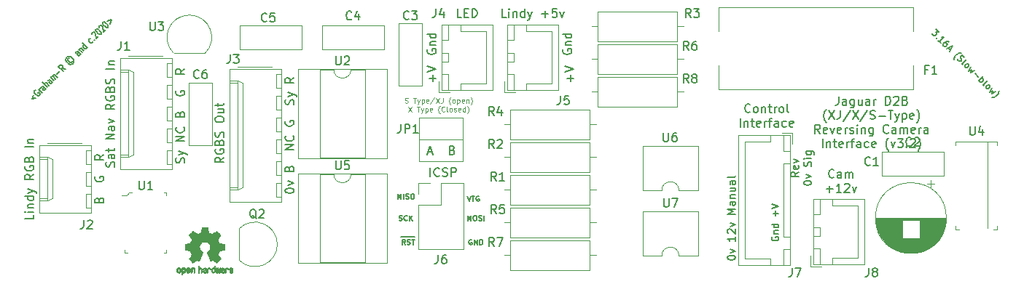
<source format=gbr>
G04 #@! TF.GenerationSoftware,KiCad,Pcbnew,5.1.5-1.fc31*
G04 #@! TF.CreationDate,2020-04-28T16:33:23+01:00*
G04 #@! TF.ProjectId,ReversingCam_FSAV433_ATTINY85_v3.2,52657665-7273-4696-9e67-43616d5f4653,V3.2*
G04 #@! TF.SameCoordinates,Original*
G04 #@! TF.FileFunction,Legend,Top*
G04 #@! TF.FilePolarity,Positive*
%FSLAX46Y46*%
G04 Gerber Fmt 4.6, Leading zero omitted, Abs format (unit mm)*
G04 Created by KiCad (PCBNEW 5.1.5-1.fc31) date 2020-04-28 16:33:23*
%MOMM*%
%LPD*%
G04 APERTURE LIST*
%ADD10C,0.150000*%
%ADD11C,0.125000*%
%ADD12C,0.100000*%
%ADD13C,0.010000*%
%ADD14C,0.120000*%
G04 APERTURE END LIST*
D10*
X108219142Y-54942000D02*
X108219142Y-54856285D01*
X108262000Y-54770571D01*
X108304857Y-54727714D01*
X108390571Y-54684857D01*
X108562000Y-54642000D01*
X108776285Y-54642000D01*
X108947714Y-54684857D01*
X109033428Y-54727714D01*
X109076285Y-54770571D01*
X109119142Y-54856285D01*
X109119142Y-54942000D01*
X109076285Y-55027714D01*
X109033428Y-55070571D01*
X108947714Y-55113428D01*
X108776285Y-55156285D01*
X108562000Y-55156285D01*
X108390571Y-55113428D01*
X108304857Y-55070571D01*
X108262000Y-55027714D01*
X108219142Y-54942000D01*
X108519142Y-54342000D02*
X109119142Y-54127714D01*
X108519142Y-53913428D01*
X109119142Y-52413428D02*
X109119142Y-52927714D01*
X109119142Y-52670571D02*
X108219142Y-52670571D01*
X108347714Y-52756285D01*
X108433428Y-52842000D01*
X108476285Y-52927714D01*
X108304857Y-52070571D02*
X108262000Y-52027714D01*
X108219142Y-51942000D01*
X108219142Y-51727714D01*
X108262000Y-51642000D01*
X108304857Y-51599142D01*
X108390571Y-51556285D01*
X108476285Y-51556285D01*
X108604857Y-51599142D01*
X109119142Y-52113428D01*
X109119142Y-51556285D01*
X108519142Y-51256285D02*
X109119142Y-51042000D01*
X108519142Y-50827714D01*
X109119142Y-49799142D02*
X108219142Y-49799142D01*
X108862000Y-49499142D01*
X108219142Y-49199142D01*
X109119142Y-49199142D01*
X109119142Y-48384857D02*
X108647714Y-48384857D01*
X108562000Y-48427714D01*
X108519142Y-48513428D01*
X108519142Y-48684857D01*
X108562000Y-48770571D01*
X109076285Y-48384857D02*
X109119142Y-48470571D01*
X109119142Y-48684857D01*
X109076285Y-48770571D01*
X108990571Y-48813428D01*
X108904857Y-48813428D01*
X108819142Y-48770571D01*
X108776285Y-48684857D01*
X108776285Y-48470571D01*
X108733428Y-48384857D01*
X108519142Y-47956285D02*
X109119142Y-47956285D01*
X108604857Y-47956285D02*
X108562000Y-47913428D01*
X108519142Y-47827714D01*
X108519142Y-47699142D01*
X108562000Y-47613428D01*
X108647714Y-47570571D01*
X109119142Y-47570571D01*
X108519142Y-46756285D02*
X109119142Y-46756285D01*
X108519142Y-47142000D02*
X108990571Y-47142000D01*
X109076285Y-47099142D01*
X109119142Y-47013428D01*
X109119142Y-46884857D01*
X109076285Y-46799142D01*
X109033428Y-46756285D01*
X109119142Y-45942000D02*
X108647714Y-45942000D01*
X108562000Y-45984857D01*
X108519142Y-46070571D01*
X108519142Y-46242000D01*
X108562000Y-46327714D01*
X109076285Y-45942000D02*
X109119142Y-46027714D01*
X109119142Y-46242000D01*
X109076285Y-46327714D01*
X108990571Y-46370571D01*
X108904857Y-46370571D01*
X108819142Y-46327714D01*
X108776285Y-46242000D01*
X108776285Y-46027714D01*
X108733428Y-45942000D01*
X109119142Y-45384857D02*
X109076285Y-45470571D01*
X108990571Y-45513428D01*
X108219142Y-45513428D01*
X73707809Y-45410380D02*
X73707809Y-44410380D01*
X74755428Y-45315142D02*
X74707809Y-45362761D01*
X74564952Y-45410380D01*
X74469714Y-45410380D01*
X74326857Y-45362761D01*
X74231619Y-45267523D01*
X74184000Y-45172285D01*
X74136380Y-44981809D01*
X74136380Y-44838952D01*
X74184000Y-44648476D01*
X74231619Y-44553238D01*
X74326857Y-44458000D01*
X74469714Y-44410380D01*
X74564952Y-44410380D01*
X74707809Y-44458000D01*
X74755428Y-44505619D01*
X75136380Y-45362761D02*
X75279238Y-45410380D01*
X75517333Y-45410380D01*
X75612571Y-45362761D01*
X75660190Y-45315142D01*
X75707809Y-45219904D01*
X75707809Y-45124666D01*
X75660190Y-45029428D01*
X75612571Y-44981809D01*
X75517333Y-44934190D01*
X75326857Y-44886571D01*
X75231619Y-44838952D01*
X75184000Y-44791333D01*
X75136380Y-44696095D01*
X75136380Y-44600857D01*
X75184000Y-44505619D01*
X75231619Y-44458000D01*
X75326857Y-44410380D01*
X75564952Y-44410380D01*
X75707809Y-44458000D01*
X76136380Y-45410380D02*
X76136380Y-44410380D01*
X76517333Y-44410380D01*
X76612571Y-44458000D01*
X76660190Y-44505619D01*
X76707809Y-44600857D01*
X76707809Y-44743714D01*
X76660190Y-44838952D01*
X76612571Y-44886571D01*
X76517333Y-44934190D01*
X76136380Y-44934190D01*
X70305714Y-52459000D02*
X70905714Y-52459000D01*
X70791428Y-53357428D02*
X70591428Y-53071714D01*
X70448571Y-53357428D02*
X70448571Y-52757428D01*
X70677142Y-52757428D01*
X70734285Y-52786000D01*
X70762857Y-52814571D01*
X70791428Y-52871714D01*
X70791428Y-52957428D01*
X70762857Y-53014571D01*
X70734285Y-53043142D01*
X70677142Y-53071714D01*
X70448571Y-53071714D01*
X70905714Y-52459000D02*
X71477142Y-52459000D01*
X71020000Y-53328857D02*
X71105714Y-53357428D01*
X71248571Y-53357428D01*
X71305714Y-53328857D01*
X71334285Y-53300285D01*
X71362857Y-53243142D01*
X71362857Y-53186000D01*
X71334285Y-53128857D01*
X71305714Y-53100285D01*
X71248571Y-53071714D01*
X71134285Y-53043142D01*
X71077142Y-53014571D01*
X71048571Y-52986000D01*
X71020000Y-52928857D01*
X71020000Y-52871714D01*
X71048571Y-52814571D01*
X71077142Y-52786000D01*
X71134285Y-52757428D01*
X71277142Y-52757428D01*
X71362857Y-52786000D01*
X71477142Y-52459000D02*
X71934285Y-52459000D01*
X71534285Y-52757428D02*
X71877142Y-52757428D01*
X71705714Y-53357428D02*
X71705714Y-52757428D01*
X70094571Y-50534857D02*
X70180285Y-50563428D01*
X70323142Y-50563428D01*
X70380285Y-50534857D01*
X70408857Y-50506285D01*
X70437428Y-50449142D01*
X70437428Y-50392000D01*
X70408857Y-50334857D01*
X70380285Y-50306285D01*
X70323142Y-50277714D01*
X70208857Y-50249142D01*
X70151714Y-50220571D01*
X70123142Y-50192000D01*
X70094571Y-50134857D01*
X70094571Y-50077714D01*
X70123142Y-50020571D01*
X70151714Y-49992000D01*
X70208857Y-49963428D01*
X70351714Y-49963428D01*
X70437428Y-49992000D01*
X71037428Y-50506285D02*
X71008857Y-50534857D01*
X70923142Y-50563428D01*
X70866000Y-50563428D01*
X70780285Y-50534857D01*
X70723142Y-50477714D01*
X70694571Y-50420571D01*
X70666000Y-50306285D01*
X70666000Y-50220571D01*
X70694571Y-50106285D01*
X70723142Y-50049142D01*
X70780285Y-49992000D01*
X70866000Y-49963428D01*
X70923142Y-49963428D01*
X71008857Y-49992000D01*
X71037428Y-50020571D01*
X71294571Y-50563428D02*
X71294571Y-49963428D01*
X71637428Y-50563428D02*
X71380285Y-50220571D01*
X71637428Y-49963428D02*
X71294571Y-50306285D01*
X69923142Y-48023428D02*
X69923142Y-47423428D01*
X70123142Y-47852000D01*
X70323142Y-47423428D01*
X70323142Y-48023428D01*
X70608857Y-48023428D02*
X70608857Y-47423428D01*
X70866000Y-47994857D02*
X70951714Y-48023428D01*
X71094571Y-48023428D01*
X71151714Y-47994857D01*
X71180285Y-47966285D01*
X71208857Y-47909142D01*
X71208857Y-47852000D01*
X71180285Y-47794857D01*
X71151714Y-47766285D01*
X71094571Y-47737714D01*
X70980285Y-47709142D01*
X70923142Y-47680571D01*
X70894571Y-47652000D01*
X70866000Y-47594857D01*
X70866000Y-47537714D01*
X70894571Y-47480571D01*
X70923142Y-47452000D01*
X70980285Y-47423428D01*
X71123142Y-47423428D01*
X71208857Y-47452000D01*
X71580285Y-47423428D02*
X71694571Y-47423428D01*
X71751714Y-47452000D01*
X71808857Y-47509142D01*
X71837428Y-47623428D01*
X71837428Y-47823428D01*
X71808857Y-47937714D01*
X71751714Y-47994857D01*
X71694571Y-48023428D01*
X71580285Y-48023428D01*
X71523142Y-47994857D01*
X71466000Y-47937714D01*
X71437428Y-47823428D01*
X71437428Y-47623428D01*
X71466000Y-47509142D01*
X71523142Y-47452000D01*
X71580285Y-47423428D01*
X78011428Y-47677428D02*
X78211428Y-48277428D01*
X78411428Y-47677428D01*
X78525714Y-47677428D02*
X78868571Y-47677428D01*
X78697142Y-48277428D02*
X78697142Y-47677428D01*
X79382857Y-47706000D02*
X79325714Y-47677428D01*
X79240000Y-47677428D01*
X79154285Y-47706000D01*
X79097142Y-47763142D01*
X79068571Y-47820285D01*
X79040000Y-47934571D01*
X79040000Y-48020285D01*
X79068571Y-48134571D01*
X79097142Y-48191714D01*
X79154285Y-48248857D01*
X79240000Y-48277428D01*
X79297142Y-48277428D01*
X79382857Y-48248857D01*
X79411428Y-48220285D01*
X79411428Y-48020285D01*
X79297142Y-48020285D01*
X78536857Y-52786000D02*
X78479714Y-52757428D01*
X78394000Y-52757428D01*
X78308285Y-52786000D01*
X78251142Y-52843142D01*
X78222571Y-52900285D01*
X78194000Y-53014571D01*
X78194000Y-53100285D01*
X78222571Y-53214571D01*
X78251142Y-53271714D01*
X78308285Y-53328857D01*
X78394000Y-53357428D01*
X78451142Y-53357428D01*
X78536857Y-53328857D01*
X78565428Y-53300285D01*
X78565428Y-53100285D01*
X78451142Y-53100285D01*
X78822571Y-53357428D02*
X78822571Y-52757428D01*
X79165428Y-53357428D01*
X79165428Y-52757428D01*
X79451142Y-53357428D02*
X79451142Y-52757428D01*
X79594000Y-52757428D01*
X79679714Y-52786000D01*
X79736857Y-52843142D01*
X79765428Y-52900285D01*
X79794000Y-53014571D01*
X79794000Y-53100285D01*
X79765428Y-53214571D01*
X79736857Y-53271714D01*
X79679714Y-53328857D01*
X79594000Y-53357428D01*
X79451142Y-53357428D01*
X78051142Y-50563428D02*
X78051142Y-49963428D01*
X78251142Y-50392000D01*
X78451142Y-49963428D01*
X78451142Y-50563428D01*
X78851142Y-49963428D02*
X78965428Y-49963428D01*
X79022571Y-49992000D01*
X79079714Y-50049142D01*
X79108285Y-50163428D01*
X79108285Y-50363428D01*
X79079714Y-50477714D01*
X79022571Y-50534857D01*
X78965428Y-50563428D01*
X78851142Y-50563428D01*
X78794000Y-50534857D01*
X78736857Y-50477714D01*
X78708285Y-50363428D01*
X78708285Y-50163428D01*
X78736857Y-50049142D01*
X78794000Y-49992000D01*
X78851142Y-49963428D01*
X79336857Y-50534857D02*
X79422571Y-50563428D01*
X79565428Y-50563428D01*
X79622571Y-50534857D01*
X79651142Y-50506285D01*
X79679714Y-50449142D01*
X79679714Y-50392000D01*
X79651142Y-50334857D01*
X79622571Y-50306285D01*
X79565428Y-50277714D01*
X79451142Y-50249142D01*
X79394000Y-50220571D01*
X79365428Y-50192000D01*
X79336857Y-50134857D01*
X79336857Y-50077714D01*
X79365428Y-50020571D01*
X79394000Y-49992000D01*
X79451142Y-49963428D01*
X79594000Y-49963428D01*
X79679714Y-49992000D01*
X79936857Y-50563428D02*
X79936857Y-49963428D01*
X116497142Y-44900000D02*
X116068571Y-45200000D01*
X116497142Y-45414285D02*
X115597142Y-45414285D01*
X115597142Y-45071428D01*
X115640000Y-44985714D01*
X115682857Y-44942857D01*
X115768571Y-44900000D01*
X115897142Y-44900000D01*
X115982857Y-44942857D01*
X116025714Y-44985714D01*
X116068571Y-45071428D01*
X116068571Y-45414285D01*
X116454285Y-44171428D02*
X116497142Y-44257142D01*
X116497142Y-44428571D01*
X116454285Y-44514285D01*
X116368571Y-44557142D01*
X116025714Y-44557142D01*
X115940000Y-44514285D01*
X115897142Y-44428571D01*
X115897142Y-44257142D01*
X115940000Y-44171428D01*
X116025714Y-44128571D01*
X116111428Y-44128571D01*
X116197142Y-44557142D01*
X115897142Y-43828571D02*
X116497142Y-43614285D01*
X115897142Y-43400000D01*
X117097142Y-46228571D02*
X117097142Y-46142857D01*
X117140000Y-46057142D01*
X117182857Y-46014285D01*
X117268571Y-45971428D01*
X117440000Y-45928571D01*
X117654285Y-45928571D01*
X117825714Y-45971428D01*
X117911428Y-46014285D01*
X117954285Y-46057142D01*
X117997142Y-46142857D01*
X117997142Y-46228571D01*
X117954285Y-46314285D01*
X117911428Y-46357142D01*
X117825714Y-46400000D01*
X117654285Y-46442857D01*
X117440000Y-46442857D01*
X117268571Y-46400000D01*
X117182857Y-46357142D01*
X117140000Y-46314285D01*
X117097142Y-46228571D01*
X117397142Y-45628571D02*
X117997142Y-45414285D01*
X117397142Y-45200000D01*
X117954285Y-44214285D02*
X117997142Y-44085714D01*
X117997142Y-43871428D01*
X117954285Y-43785714D01*
X117911428Y-43742857D01*
X117825714Y-43700000D01*
X117740000Y-43700000D01*
X117654285Y-43742857D01*
X117611428Y-43785714D01*
X117568571Y-43871428D01*
X117525714Y-44042857D01*
X117482857Y-44128571D01*
X117440000Y-44171428D01*
X117354285Y-44214285D01*
X117268571Y-44214285D01*
X117182857Y-44171428D01*
X117140000Y-44128571D01*
X117097142Y-44042857D01*
X117097142Y-43828571D01*
X117140000Y-43700000D01*
X117997142Y-43314285D02*
X117397142Y-43314285D01*
X117097142Y-43314285D02*
X117140000Y-43357142D01*
X117182857Y-43314285D01*
X117140000Y-43271428D01*
X117097142Y-43314285D01*
X117182857Y-43314285D01*
X117397142Y-42500000D02*
X118125714Y-42500000D01*
X118211428Y-42542857D01*
X118254285Y-42585714D01*
X118297142Y-42671428D01*
X118297142Y-42800000D01*
X118254285Y-42885714D01*
X117954285Y-42500000D02*
X117997142Y-42585714D01*
X117997142Y-42757142D01*
X117954285Y-42842857D01*
X117911428Y-42885714D01*
X117825714Y-42928571D01*
X117568571Y-42928571D01*
X117482857Y-42885714D01*
X117440000Y-42842857D01*
X117397142Y-42757142D01*
X117397142Y-42585714D01*
X117440000Y-42500000D01*
X110871238Y-37886142D02*
X110823619Y-37933761D01*
X110680761Y-37981380D01*
X110585523Y-37981380D01*
X110442666Y-37933761D01*
X110347428Y-37838523D01*
X110299809Y-37743285D01*
X110252190Y-37552809D01*
X110252190Y-37409952D01*
X110299809Y-37219476D01*
X110347428Y-37124238D01*
X110442666Y-37029000D01*
X110585523Y-36981380D01*
X110680761Y-36981380D01*
X110823619Y-37029000D01*
X110871238Y-37076619D01*
X111442666Y-37981380D02*
X111347428Y-37933761D01*
X111299809Y-37886142D01*
X111252190Y-37790904D01*
X111252190Y-37505190D01*
X111299809Y-37409952D01*
X111347428Y-37362333D01*
X111442666Y-37314714D01*
X111585523Y-37314714D01*
X111680761Y-37362333D01*
X111728380Y-37409952D01*
X111776000Y-37505190D01*
X111776000Y-37790904D01*
X111728380Y-37886142D01*
X111680761Y-37933761D01*
X111585523Y-37981380D01*
X111442666Y-37981380D01*
X112204571Y-37314714D02*
X112204571Y-37981380D01*
X112204571Y-37409952D02*
X112252190Y-37362333D01*
X112347428Y-37314714D01*
X112490285Y-37314714D01*
X112585523Y-37362333D01*
X112633142Y-37457571D01*
X112633142Y-37981380D01*
X112966476Y-37314714D02*
X113347428Y-37314714D01*
X113109333Y-36981380D02*
X113109333Y-37838523D01*
X113156952Y-37933761D01*
X113252190Y-37981380D01*
X113347428Y-37981380D01*
X113680761Y-37981380D02*
X113680761Y-37314714D01*
X113680761Y-37505190D02*
X113728380Y-37409952D01*
X113776000Y-37362333D01*
X113871238Y-37314714D01*
X113966476Y-37314714D01*
X114442666Y-37981380D02*
X114347428Y-37933761D01*
X114299809Y-37886142D01*
X114252190Y-37790904D01*
X114252190Y-37505190D01*
X114299809Y-37409952D01*
X114347428Y-37362333D01*
X114442666Y-37314714D01*
X114585523Y-37314714D01*
X114680761Y-37362333D01*
X114728380Y-37409952D01*
X114776000Y-37505190D01*
X114776000Y-37790904D01*
X114728380Y-37886142D01*
X114680761Y-37933761D01*
X114585523Y-37981380D01*
X114442666Y-37981380D01*
X115347428Y-37981380D02*
X115252190Y-37933761D01*
X115204571Y-37838523D01*
X115204571Y-36981380D01*
X109704571Y-39631380D02*
X109704571Y-38631380D01*
X110180761Y-38964714D02*
X110180761Y-39631380D01*
X110180761Y-39059952D02*
X110228380Y-39012333D01*
X110323619Y-38964714D01*
X110466476Y-38964714D01*
X110561714Y-39012333D01*
X110609333Y-39107571D01*
X110609333Y-39631380D01*
X110942666Y-38964714D02*
X111323619Y-38964714D01*
X111085523Y-38631380D02*
X111085523Y-39488523D01*
X111133142Y-39583761D01*
X111228380Y-39631380D01*
X111323619Y-39631380D01*
X112037904Y-39583761D02*
X111942666Y-39631380D01*
X111752190Y-39631380D01*
X111656952Y-39583761D01*
X111609333Y-39488523D01*
X111609333Y-39107571D01*
X111656952Y-39012333D01*
X111752190Y-38964714D01*
X111942666Y-38964714D01*
X112037904Y-39012333D01*
X112085523Y-39107571D01*
X112085523Y-39202809D01*
X111609333Y-39298047D01*
X112514095Y-39631380D02*
X112514095Y-38964714D01*
X112514095Y-39155190D02*
X112561714Y-39059952D01*
X112609333Y-39012333D01*
X112704571Y-38964714D01*
X112799809Y-38964714D01*
X112990285Y-38964714D02*
X113371238Y-38964714D01*
X113133142Y-39631380D02*
X113133142Y-38774238D01*
X113180761Y-38679000D01*
X113276000Y-38631380D01*
X113371238Y-38631380D01*
X114133142Y-39631380D02*
X114133142Y-39107571D01*
X114085523Y-39012333D01*
X113990285Y-38964714D01*
X113799809Y-38964714D01*
X113704571Y-39012333D01*
X114133142Y-39583761D02*
X114037904Y-39631380D01*
X113799809Y-39631380D01*
X113704571Y-39583761D01*
X113656952Y-39488523D01*
X113656952Y-39393285D01*
X113704571Y-39298047D01*
X113799809Y-39250428D01*
X114037904Y-39250428D01*
X114133142Y-39202809D01*
X115037904Y-39583761D02*
X114942666Y-39631380D01*
X114752190Y-39631380D01*
X114656952Y-39583761D01*
X114609333Y-39536142D01*
X114561714Y-39440904D01*
X114561714Y-39155190D01*
X114609333Y-39059952D01*
X114656952Y-39012333D01*
X114752190Y-38964714D01*
X114942666Y-38964714D01*
X115037904Y-39012333D01*
X115847428Y-39583761D02*
X115752190Y-39631380D01*
X115561714Y-39631380D01*
X115466476Y-39583761D01*
X115418857Y-39488523D01*
X115418857Y-39107571D01*
X115466476Y-39012333D01*
X115561714Y-38964714D01*
X115752190Y-38964714D01*
X115847428Y-39012333D01*
X115895047Y-39107571D01*
X115895047Y-39202809D01*
X115418857Y-39298047D01*
X113392000Y-52457142D02*
X113353904Y-52533333D01*
X113353904Y-52647619D01*
X113392000Y-52761904D01*
X113468190Y-52838095D01*
X113544380Y-52876190D01*
X113696761Y-52914285D01*
X113811047Y-52914285D01*
X113963428Y-52876190D01*
X114039619Y-52838095D01*
X114115809Y-52761904D01*
X114153904Y-52647619D01*
X114153904Y-52571428D01*
X114115809Y-52457142D01*
X114077714Y-52419047D01*
X113811047Y-52419047D01*
X113811047Y-52571428D01*
X113620571Y-52076190D02*
X114153904Y-52076190D01*
X113696761Y-52076190D02*
X113658666Y-52038095D01*
X113620571Y-51961904D01*
X113620571Y-51847619D01*
X113658666Y-51771428D01*
X113734857Y-51733333D01*
X114153904Y-51733333D01*
X114153904Y-51009523D02*
X113353904Y-51009523D01*
X114115809Y-51009523D02*
X114153904Y-51085714D01*
X114153904Y-51238095D01*
X114115809Y-51314285D01*
X114077714Y-51352380D01*
X114001523Y-51390476D01*
X113772952Y-51390476D01*
X113696761Y-51352380D01*
X113658666Y-51314285D01*
X113620571Y-51238095D01*
X113620571Y-51085714D01*
X113658666Y-51009523D01*
X113849142Y-50019047D02*
X113849142Y-49409523D01*
X114153904Y-49714285D02*
X113544380Y-49714285D01*
X113353904Y-49142857D02*
X114153904Y-48876190D01*
X113353904Y-48609523D01*
X120602476Y-45506142D02*
X120554857Y-45553761D01*
X120412000Y-45601380D01*
X120316761Y-45601380D01*
X120173904Y-45553761D01*
X120078666Y-45458523D01*
X120031047Y-45363285D01*
X119983428Y-45172809D01*
X119983428Y-45029952D01*
X120031047Y-44839476D01*
X120078666Y-44744238D01*
X120173904Y-44649000D01*
X120316761Y-44601380D01*
X120412000Y-44601380D01*
X120554857Y-44649000D01*
X120602476Y-44696619D01*
X121459619Y-45601380D02*
X121459619Y-45077571D01*
X121412000Y-44982333D01*
X121316761Y-44934714D01*
X121126285Y-44934714D01*
X121031047Y-44982333D01*
X121459619Y-45553761D02*
X121364380Y-45601380D01*
X121126285Y-45601380D01*
X121031047Y-45553761D01*
X120983428Y-45458523D01*
X120983428Y-45363285D01*
X121031047Y-45268047D01*
X121126285Y-45220428D01*
X121364380Y-45220428D01*
X121459619Y-45172809D01*
X121935809Y-45601380D02*
X121935809Y-44934714D01*
X121935809Y-45029952D02*
X121983428Y-44982333D01*
X122078666Y-44934714D01*
X122221523Y-44934714D01*
X122316761Y-44982333D01*
X122364380Y-45077571D01*
X122364380Y-45601380D01*
X122364380Y-45077571D02*
X122412000Y-44982333D01*
X122507238Y-44934714D01*
X122650095Y-44934714D01*
X122745333Y-44982333D01*
X122792952Y-45077571D01*
X122792952Y-45601380D01*
X119697714Y-46870428D02*
X120459619Y-46870428D01*
X120078666Y-47251380D02*
X120078666Y-46489476D01*
X121459619Y-47251380D02*
X120888190Y-47251380D01*
X121173904Y-47251380D02*
X121173904Y-46251380D01*
X121078666Y-46394238D01*
X120983428Y-46489476D01*
X120888190Y-46537095D01*
X121840571Y-46346619D02*
X121888190Y-46299000D01*
X121983428Y-46251380D01*
X122221523Y-46251380D01*
X122316761Y-46299000D01*
X122364380Y-46346619D01*
X122412000Y-46441857D01*
X122412000Y-46537095D01*
X122364380Y-46679952D01*
X121792952Y-47251380D01*
X122412000Y-47251380D01*
X122745333Y-46584714D02*
X122983428Y-47251380D01*
X123221523Y-46584714D01*
D11*
X70761714Y-36814357D02*
X70847428Y-36842928D01*
X70990285Y-36842928D01*
X71047428Y-36814357D01*
X71076000Y-36785785D01*
X71104571Y-36728642D01*
X71104571Y-36671500D01*
X71076000Y-36614357D01*
X71047428Y-36585785D01*
X70990285Y-36557214D01*
X70876000Y-36528642D01*
X70818857Y-36500071D01*
X70790285Y-36471500D01*
X70761714Y-36414357D01*
X70761714Y-36357214D01*
X70790285Y-36300071D01*
X70818857Y-36271500D01*
X70876000Y-36242928D01*
X71018857Y-36242928D01*
X71104571Y-36271500D01*
X71733142Y-36242928D02*
X72076000Y-36242928D01*
X71904571Y-36842928D02*
X71904571Y-36242928D01*
X72218857Y-36442928D02*
X72361714Y-36842928D01*
X72504571Y-36442928D02*
X72361714Y-36842928D01*
X72304571Y-36985785D01*
X72276000Y-37014357D01*
X72218857Y-37042928D01*
X72733142Y-36442928D02*
X72733142Y-37042928D01*
X72733142Y-36471500D02*
X72790285Y-36442928D01*
X72904571Y-36442928D01*
X72961714Y-36471500D01*
X72990285Y-36500071D01*
X73018857Y-36557214D01*
X73018857Y-36728642D01*
X72990285Y-36785785D01*
X72961714Y-36814357D01*
X72904571Y-36842928D01*
X72790285Y-36842928D01*
X72733142Y-36814357D01*
X73504571Y-36814357D02*
X73447428Y-36842928D01*
X73333142Y-36842928D01*
X73276000Y-36814357D01*
X73247428Y-36757214D01*
X73247428Y-36528642D01*
X73276000Y-36471500D01*
X73333142Y-36442928D01*
X73447428Y-36442928D01*
X73504571Y-36471500D01*
X73533142Y-36528642D01*
X73533142Y-36585785D01*
X73247428Y-36642928D01*
X74218857Y-36214357D02*
X73704571Y-36985785D01*
X74361714Y-36242928D02*
X74761714Y-36842928D01*
X74761714Y-36242928D02*
X74361714Y-36842928D01*
X75161714Y-36242928D02*
X75161714Y-36671500D01*
X75133142Y-36757214D01*
X75076000Y-36814357D01*
X74990285Y-36842928D01*
X74933142Y-36842928D01*
X76076000Y-37071500D02*
X76047428Y-37042928D01*
X75990285Y-36957214D01*
X75961714Y-36900071D01*
X75933142Y-36814357D01*
X75904571Y-36671500D01*
X75904571Y-36557214D01*
X75933142Y-36414357D01*
X75961714Y-36328642D01*
X75990285Y-36271500D01*
X76047428Y-36185785D01*
X76076000Y-36157214D01*
X76390285Y-36842928D02*
X76333142Y-36814357D01*
X76304571Y-36785785D01*
X76276000Y-36728642D01*
X76276000Y-36557214D01*
X76304571Y-36500071D01*
X76333142Y-36471500D01*
X76390285Y-36442928D01*
X76476000Y-36442928D01*
X76533142Y-36471500D01*
X76561714Y-36500071D01*
X76590285Y-36557214D01*
X76590285Y-36728642D01*
X76561714Y-36785785D01*
X76533142Y-36814357D01*
X76476000Y-36842928D01*
X76390285Y-36842928D01*
X76847428Y-36442928D02*
X76847428Y-37042928D01*
X76847428Y-36471500D02*
X76904571Y-36442928D01*
X77018857Y-36442928D01*
X77076000Y-36471500D01*
X77104571Y-36500071D01*
X77133142Y-36557214D01*
X77133142Y-36728642D01*
X77104571Y-36785785D01*
X77076000Y-36814357D01*
X77018857Y-36842928D01*
X76904571Y-36842928D01*
X76847428Y-36814357D01*
X77618857Y-36814357D02*
X77561714Y-36842928D01*
X77447428Y-36842928D01*
X77390285Y-36814357D01*
X77361714Y-36757214D01*
X77361714Y-36528642D01*
X77390285Y-36471500D01*
X77447428Y-36442928D01*
X77561714Y-36442928D01*
X77618857Y-36471500D01*
X77647428Y-36528642D01*
X77647428Y-36585785D01*
X77361714Y-36642928D01*
X77904571Y-36442928D02*
X77904571Y-36842928D01*
X77904571Y-36500071D02*
X77933142Y-36471500D01*
X77990285Y-36442928D01*
X78076000Y-36442928D01*
X78133142Y-36471500D01*
X78161714Y-36528642D01*
X78161714Y-36842928D01*
X78390285Y-37071500D02*
X78418857Y-37042928D01*
X78476000Y-36957214D01*
X78504571Y-36900071D01*
X78533142Y-36814357D01*
X78561714Y-36671500D01*
X78561714Y-36557214D01*
X78533142Y-36414357D01*
X78504571Y-36328642D01*
X78476000Y-36271500D01*
X78418857Y-36185785D01*
X78390285Y-36157214D01*
X71133142Y-37267928D02*
X71533142Y-37867928D01*
X71533142Y-37267928D02*
X71133142Y-37867928D01*
X72133142Y-37267928D02*
X72476000Y-37267928D01*
X72304571Y-37867928D02*
X72304571Y-37267928D01*
X72618857Y-37467928D02*
X72761714Y-37867928D01*
X72904571Y-37467928D02*
X72761714Y-37867928D01*
X72704571Y-38010785D01*
X72676000Y-38039357D01*
X72618857Y-38067928D01*
X73133142Y-37467928D02*
X73133142Y-38067928D01*
X73133142Y-37496500D02*
X73190285Y-37467928D01*
X73304571Y-37467928D01*
X73361714Y-37496500D01*
X73390285Y-37525071D01*
X73418857Y-37582214D01*
X73418857Y-37753642D01*
X73390285Y-37810785D01*
X73361714Y-37839357D01*
X73304571Y-37867928D01*
X73190285Y-37867928D01*
X73133142Y-37839357D01*
X73904571Y-37839357D02*
X73847428Y-37867928D01*
X73733142Y-37867928D01*
X73676000Y-37839357D01*
X73647428Y-37782214D01*
X73647428Y-37553642D01*
X73676000Y-37496500D01*
X73733142Y-37467928D01*
X73847428Y-37467928D01*
X73904571Y-37496500D01*
X73933142Y-37553642D01*
X73933142Y-37610785D01*
X73647428Y-37667928D01*
X74818857Y-38096500D02*
X74790285Y-38067928D01*
X74733142Y-37982214D01*
X74704571Y-37925071D01*
X74676000Y-37839357D01*
X74647428Y-37696500D01*
X74647428Y-37582214D01*
X74676000Y-37439357D01*
X74704571Y-37353642D01*
X74733142Y-37296500D01*
X74790285Y-37210785D01*
X74818857Y-37182214D01*
X75390285Y-37810785D02*
X75361714Y-37839357D01*
X75276000Y-37867928D01*
X75218857Y-37867928D01*
X75133142Y-37839357D01*
X75076000Y-37782214D01*
X75047428Y-37725071D01*
X75018857Y-37610785D01*
X75018857Y-37525071D01*
X75047428Y-37410785D01*
X75076000Y-37353642D01*
X75133142Y-37296500D01*
X75218857Y-37267928D01*
X75276000Y-37267928D01*
X75361714Y-37296500D01*
X75390285Y-37325071D01*
X75733142Y-37867928D02*
X75676000Y-37839357D01*
X75647428Y-37782214D01*
X75647428Y-37267928D01*
X76047428Y-37867928D02*
X75990285Y-37839357D01*
X75961714Y-37810785D01*
X75933142Y-37753642D01*
X75933142Y-37582214D01*
X75961714Y-37525071D01*
X75990285Y-37496500D01*
X76047428Y-37467928D01*
X76133142Y-37467928D01*
X76190285Y-37496500D01*
X76218857Y-37525071D01*
X76247428Y-37582214D01*
X76247428Y-37753642D01*
X76218857Y-37810785D01*
X76190285Y-37839357D01*
X76133142Y-37867928D01*
X76047428Y-37867928D01*
X76476000Y-37839357D02*
X76533142Y-37867928D01*
X76647428Y-37867928D01*
X76704571Y-37839357D01*
X76733142Y-37782214D01*
X76733142Y-37753642D01*
X76704571Y-37696500D01*
X76647428Y-37667928D01*
X76561714Y-37667928D01*
X76504571Y-37639357D01*
X76476000Y-37582214D01*
X76476000Y-37553642D01*
X76504571Y-37496500D01*
X76561714Y-37467928D01*
X76647428Y-37467928D01*
X76704571Y-37496500D01*
X77218857Y-37839357D02*
X77161714Y-37867928D01*
X77047428Y-37867928D01*
X76990285Y-37839357D01*
X76961714Y-37782214D01*
X76961714Y-37553642D01*
X76990285Y-37496500D01*
X77047428Y-37467928D01*
X77161714Y-37467928D01*
X77218857Y-37496500D01*
X77247428Y-37553642D01*
X77247428Y-37610785D01*
X76961714Y-37667928D01*
X77761714Y-37867928D02*
X77761714Y-37267928D01*
X77761714Y-37839357D02*
X77704571Y-37867928D01*
X77590285Y-37867928D01*
X77533142Y-37839357D01*
X77504571Y-37810785D01*
X77476000Y-37753642D01*
X77476000Y-37582214D01*
X77504571Y-37525071D01*
X77533142Y-37496500D01*
X77590285Y-37467928D01*
X77704571Y-37467928D01*
X77761714Y-37496500D01*
X77990285Y-38096500D02*
X78018857Y-38067928D01*
X78076000Y-37982214D01*
X78104571Y-37925071D01*
X78133142Y-37839357D01*
X78161714Y-37696500D01*
X78161714Y-37582214D01*
X78133142Y-37439357D01*
X78104571Y-37353642D01*
X78076000Y-37296500D01*
X78018857Y-37210785D01*
X77990285Y-37182214D01*
D10*
X27589633Y-35921930D02*
X27428008Y-36406803D01*
X27912882Y-36245178D01*
X27852273Y-35336041D02*
X27784929Y-35349510D01*
X27724320Y-35410119D01*
X27690648Y-35497665D01*
X27704117Y-35591946D01*
X27737789Y-35666024D01*
X27825335Y-35793977D01*
X27906147Y-35874789D01*
X28034100Y-35962336D01*
X28108178Y-35996007D01*
X28202459Y-36009476D01*
X28290005Y-35975804D01*
X28330411Y-35935398D01*
X28364083Y-35847852D01*
X28357349Y-35800711D01*
X28168787Y-35612149D01*
X28087975Y-35692962D01*
X28593051Y-35672759D02*
X28215927Y-35295635D01*
X28323677Y-35403385D02*
X28290005Y-35329307D01*
X28283271Y-35282166D01*
X28296740Y-35214823D01*
X28337146Y-35174417D01*
X29037518Y-35228291D02*
X28741207Y-34931980D01*
X28667129Y-34898308D01*
X28599785Y-34911777D01*
X28518973Y-34992589D01*
X28505505Y-35059933D01*
X29010581Y-35201354D02*
X28997112Y-35268698D01*
X28896097Y-35369713D01*
X28828753Y-35383181D01*
X28754675Y-35349510D01*
X28700801Y-35295635D01*
X28667129Y-35221557D01*
X28680598Y-35154214D01*
X28781613Y-35053198D01*
X28795082Y-34985855D01*
X29239549Y-35026261D02*
X28673863Y-34460575D01*
X29421376Y-34844433D02*
X29125065Y-34548122D01*
X29050987Y-34514450D01*
X28983643Y-34527919D01*
X28923034Y-34588528D01*
X28909566Y-34655872D01*
X28916300Y-34703012D01*
X29805234Y-34460575D02*
X29508923Y-34164264D01*
X29434845Y-34130592D01*
X29367501Y-34144061D01*
X29286689Y-34224873D01*
X29273220Y-34292217D01*
X29778297Y-34433638D02*
X29764828Y-34500982D01*
X29663813Y-34601997D01*
X29596469Y-34615466D01*
X29522391Y-34581794D01*
X29468517Y-34527919D01*
X29434845Y-34453841D01*
X29448314Y-34386498D01*
X29549329Y-34285482D01*
X29562798Y-34218139D01*
X30007265Y-34258545D02*
X29630141Y-33881421D01*
X29684016Y-33935296D02*
X29677281Y-33888156D01*
X29690750Y-33820812D01*
X29751359Y-33760203D01*
X29818703Y-33746734D01*
X29892781Y-33780406D01*
X30189092Y-34076718D01*
X29892781Y-33780406D02*
X29859109Y-33706328D01*
X29872578Y-33638985D01*
X29933187Y-33578376D01*
X30000530Y-33564907D01*
X30074608Y-33598579D01*
X30370920Y-33894890D01*
X30357451Y-33477360D02*
X30680700Y-33154112D01*
X31340666Y-32925144D02*
X30929871Y-32797191D01*
X31098229Y-33167580D02*
X30532544Y-32601895D01*
X30694168Y-32440270D01*
X30761512Y-32426802D01*
X30808652Y-32433536D01*
X30882730Y-32467208D01*
X30963542Y-32548020D01*
X30997214Y-32622098D01*
X31003948Y-32669238D01*
X30990480Y-32736582D01*
X30828855Y-32898206D01*
X31758196Y-31645617D02*
X31690852Y-31659086D01*
X31610040Y-31739898D01*
X31596571Y-31807241D01*
X31610040Y-31901522D01*
X31643712Y-31975600D01*
X31751461Y-32083350D01*
X31825539Y-32117022D01*
X31919820Y-32130490D01*
X31987164Y-32117022D01*
X32067976Y-32036209D01*
X32081445Y-31968866D01*
X31461884Y-31510930D02*
X31387806Y-31638883D01*
X31367603Y-31820710D01*
X31441681Y-32016006D01*
X31556165Y-32170896D01*
X31711055Y-32285380D01*
X31906351Y-32359458D01*
X32088179Y-32339255D01*
X32216132Y-32265177D01*
X32290209Y-32137225D01*
X32310412Y-31955397D01*
X32236335Y-31760101D01*
X32121851Y-31605211D01*
X31966961Y-31490727D01*
X31771664Y-31416649D01*
X31589837Y-31436852D01*
X31461884Y-31510930D01*
X33078128Y-31187681D02*
X32781817Y-30891370D01*
X32707739Y-30857698D01*
X32640396Y-30871167D01*
X32559583Y-30951979D01*
X32546115Y-31019322D01*
X33051191Y-31160744D02*
X33037722Y-31228087D01*
X32936707Y-31329103D01*
X32869364Y-31342571D01*
X32795286Y-31308900D01*
X32741411Y-31255025D01*
X32707739Y-31180947D01*
X32721208Y-31113603D01*
X32822223Y-31012588D01*
X32835692Y-30945245D01*
X32903035Y-30608527D02*
X33280159Y-30985651D01*
X32956910Y-30662402D02*
X32950176Y-30615261D01*
X32963644Y-30547918D01*
X33024254Y-30487309D01*
X33091597Y-30473840D01*
X33165675Y-30507512D01*
X33461986Y-30803823D01*
X33845844Y-30419965D02*
X33280159Y-29854280D01*
X33818907Y-30393028D02*
X33805438Y-30460371D01*
X33724626Y-30541184D01*
X33657282Y-30554652D01*
X33610142Y-30547918D01*
X33536064Y-30514246D01*
X33374440Y-30352622D01*
X33340768Y-30278544D01*
X33334034Y-30231404D01*
X33347502Y-30164060D01*
X33428315Y-30083248D01*
X33495658Y-30069779D01*
X34526014Y-29685921D02*
X34512545Y-29753265D01*
X34431733Y-29834077D01*
X34364389Y-29847546D01*
X34317249Y-29840811D01*
X34243171Y-29807139D01*
X34081547Y-29645515D01*
X34047875Y-29571437D01*
X34041140Y-29524297D01*
X34054609Y-29456953D01*
X34135421Y-29376141D01*
X34202765Y-29362672D01*
X34680904Y-29477156D02*
X34728044Y-29483891D01*
X34734779Y-29531031D01*
X34687638Y-29524297D01*
X34680904Y-29477156D01*
X34734779Y-29531031D01*
X34404795Y-28837393D02*
X34398061Y-28790253D01*
X34411530Y-28722909D01*
X34512545Y-28621894D01*
X34579888Y-28608425D01*
X34627029Y-28615159D01*
X34701107Y-28648831D01*
X34754982Y-28702706D01*
X34815591Y-28803721D01*
X34896403Y-29369407D01*
X35159043Y-29106767D01*
X34855997Y-28278442D02*
X34896403Y-28238036D01*
X34963746Y-28224567D01*
X35010887Y-28231301D01*
X35084965Y-28264973D01*
X35212917Y-28352520D01*
X35347604Y-28487207D01*
X35435151Y-28615159D01*
X35468823Y-28689237D01*
X35475557Y-28736378D01*
X35462088Y-28803721D01*
X35421682Y-28844127D01*
X35354339Y-28857596D01*
X35307198Y-28850862D01*
X35233120Y-28817190D01*
X35105168Y-28729643D01*
X34970481Y-28594956D01*
X34882934Y-28467004D01*
X34849263Y-28392926D01*
X34842528Y-28345785D01*
X34855997Y-28278442D01*
X35212917Y-28029271D02*
X35206183Y-27982131D01*
X35219652Y-27914787D01*
X35320667Y-27813772D01*
X35388011Y-27800303D01*
X35435151Y-27807037D01*
X35509229Y-27840709D01*
X35563104Y-27894584D01*
X35623713Y-27995599D01*
X35704525Y-28561285D01*
X35967165Y-28298645D01*
X35664119Y-27470320D02*
X35704525Y-27429914D01*
X35771868Y-27416445D01*
X35819009Y-27423179D01*
X35893087Y-27456851D01*
X36021039Y-27544398D01*
X36155726Y-27679085D01*
X36243273Y-27807037D01*
X36276945Y-27881115D01*
X36283679Y-27928256D01*
X36270210Y-27995599D01*
X36229804Y-28036005D01*
X36162461Y-28049474D01*
X36115320Y-28042740D01*
X36041243Y-28009068D01*
X35913290Y-27921521D01*
X35778603Y-27786834D01*
X35691056Y-27658882D01*
X35657385Y-27584804D01*
X35650650Y-27537663D01*
X35664119Y-27470320D01*
X36175930Y-27335633D02*
X36660803Y-27174008D01*
X36499178Y-27658882D01*
X121134666Y-36093380D02*
X121134666Y-36807666D01*
X121087047Y-36950523D01*
X120991809Y-37045761D01*
X120848952Y-37093380D01*
X120753714Y-37093380D01*
X122039428Y-37093380D02*
X122039428Y-36569571D01*
X121991809Y-36474333D01*
X121896571Y-36426714D01*
X121706095Y-36426714D01*
X121610857Y-36474333D01*
X122039428Y-37045761D02*
X121944190Y-37093380D01*
X121706095Y-37093380D01*
X121610857Y-37045761D01*
X121563238Y-36950523D01*
X121563238Y-36855285D01*
X121610857Y-36760047D01*
X121706095Y-36712428D01*
X121944190Y-36712428D01*
X122039428Y-36664809D01*
X122944190Y-36426714D02*
X122944190Y-37236238D01*
X122896571Y-37331476D01*
X122848952Y-37379095D01*
X122753714Y-37426714D01*
X122610857Y-37426714D01*
X122515619Y-37379095D01*
X122944190Y-37045761D02*
X122848952Y-37093380D01*
X122658476Y-37093380D01*
X122563238Y-37045761D01*
X122515619Y-36998142D01*
X122468000Y-36902904D01*
X122468000Y-36617190D01*
X122515619Y-36521952D01*
X122563238Y-36474333D01*
X122658476Y-36426714D01*
X122848952Y-36426714D01*
X122944190Y-36474333D01*
X123848952Y-36426714D02*
X123848952Y-37093380D01*
X123420380Y-36426714D02*
X123420380Y-36950523D01*
X123468000Y-37045761D01*
X123563238Y-37093380D01*
X123706095Y-37093380D01*
X123801333Y-37045761D01*
X123848952Y-36998142D01*
X124753714Y-37093380D02*
X124753714Y-36569571D01*
X124706095Y-36474333D01*
X124610857Y-36426714D01*
X124420380Y-36426714D01*
X124325142Y-36474333D01*
X124753714Y-37045761D02*
X124658476Y-37093380D01*
X124420380Y-37093380D01*
X124325142Y-37045761D01*
X124277523Y-36950523D01*
X124277523Y-36855285D01*
X124325142Y-36760047D01*
X124420380Y-36712428D01*
X124658476Y-36712428D01*
X124753714Y-36664809D01*
X125229904Y-37093380D02*
X125229904Y-36426714D01*
X125229904Y-36617190D02*
X125277523Y-36521952D01*
X125325142Y-36474333D01*
X125420380Y-36426714D01*
X125515619Y-36426714D01*
X126610857Y-37093380D02*
X126610857Y-36093380D01*
X126848952Y-36093380D01*
X126991809Y-36141000D01*
X127087047Y-36236238D01*
X127134666Y-36331476D01*
X127182285Y-36521952D01*
X127182285Y-36664809D01*
X127134666Y-36855285D01*
X127087047Y-36950523D01*
X126991809Y-37045761D01*
X126848952Y-37093380D01*
X126610857Y-37093380D01*
X127563238Y-36188619D02*
X127610857Y-36141000D01*
X127706095Y-36093380D01*
X127944190Y-36093380D01*
X128039428Y-36141000D01*
X128087047Y-36188619D01*
X128134666Y-36283857D01*
X128134666Y-36379095D01*
X128087047Y-36521952D01*
X127515619Y-37093380D01*
X128134666Y-37093380D01*
X128896571Y-36569571D02*
X129039428Y-36617190D01*
X129087047Y-36664809D01*
X129134666Y-36760047D01*
X129134666Y-36902904D01*
X129087047Y-36998142D01*
X129039428Y-37045761D01*
X128944190Y-37093380D01*
X128563238Y-37093380D01*
X128563238Y-36093380D01*
X128896571Y-36093380D01*
X128991809Y-36141000D01*
X129039428Y-36188619D01*
X129087047Y-36283857D01*
X129087047Y-36379095D01*
X129039428Y-36474333D01*
X128991809Y-36521952D01*
X128896571Y-36569571D01*
X128563238Y-36569571D01*
X119706095Y-39124333D02*
X119658476Y-39076714D01*
X119563238Y-38933857D01*
X119515619Y-38838619D01*
X119468000Y-38695761D01*
X119420380Y-38457666D01*
X119420380Y-38267190D01*
X119468000Y-38029095D01*
X119515619Y-37886238D01*
X119563238Y-37791000D01*
X119658476Y-37648142D01*
X119706095Y-37600523D01*
X119991809Y-37743380D02*
X120658476Y-38743380D01*
X120658476Y-37743380D02*
X119991809Y-38743380D01*
X121325142Y-37743380D02*
X121325142Y-38457666D01*
X121277523Y-38600523D01*
X121182285Y-38695761D01*
X121039428Y-38743380D01*
X120944190Y-38743380D01*
X122515619Y-37695761D02*
X121658476Y-38981476D01*
X122753714Y-37743380D02*
X123420380Y-38743380D01*
X123420380Y-37743380D02*
X122753714Y-38743380D01*
X124515619Y-37695761D02*
X123658476Y-38981476D01*
X124801333Y-38695761D02*
X124944190Y-38743380D01*
X125182285Y-38743380D01*
X125277523Y-38695761D01*
X125325142Y-38648142D01*
X125372761Y-38552904D01*
X125372761Y-38457666D01*
X125325142Y-38362428D01*
X125277523Y-38314809D01*
X125182285Y-38267190D01*
X124991809Y-38219571D01*
X124896571Y-38171952D01*
X124848952Y-38124333D01*
X124801333Y-38029095D01*
X124801333Y-37933857D01*
X124848952Y-37838619D01*
X124896571Y-37791000D01*
X124991809Y-37743380D01*
X125229904Y-37743380D01*
X125372761Y-37791000D01*
X125801333Y-38362428D02*
X126563238Y-38362428D01*
X126896571Y-37743380D02*
X127468000Y-37743380D01*
X127182285Y-38743380D02*
X127182285Y-37743380D01*
X127706095Y-38076714D02*
X127944190Y-38743380D01*
X128182285Y-38076714D02*
X127944190Y-38743380D01*
X127848952Y-38981476D01*
X127801333Y-39029095D01*
X127706095Y-39076714D01*
X128563238Y-38076714D02*
X128563238Y-39076714D01*
X128563238Y-38124333D02*
X128658476Y-38076714D01*
X128848952Y-38076714D01*
X128944190Y-38124333D01*
X128991809Y-38171952D01*
X129039428Y-38267190D01*
X129039428Y-38552904D01*
X128991809Y-38648142D01*
X128944190Y-38695761D01*
X128848952Y-38743380D01*
X128658476Y-38743380D01*
X128563238Y-38695761D01*
X129848952Y-38695761D02*
X129753714Y-38743380D01*
X129563238Y-38743380D01*
X129468000Y-38695761D01*
X129420380Y-38600523D01*
X129420380Y-38219571D01*
X129468000Y-38124333D01*
X129563238Y-38076714D01*
X129753714Y-38076714D01*
X129848952Y-38124333D01*
X129896571Y-38219571D01*
X129896571Y-38314809D01*
X129420380Y-38410047D01*
X130229904Y-39124333D02*
X130277523Y-39076714D01*
X130372761Y-38933857D01*
X130420380Y-38838619D01*
X130468000Y-38695761D01*
X130515619Y-38457666D01*
X130515619Y-38267190D01*
X130468000Y-38029095D01*
X130420380Y-37886238D01*
X130372761Y-37791000D01*
X130277523Y-37648142D01*
X130229904Y-37600523D01*
X118991809Y-40393380D02*
X118658476Y-39917190D01*
X118420380Y-40393380D02*
X118420380Y-39393380D01*
X118801333Y-39393380D01*
X118896571Y-39441000D01*
X118944190Y-39488619D01*
X118991809Y-39583857D01*
X118991809Y-39726714D01*
X118944190Y-39821952D01*
X118896571Y-39869571D01*
X118801333Y-39917190D01*
X118420380Y-39917190D01*
X119801333Y-40345761D02*
X119706095Y-40393380D01*
X119515619Y-40393380D01*
X119420380Y-40345761D01*
X119372761Y-40250523D01*
X119372761Y-39869571D01*
X119420380Y-39774333D01*
X119515619Y-39726714D01*
X119706095Y-39726714D01*
X119801333Y-39774333D01*
X119848952Y-39869571D01*
X119848952Y-39964809D01*
X119372761Y-40060047D01*
X120182285Y-39726714D02*
X120420380Y-40393380D01*
X120658476Y-39726714D01*
X121420380Y-40345761D02*
X121325142Y-40393380D01*
X121134666Y-40393380D01*
X121039428Y-40345761D01*
X120991809Y-40250523D01*
X120991809Y-39869571D01*
X121039428Y-39774333D01*
X121134666Y-39726714D01*
X121325142Y-39726714D01*
X121420380Y-39774333D01*
X121468000Y-39869571D01*
X121468000Y-39964809D01*
X120991809Y-40060047D01*
X121896571Y-40393380D02*
X121896571Y-39726714D01*
X121896571Y-39917190D02*
X121944190Y-39821952D01*
X121991809Y-39774333D01*
X122087047Y-39726714D01*
X122182285Y-39726714D01*
X122468000Y-40345761D02*
X122563238Y-40393380D01*
X122753714Y-40393380D01*
X122848952Y-40345761D01*
X122896571Y-40250523D01*
X122896571Y-40202904D01*
X122848952Y-40107666D01*
X122753714Y-40060047D01*
X122610857Y-40060047D01*
X122515619Y-40012428D01*
X122468000Y-39917190D01*
X122468000Y-39869571D01*
X122515619Y-39774333D01*
X122610857Y-39726714D01*
X122753714Y-39726714D01*
X122848952Y-39774333D01*
X123325142Y-40393380D02*
X123325142Y-39726714D01*
X123325142Y-39393380D02*
X123277523Y-39441000D01*
X123325142Y-39488619D01*
X123372761Y-39441000D01*
X123325142Y-39393380D01*
X123325142Y-39488619D01*
X123801333Y-39726714D02*
X123801333Y-40393380D01*
X123801333Y-39821952D02*
X123848952Y-39774333D01*
X123944190Y-39726714D01*
X124087047Y-39726714D01*
X124182285Y-39774333D01*
X124229904Y-39869571D01*
X124229904Y-40393380D01*
X125134666Y-39726714D02*
X125134666Y-40536238D01*
X125087047Y-40631476D01*
X125039428Y-40679095D01*
X124944190Y-40726714D01*
X124801333Y-40726714D01*
X124706095Y-40679095D01*
X125134666Y-40345761D02*
X125039428Y-40393380D01*
X124848952Y-40393380D01*
X124753714Y-40345761D01*
X124706095Y-40298142D01*
X124658476Y-40202904D01*
X124658476Y-39917190D01*
X124706095Y-39821952D01*
X124753714Y-39774333D01*
X124848952Y-39726714D01*
X125039428Y-39726714D01*
X125134666Y-39774333D01*
X126944190Y-40298142D02*
X126896571Y-40345761D01*
X126753714Y-40393380D01*
X126658476Y-40393380D01*
X126515619Y-40345761D01*
X126420380Y-40250523D01*
X126372761Y-40155285D01*
X126325142Y-39964809D01*
X126325142Y-39821952D01*
X126372761Y-39631476D01*
X126420380Y-39536238D01*
X126515619Y-39441000D01*
X126658476Y-39393380D01*
X126753714Y-39393380D01*
X126896571Y-39441000D01*
X126944190Y-39488619D01*
X127801333Y-40393380D02*
X127801333Y-39869571D01*
X127753714Y-39774333D01*
X127658476Y-39726714D01*
X127468000Y-39726714D01*
X127372761Y-39774333D01*
X127801333Y-40345761D02*
X127706095Y-40393380D01*
X127468000Y-40393380D01*
X127372761Y-40345761D01*
X127325142Y-40250523D01*
X127325142Y-40155285D01*
X127372761Y-40060047D01*
X127468000Y-40012428D01*
X127706095Y-40012428D01*
X127801333Y-39964809D01*
X128277523Y-40393380D02*
X128277523Y-39726714D01*
X128277523Y-39821952D02*
X128325142Y-39774333D01*
X128420380Y-39726714D01*
X128563238Y-39726714D01*
X128658476Y-39774333D01*
X128706095Y-39869571D01*
X128706095Y-40393380D01*
X128706095Y-39869571D02*
X128753714Y-39774333D01*
X128848952Y-39726714D01*
X128991809Y-39726714D01*
X129087047Y-39774333D01*
X129134666Y-39869571D01*
X129134666Y-40393380D01*
X129991809Y-40345761D02*
X129896571Y-40393380D01*
X129706095Y-40393380D01*
X129610857Y-40345761D01*
X129563238Y-40250523D01*
X129563238Y-39869571D01*
X129610857Y-39774333D01*
X129706095Y-39726714D01*
X129896571Y-39726714D01*
X129991809Y-39774333D01*
X130039428Y-39869571D01*
X130039428Y-39964809D01*
X129563238Y-40060047D01*
X130468000Y-40393380D02*
X130468000Y-39726714D01*
X130468000Y-39917190D02*
X130515619Y-39821952D01*
X130563238Y-39774333D01*
X130658476Y-39726714D01*
X130753714Y-39726714D01*
X131515619Y-40393380D02*
X131515619Y-39869571D01*
X131468000Y-39774333D01*
X131372761Y-39726714D01*
X131182285Y-39726714D01*
X131087047Y-39774333D01*
X131515619Y-40345761D02*
X131420380Y-40393380D01*
X131182285Y-40393380D01*
X131087047Y-40345761D01*
X131039428Y-40250523D01*
X131039428Y-40155285D01*
X131087047Y-40060047D01*
X131182285Y-40012428D01*
X131420380Y-40012428D01*
X131515619Y-39964809D01*
X119277523Y-42043380D02*
X119277523Y-41043380D01*
X119753714Y-41376714D02*
X119753714Y-42043380D01*
X119753714Y-41471952D02*
X119801333Y-41424333D01*
X119896571Y-41376714D01*
X120039428Y-41376714D01*
X120134666Y-41424333D01*
X120182285Y-41519571D01*
X120182285Y-42043380D01*
X120515619Y-41376714D02*
X120896571Y-41376714D01*
X120658476Y-41043380D02*
X120658476Y-41900523D01*
X120706095Y-41995761D01*
X120801333Y-42043380D01*
X120896571Y-42043380D01*
X121610857Y-41995761D02*
X121515619Y-42043380D01*
X121325142Y-42043380D01*
X121229904Y-41995761D01*
X121182285Y-41900523D01*
X121182285Y-41519571D01*
X121229904Y-41424333D01*
X121325142Y-41376714D01*
X121515619Y-41376714D01*
X121610857Y-41424333D01*
X121658476Y-41519571D01*
X121658476Y-41614809D01*
X121182285Y-41710047D01*
X122087047Y-42043380D02*
X122087047Y-41376714D01*
X122087047Y-41567190D02*
X122134666Y-41471952D01*
X122182285Y-41424333D01*
X122277523Y-41376714D01*
X122372761Y-41376714D01*
X122563238Y-41376714D02*
X122944190Y-41376714D01*
X122706095Y-42043380D02*
X122706095Y-41186238D01*
X122753714Y-41091000D01*
X122848952Y-41043380D01*
X122944190Y-41043380D01*
X123706095Y-42043380D02*
X123706095Y-41519571D01*
X123658476Y-41424333D01*
X123563238Y-41376714D01*
X123372761Y-41376714D01*
X123277523Y-41424333D01*
X123706095Y-41995761D02*
X123610857Y-42043380D01*
X123372761Y-42043380D01*
X123277523Y-41995761D01*
X123229904Y-41900523D01*
X123229904Y-41805285D01*
X123277523Y-41710047D01*
X123372761Y-41662428D01*
X123610857Y-41662428D01*
X123706095Y-41614809D01*
X124610857Y-41995761D02*
X124515619Y-42043380D01*
X124325142Y-42043380D01*
X124229904Y-41995761D01*
X124182285Y-41948142D01*
X124134666Y-41852904D01*
X124134666Y-41567190D01*
X124182285Y-41471952D01*
X124229904Y-41424333D01*
X124325142Y-41376714D01*
X124515619Y-41376714D01*
X124610857Y-41424333D01*
X125420380Y-41995761D02*
X125325142Y-42043380D01*
X125134666Y-42043380D01*
X125039428Y-41995761D01*
X124991809Y-41900523D01*
X124991809Y-41519571D01*
X125039428Y-41424333D01*
X125134666Y-41376714D01*
X125325142Y-41376714D01*
X125420380Y-41424333D01*
X125468000Y-41519571D01*
X125468000Y-41614809D01*
X124991809Y-41710047D01*
X126944190Y-42424333D02*
X126896571Y-42376714D01*
X126801333Y-42233857D01*
X126753714Y-42138619D01*
X126706095Y-41995761D01*
X126658476Y-41757666D01*
X126658476Y-41567190D01*
X126706095Y-41329095D01*
X126753714Y-41186238D01*
X126801333Y-41091000D01*
X126896571Y-40948142D01*
X126944190Y-40900523D01*
X127229904Y-41376714D02*
X127468000Y-42043380D01*
X127706095Y-41376714D01*
X127991809Y-41043380D02*
X128610857Y-41043380D01*
X128277523Y-41424333D01*
X128420380Y-41424333D01*
X128515619Y-41471952D01*
X128563238Y-41519571D01*
X128610857Y-41614809D01*
X128610857Y-41852904D01*
X128563238Y-41948142D01*
X128515619Y-41995761D01*
X128420380Y-42043380D01*
X128134666Y-42043380D01*
X128039428Y-41995761D01*
X127991809Y-41948142D01*
X129039428Y-41948142D02*
X129087047Y-41995761D01*
X129039428Y-42043380D01*
X128991809Y-41995761D01*
X129039428Y-41948142D01*
X129039428Y-42043380D01*
X129468000Y-41138619D02*
X129515619Y-41091000D01*
X129610857Y-41043380D01*
X129848952Y-41043380D01*
X129944190Y-41091000D01*
X129991809Y-41138619D01*
X130039428Y-41233857D01*
X130039428Y-41329095D01*
X129991809Y-41471952D01*
X129420380Y-42043380D01*
X130039428Y-42043380D01*
X130372761Y-42424333D02*
X130420380Y-42376714D01*
X130515619Y-42233857D01*
X130563238Y-42138619D01*
X130610857Y-41995761D01*
X130658476Y-41757666D01*
X130658476Y-41567190D01*
X130610857Y-41329095D01*
X130563238Y-41186238D01*
X130515619Y-41091000D01*
X130420380Y-40948142D01*
X130372761Y-40900523D01*
X49728380Y-43195523D02*
X49252190Y-43528857D01*
X49728380Y-43766952D02*
X48728380Y-43766952D01*
X48728380Y-43386000D01*
X48776000Y-43290761D01*
X48823619Y-43243142D01*
X48918857Y-43195523D01*
X49061714Y-43195523D01*
X49156952Y-43243142D01*
X49204571Y-43290761D01*
X49252190Y-43386000D01*
X49252190Y-43766952D01*
X48776000Y-42243142D02*
X48728380Y-42338380D01*
X48728380Y-42481238D01*
X48776000Y-42624095D01*
X48871238Y-42719333D01*
X48966476Y-42766952D01*
X49156952Y-42814571D01*
X49299809Y-42814571D01*
X49490285Y-42766952D01*
X49585523Y-42719333D01*
X49680761Y-42624095D01*
X49728380Y-42481238D01*
X49728380Y-42386000D01*
X49680761Y-42243142D01*
X49633142Y-42195523D01*
X49299809Y-42195523D01*
X49299809Y-42386000D01*
X49204571Y-41433619D02*
X49252190Y-41290761D01*
X49299809Y-41243142D01*
X49395047Y-41195523D01*
X49537904Y-41195523D01*
X49633142Y-41243142D01*
X49680761Y-41290761D01*
X49728380Y-41386000D01*
X49728380Y-41766952D01*
X48728380Y-41766952D01*
X48728380Y-41433619D01*
X48776000Y-41338380D01*
X48823619Y-41290761D01*
X48918857Y-41243142D01*
X49014095Y-41243142D01*
X49109333Y-41290761D01*
X49156952Y-41338380D01*
X49204571Y-41433619D01*
X49204571Y-41766952D01*
X49680761Y-40814571D02*
X49728380Y-40671714D01*
X49728380Y-40433619D01*
X49680761Y-40338380D01*
X49633142Y-40290761D01*
X49537904Y-40243142D01*
X49442666Y-40243142D01*
X49347428Y-40290761D01*
X49299809Y-40338380D01*
X49252190Y-40433619D01*
X49204571Y-40624095D01*
X49156952Y-40719333D01*
X49109333Y-40766952D01*
X49014095Y-40814571D01*
X48918857Y-40814571D01*
X48823619Y-40766952D01*
X48776000Y-40719333D01*
X48728380Y-40624095D01*
X48728380Y-40386000D01*
X48776000Y-40243142D01*
X48728380Y-38862190D02*
X48728380Y-38671714D01*
X48776000Y-38576476D01*
X48871238Y-38481238D01*
X49061714Y-38433619D01*
X49395047Y-38433619D01*
X49585523Y-38481238D01*
X49680761Y-38576476D01*
X49728380Y-38671714D01*
X49728380Y-38862190D01*
X49680761Y-38957428D01*
X49585523Y-39052666D01*
X49395047Y-39100285D01*
X49061714Y-39100285D01*
X48871238Y-39052666D01*
X48776000Y-38957428D01*
X48728380Y-38862190D01*
X49061714Y-37576476D02*
X49728380Y-37576476D01*
X49061714Y-38005047D02*
X49585523Y-38005047D01*
X49680761Y-37957428D01*
X49728380Y-37862190D01*
X49728380Y-37719333D01*
X49680761Y-37624095D01*
X49633142Y-37576476D01*
X49061714Y-37243142D02*
X49061714Y-36862190D01*
X48728380Y-37100285D02*
X49585523Y-37100285D01*
X49680761Y-37052666D01*
X49728380Y-36957428D01*
X49728380Y-36862190D01*
X35234571Y-48172380D02*
X35282190Y-48029523D01*
X35329809Y-47981904D01*
X35425047Y-47934285D01*
X35567904Y-47934285D01*
X35663142Y-47981904D01*
X35710761Y-48029523D01*
X35758380Y-48124761D01*
X35758380Y-48505714D01*
X34758380Y-48505714D01*
X34758380Y-48172380D01*
X34806000Y-48077142D01*
X34853619Y-48029523D01*
X34948857Y-47981904D01*
X35044095Y-47981904D01*
X35139333Y-48029523D01*
X35186952Y-48077142D01*
X35234571Y-48172380D01*
X35234571Y-48505714D01*
X34806000Y-45458095D02*
X34758380Y-45553333D01*
X34758380Y-45696190D01*
X34806000Y-45839047D01*
X34901238Y-45934285D01*
X34996476Y-45981904D01*
X35186952Y-46029523D01*
X35329809Y-46029523D01*
X35520285Y-45981904D01*
X35615523Y-45934285D01*
X35710761Y-45839047D01*
X35758380Y-45696190D01*
X35758380Y-45600952D01*
X35710761Y-45458095D01*
X35663142Y-45410476D01*
X35329809Y-45410476D01*
X35329809Y-45600952D01*
X35758380Y-42886666D02*
X35282190Y-43220000D01*
X35758380Y-43458095D02*
X34758380Y-43458095D01*
X34758380Y-43077142D01*
X34806000Y-42981904D01*
X34853619Y-42934285D01*
X34948857Y-42886666D01*
X35091714Y-42886666D01*
X35186952Y-42934285D01*
X35234571Y-42981904D01*
X35282190Y-43077142D01*
X35282190Y-43458095D01*
X56856380Y-47116190D02*
X56856380Y-47020952D01*
X56904000Y-46925714D01*
X56951619Y-46878095D01*
X57046857Y-46830476D01*
X57237333Y-46782857D01*
X57475428Y-46782857D01*
X57665904Y-46830476D01*
X57761142Y-46878095D01*
X57808761Y-46925714D01*
X57856380Y-47020952D01*
X57856380Y-47116190D01*
X57808761Y-47211428D01*
X57761142Y-47259047D01*
X57665904Y-47306666D01*
X57475428Y-47354285D01*
X57237333Y-47354285D01*
X57046857Y-47306666D01*
X56951619Y-47259047D01*
X56904000Y-47211428D01*
X56856380Y-47116190D01*
X57189714Y-46449523D02*
X57856380Y-46211428D01*
X57189714Y-45973333D01*
X57332571Y-44497142D02*
X57380190Y-44354285D01*
X57427809Y-44306666D01*
X57523047Y-44259047D01*
X57665904Y-44259047D01*
X57761142Y-44306666D01*
X57808761Y-44354285D01*
X57856380Y-44449523D01*
X57856380Y-44830476D01*
X56856380Y-44830476D01*
X56856380Y-44497142D01*
X56904000Y-44401904D01*
X56951619Y-44354285D01*
X57046857Y-44306666D01*
X57142095Y-44306666D01*
X57237333Y-44354285D01*
X57284952Y-44401904D01*
X57332571Y-44497142D01*
X57332571Y-44830476D01*
X57856380Y-42306666D02*
X56856380Y-42306666D01*
X57856380Y-41735238D01*
X56856380Y-41735238D01*
X57761142Y-40687619D02*
X57808761Y-40735238D01*
X57856380Y-40878095D01*
X57856380Y-40973333D01*
X57808761Y-41116190D01*
X57713523Y-41211428D01*
X57618285Y-41259047D01*
X57427809Y-41306666D01*
X57284952Y-41306666D01*
X57094476Y-41259047D01*
X56999238Y-41211428D01*
X56904000Y-41116190D01*
X56856380Y-40973333D01*
X56856380Y-40878095D01*
X56904000Y-40735238D01*
X56951619Y-40687619D01*
X56904000Y-38973333D02*
X56856380Y-39068571D01*
X56856380Y-39211428D01*
X56904000Y-39354285D01*
X56999238Y-39449523D01*
X57094476Y-39497142D01*
X57284952Y-39544761D01*
X57427809Y-39544761D01*
X57618285Y-39497142D01*
X57713523Y-39449523D01*
X57808761Y-39354285D01*
X57856380Y-39211428D01*
X57856380Y-39116190D01*
X57808761Y-38973333D01*
X57761142Y-38925714D01*
X57427809Y-38925714D01*
X57427809Y-39116190D01*
X57808761Y-37020952D02*
X57856380Y-36878095D01*
X57856380Y-36640000D01*
X57808761Y-36544761D01*
X57761142Y-36497142D01*
X57665904Y-36449523D01*
X57570666Y-36449523D01*
X57475428Y-36497142D01*
X57427809Y-36544761D01*
X57380190Y-36640000D01*
X57332571Y-36830476D01*
X57284952Y-36925714D01*
X57237333Y-36973333D01*
X57142095Y-37020952D01*
X57046857Y-37020952D01*
X56951619Y-36973333D01*
X56904000Y-36925714D01*
X56856380Y-36830476D01*
X56856380Y-36592380D01*
X56904000Y-36449523D01*
X57189714Y-36116190D02*
X57856380Y-35878095D01*
X57189714Y-35640000D02*
X57856380Y-35878095D01*
X58094476Y-35973333D01*
X58142095Y-36020952D01*
X58189714Y-36116190D01*
X57856380Y-33925714D02*
X57380190Y-34259047D01*
X57856380Y-34497142D02*
X56856380Y-34497142D01*
X56856380Y-34116190D01*
X56904000Y-34020952D01*
X56951619Y-33973333D01*
X57046857Y-33925714D01*
X57189714Y-33925714D01*
X57284952Y-33973333D01*
X57332571Y-34020952D01*
X57380190Y-34116190D01*
X57380190Y-34497142D01*
X45108761Y-43830190D02*
X45156380Y-43687333D01*
X45156380Y-43449238D01*
X45108761Y-43354000D01*
X45061142Y-43306380D01*
X44965904Y-43258761D01*
X44870666Y-43258761D01*
X44775428Y-43306380D01*
X44727809Y-43354000D01*
X44680190Y-43449238D01*
X44632571Y-43639714D01*
X44584952Y-43734952D01*
X44537333Y-43782571D01*
X44442095Y-43830190D01*
X44346857Y-43830190D01*
X44251619Y-43782571D01*
X44204000Y-43734952D01*
X44156380Y-43639714D01*
X44156380Y-43401619D01*
X44204000Y-43258761D01*
X44489714Y-42925428D02*
X45156380Y-42687333D01*
X44489714Y-42449238D02*
X45156380Y-42687333D01*
X45394476Y-42782571D01*
X45442095Y-42830190D01*
X45489714Y-42925428D01*
X45156380Y-41306380D02*
X44156380Y-41306380D01*
X45156380Y-40734952D01*
X44156380Y-40734952D01*
X45061142Y-39687333D02*
X45108761Y-39734952D01*
X45156380Y-39877809D01*
X45156380Y-39973047D01*
X45108761Y-40115904D01*
X45013523Y-40211142D01*
X44918285Y-40258761D01*
X44727809Y-40306380D01*
X44584952Y-40306380D01*
X44394476Y-40258761D01*
X44299238Y-40211142D01*
X44204000Y-40115904D01*
X44156380Y-39973047D01*
X44156380Y-39877809D01*
X44204000Y-39734952D01*
X44251619Y-39687333D01*
X44632571Y-38163523D02*
X44680190Y-38020666D01*
X44727809Y-37973047D01*
X44823047Y-37925428D01*
X44965904Y-37925428D01*
X45061142Y-37973047D01*
X45108761Y-38020666D01*
X45156380Y-38115904D01*
X45156380Y-38496857D01*
X44156380Y-38496857D01*
X44156380Y-38163523D01*
X44204000Y-38068285D01*
X44251619Y-38020666D01*
X44346857Y-37973047D01*
X44442095Y-37973047D01*
X44537333Y-38020666D01*
X44584952Y-38068285D01*
X44632571Y-38163523D01*
X44632571Y-38496857D01*
X44204000Y-35449238D02*
X44156380Y-35544476D01*
X44156380Y-35687333D01*
X44204000Y-35830190D01*
X44299238Y-35925428D01*
X44394476Y-35973047D01*
X44584952Y-36020666D01*
X44727809Y-36020666D01*
X44918285Y-35973047D01*
X45013523Y-35925428D01*
X45108761Y-35830190D01*
X45156380Y-35687333D01*
X45156380Y-35592095D01*
X45108761Y-35449238D01*
X45061142Y-35401619D01*
X44727809Y-35401619D01*
X44727809Y-35592095D01*
X45156380Y-32877809D02*
X44680190Y-33211142D01*
X45156380Y-33449238D02*
X44156380Y-33449238D01*
X44156380Y-33068285D01*
X44204000Y-32973047D01*
X44251619Y-32925428D01*
X44346857Y-32877809D01*
X44489714Y-32877809D01*
X44584952Y-32925428D01*
X44632571Y-32973047D01*
X44680190Y-33068285D01*
X44680190Y-33449238D01*
X36980761Y-44290476D02*
X37028380Y-44147619D01*
X37028380Y-43909523D01*
X36980761Y-43814285D01*
X36933142Y-43766666D01*
X36837904Y-43719047D01*
X36742666Y-43719047D01*
X36647428Y-43766666D01*
X36599809Y-43814285D01*
X36552190Y-43909523D01*
X36504571Y-44100000D01*
X36456952Y-44195238D01*
X36409333Y-44242857D01*
X36314095Y-44290476D01*
X36218857Y-44290476D01*
X36123619Y-44242857D01*
X36076000Y-44195238D01*
X36028380Y-44100000D01*
X36028380Y-43861904D01*
X36076000Y-43719047D01*
X37028380Y-42861904D02*
X36504571Y-42861904D01*
X36409333Y-42909523D01*
X36361714Y-43004761D01*
X36361714Y-43195238D01*
X36409333Y-43290476D01*
X36980761Y-42861904D02*
X37028380Y-42957142D01*
X37028380Y-43195238D01*
X36980761Y-43290476D01*
X36885523Y-43338095D01*
X36790285Y-43338095D01*
X36695047Y-43290476D01*
X36647428Y-43195238D01*
X36647428Y-42957142D01*
X36599809Y-42861904D01*
X36361714Y-42528571D02*
X36361714Y-42147619D01*
X36028380Y-42385714D02*
X36885523Y-42385714D01*
X36980761Y-42338095D01*
X37028380Y-42242857D01*
X37028380Y-42147619D01*
X37028380Y-41052380D02*
X36028380Y-41052380D01*
X37028380Y-40480952D01*
X36028380Y-40480952D01*
X37028380Y-39576190D02*
X36504571Y-39576190D01*
X36409333Y-39623809D01*
X36361714Y-39719047D01*
X36361714Y-39909523D01*
X36409333Y-40004761D01*
X36980761Y-39576190D02*
X37028380Y-39671428D01*
X37028380Y-39909523D01*
X36980761Y-40004761D01*
X36885523Y-40052380D01*
X36790285Y-40052380D01*
X36695047Y-40004761D01*
X36647428Y-39909523D01*
X36647428Y-39671428D01*
X36599809Y-39576190D01*
X36361714Y-39195238D02*
X37028380Y-38957142D01*
X36361714Y-38719047D01*
X37028380Y-37004761D02*
X36552190Y-37338095D01*
X37028380Y-37576190D02*
X36028380Y-37576190D01*
X36028380Y-37195238D01*
X36076000Y-37100000D01*
X36123619Y-37052380D01*
X36218857Y-37004761D01*
X36361714Y-37004761D01*
X36456952Y-37052380D01*
X36504571Y-37100000D01*
X36552190Y-37195238D01*
X36552190Y-37576190D01*
X36076000Y-36052380D02*
X36028380Y-36147619D01*
X36028380Y-36290476D01*
X36076000Y-36433333D01*
X36171238Y-36528571D01*
X36266476Y-36576190D01*
X36456952Y-36623809D01*
X36599809Y-36623809D01*
X36790285Y-36576190D01*
X36885523Y-36528571D01*
X36980761Y-36433333D01*
X37028380Y-36290476D01*
X37028380Y-36195238D01*
X36980761Y-36052380D01*
X36933142Y-36004761D01*
X36599809Y-36004761D01*
X36599809Y-36195238D01*
X36504571Y-35242857D02*
X36552190Y-35100000D01*
X36599809Y-35052380D01*
X36695047Y-35004761D01*
X36837904Y-35004761D01*
X36933142Y-35052380D01*
X36980761Y-35100000D01*
X37028380Y-35195238D01*
X37028380Y-35576190D01*
X36028380Y-35576190D01*
X36028380Y-35242857D01*
X36076000Y-35147619D01*
X36123619Y-35100000D01*
X36218857Y-35052380D01*
X36314095Y-35052380D01*
X36409333Y-35100000D01*
X36456952Y-35147619D01*
X36504571Y-35242857D01*
X36504571Y-35576190D01*
X36980761Y-34623809D02*
X37028380Y-34480952D01*
X37028380Y-34242857D01*
X36980761Y-34147619D01*
X36933142Y-34100000D01*
X36837904Y-34052380D01*
X36742666Y-34052380D01*
X36647428Y-34100000D01*
X36599809Y-34147619D01*
X36552190Y-34242857D01*
X36504571Y-34433333D01*
X36456952Y-34528571D01*
X36409333Y-34576190D01*
X36314095Y-34623809D01*
X36218857Y-34623809D01*
X36123619Y-34576190D01*
X36076000Y-34528571D01*
X36028380Y-34433333D01*
X36028380Y-34195238D01*
X36076000Y-34052380D01*
X37028380Y-32861904D02*
X36028380Y-32861904D01*
X36361714Y-32385714D02*
X37028380Y-32385714D01*
X36456952Y-32385714D02*
X36409333Y-32338095D01*
X36361714Y-32242857D01*
X36361714Y-32100000D01*
X36409333Y-32004761D01*
X36504571Y-31957142D01*
X37028380Y-31957142D01*
X27630380Y-49886666D02*
X27630380Y-50362857D01*
X26630380Y-50362857D01*
X27630380Y-49553333D02*
X26963714Y-49553333D01*
X26630380Y-49553333D02*
X26678000Y-49600952D01*
X26725619Y-49553333D01*
X26678000Y-49505714D01*
X26630380Y-49553333D01*
X26725619Y-49553333D01*
X26963714Y-49077142D02*
X27630380Y-49077142D01*
X27058952Y-49077142D02*
X27011333Y-49029523D01*
X26963714Y-48934285D01*
X26963714Y-48791428D01*
X27011333Y-48696190D01*
X27106571Y-48648571D01*
X27630380Y-48648571D01*
X27630380Y-47743809D02*
X26630380Y-47743809D01*
X27582761Y-47743809D02*
X27630380Y-47839047D01*
X27630380Y-48029523D01*
X27582761Y-48124761D01*
X27535142Y-48172380D01*
X27439904Y-48220000D01*
X27154190Y-48220000D01*
X27058952Y-48172380D01*
X27011333Y-48124761D01*
X26963714Y-48029523D01*
X26963714Y-47839047D01*
X27011333Y-47743809D01*
X26963714Y-47362857D02*
X27630380Y-47124761D01*
X26963714Y-46886666D02*
X27630380Y-47124761D01*
X27868476Y-47220000D01*
X27916095Y-47267619D01*
X27963714Y-47362857D01*
X27630380Y-45172380D02*
X27154190Y-45505714D01*
X27630380Y-45743809D02*
X26630380Y-45743809D01*
X26630380Y-45362857D01*
X26678000Y-45267619D01*
X26725619Y-45220000D01*
X26820857Y-45172380D01*
X26963714Y-45172380D01*
X27058952Y-45220000D01*
X27106571Y-45267619D01*
X27154190Y-45362857D01*
X27154190Y-45743809D01*
X26678000Y-44220000D02*
X26630380Y-44315238D01*
X26630380Y-44458095D01*
X26678000Y-44600952D01*
X26773238Y-44696190D01*
X26868476Y-44743809D01*
X27058952Y-44791428D01*
X27201809Y-44791428D01*
X27392285Y-44743809D01*
X27487523Y-44696190D01*
X27582761Y-44600952D01*
X27630380Y-44458095D01*
X27630380Y-44362857D01*
X27582761Y-44220000D01*
X27535142Y-44172380D01*
X27201809Y-44172380D01*
X27201809Y-44362857D01*
X27106571Y-43410476D02*
X27154190Y-43267619D01*
X27201809Y-43220000D01*
X27297047Y-43172380D01*
X27439904Y-43172380D01*
X27535142Y-43220000D01*
X27582761Y-43267619D01*
X27630380Y-43362857D01*
X27630380Y-43743809D01*
X26630380Y-43743809D01*
X26630380Y-43410476D01*
X26678000Y-43315238D01*
X26725619Y-43267619D01*
X26820857Y-43220000D01*
X26916095Y-43220000D01*
X27011333Y-43267619D01*
X27058952Y-43315238D01*
X27106571Y-43410476D01*
X27106571Y-43743809D01*
X27630380Y-41981904D02*
X26630380Y-41981904D01*
X26963714Y-41505714D02*
X27630380Y-41505714D01*
X27058952Y-41505714D02*
X27011333Y-41458095D01*
X26963714Y-41362857D01*
X26963714Y-41220000D01*
X27011333Y-41124761D01*
X27106571Y-41077142D01*
X27630380Y-41077142D01*
X89987428Y-34337523D02*
X89987428Y-33575619D01*
X90368380Y-33956571D02*
X89606476Y-33956571D01*
X89368380Y-33242285D02*
X90368380Y-32908952D01*
X89368380Y-32575619D01*
X73985428Y-34337523D02*
X73985428Y-33575619D01*
X74366380Y-33956571D02*
X73604476Y-33956571D01*
X73366380Y-33242285D02*
X74366380Y-32908952D01*
X73366380Y-32575619D01*
X73414000Y-30614857D02*
X73366380Y-30710095D01*
X73366380Y-30852952D01*
X73414000Y-30995809D01*
X73509238Y-31091047D01*
X73604476Y-31138666D01*
X73794952Y-31186285D01*
X73937809Y-31186285D01*
X74128285Y-31138666D01*
X74223523Y-31091047D01*
X74318761Y-30995809D01*
X74366380Y-30852952D01*
X74366380Y-30757714D01*
X74318761Y-30614857D01*
X74271142Y-30567238D01*
X73937809Y-30567238D01*
X73937809Y-30757714D01*
X73699714Y-30138666D02*
X74366380Y-30138666D01*
X73794952Y-30138666D02*
X73747333Y-30091047D01*
X73699714Y-29995809D01*
X73699714Y-29852952D01*
X73747333Y-29757714D01*
X73842571Y-29710095D01*
X74366380Y-29710095D01*
X74366380Y-28805333D02*
X73366380Y-28805333D01*
X74318761Y-28805333D02*
X74366380Y-28900571D01*
X74366380Y-29091047D01*
X74318761Y-29186285D01*
X74271142Y-29233904D01*
X74175904Y-29281523D01*
X73890190Y-29281523D01*
X73794952Y-29233904D01*
X73747333Y-29186285D01*
X73699714Y-29091047D01*
X73699714Y-28900571D01*
X73747333Y-28805333D01*
X89162000Y-30614857D02*
X89114380Y-30710095D01*
X89114380Y-30852952D01*
X89162000Y-30995809D01*
X89257238Y-31091047D01*
X89352476Y-31138666D01*
X89542952Y-31186285D01*
X89685809Y-31186285D01*
X89876285Y-31138666D01*
X89971523Y-31091047D01*
X90066761Y-30995809D01*
X90114380Y-30852952D01*
X90114380Y-30757714D01*
X90066761Y-30614857D01*
X90019142Y-30567238D01*
X89685809Y-30567238D01*
X89685809Y-30757714D01*
X89447714Y-30138666D02*
X90114380Y-30138666D01*
X89542952Y-30138666D02*
X89495333Y-30091047D01*
X89447714Y-29995809D01*
X89447714Y-29852952D01*
X89495333Y-29757714D01*
X89590571Y-29710095D01*
X90114380Y-29710095D01*
X90114380Y-28805333D02*
X89114380Y-28805333D01*
X90066761Y-28805333D02*
X90114380Y-28900571D01*
X90114380Y-29091047D01*
X90066761Y-29186285D01*
X90019142Y-29233904D01*
X89923904Y-29281523D01*
X89638190Y-29281523D01*
X89542952Y-29233904D01*
X89495333Y-29186285D01*
X89447714Y-29091047D01*
X89447714Y-28900571D01*
X89495333Y-28805333D01*
X82526571Y-26868380D02*
X82050380Y-26868380D01*
X82050380Y-25868380D01*
X82859904Y-26868380D02*
X82859904Y-26201714D01*
X82859904Y-25868380D02*
X82812285Y-25916000D01*
X82859904Y-25963619D01*
X82907523Y-25916000D01*
X82859904Y-25868380D01*
X82859904Y-25963619D01*
X83336095Y-26201714D02*
X83336095Y-26868380D01*
X83336095Y-26296952D02*
X83383714Y-26249333D01*
X83478952Y-26201714D01*
X83621809Y-26201714D01*
X83717047Y-26249333D01*
X83764666Y-26344571D01*
X83764666Y-26868380D01*
X84669428Y-26868380D02*
X84669428Y-25868380D01*
X84669428Y-26820761D02*
X84574190Y-26868380D01*
X84383714Y-26868380D01*
X84288476Y-26820761D01*
X84240857Y-26773142D01*
X84193238Y-26677904D01*
X84193238Y-26392190D01*
X84240857Y-26296952D01*
X84288476Y-26249333D01*
X84383714Y-26201714D01*
X84574190Y-26201714D01*
X84669428Y-26249333D01*
X85050380Y-26201714D02*
X85288476Y-26868380D01*
X85526571Y-26201714D02*
X85288476Y-26868380D01*
X85193238Y-27106476D01*
X85145619Y-27154095D01*
X85050380Y-27201714D01*
X86669428Y-26487428D02*
X87431333Y-26487428D01*
X87050380Y-26868380D02*
X87050380Y-26106476D01*
X88383714Y-25868380D02*
X87907523Y-25868380D01*
X87859904Y-26344571D01*
X87907523Y-26296952D01*
X88002761Y-26249333D01*
X88240857Y-26249333D01*
X88336095Y-26296952D01*
X88383714Y-26344571D01*
X88431333Y-26439809D01*
X88431333Y-26677904D01*
X88383714Y-26773142D01*
X88336095Y-26820761D01*
X88240857Y-26868380D01*
X88002761Y-26868380D01*
X87907523Y-26820761D01*
X87859904Y-26773142D01*
X88764666Y-26201714D02*
X89002761Y-26868380D01*
X89240857Y-26201714D01*
X77335142Y-26868380D02*
X76858952Y-26868380D01*
X76858952Y-25868380D01*
X77668476Y-26344571D02*
X78001809Y-26344571D01*
X78144666Y-26868380D02*
X77668476Y-26868380D01*
X77668476Y-25868380D01*
X78144666Y-25868380D01*
X78573238Y-26868380D02*
X78573238Y-25868380D01*
X78811333Y-25868380D01*
X78954190Y-25916000D01*
X79049428Y-26011238D01*
X79097047Y-26106476D01*
X79144666Y-26296952D01*
X79144666Y-26439809D01*
X79097047Y-26630285D01*
X79049428Y-26725523D01*
X78954190Y-26820761D01*
X78811333Y-26868380D01*
X78573238Y-26868380D01*
X132455481Y-28242643D02*
X132783780Y-28570943D01*
X132404973Y-28596197D01*
X132480735Y-28671958D01*
X132505988Y-28747719D01*
X132505988Y-28798227D01*
X132480735Y-28873988D01*
X132354466Y-29000258D01*
X132278704Y-29025511D01*
X132228197Y-29025511D01*
X132152435Y-29000258D01*
X132000912Y-28848735D01*
X131975658Y-28772973D01*
X131975658Y-28722466D01*
X132531242Y-29278049D02*
X132531242Y-29328557D01*
X132480735Y-29328557D01*
X132480735Y-29278049D01*
X132531242Y-29278049D01*
X132480735Y-29328557D01*
X133011065Y-29858887D02*
X132708019Y-29555841D01*
X132859542Y-29707364D02*
X133389872Y-29177034D01*
X133263603Y-29202288D01*
X133162588Y-29202288D01*
X133086826Y-29177034D01*
X133995963Y-29783126D02*
X133894948Y-29682111D01*
X133819187Y-29656857D01*
X133768679Y-29656857D01*
X133642410Y-29682111D01*
X133516141Y-29757872D01*
X133314111Y-29959902D01*
X133288857Y-30035664D01*
X133288857Y-30086172D01*
X133314111Y-30161933D01*
X133415126Y-30262948D01*
X133490887Y-30288202D01*
X133541395Y-30288202D01*
X133617156Y-30262948D01*
X133743425Y-30136679D01*
X133768679Y-30060918D01*
X133768679Y-30010410D01*
X133743425Y-29934649D01*
X133642410Y-29833633D01*
X133566649Y-29808380D01*
X133516141Y-29808380D01*
X133440380Y-29833633D01*
X133869694Y-30414471D02*
X134122233Y-30667009D01*
X133667664Y-30515486D02*
X134374771Y-30161933D01*
X134021217Y-30869040D01*
X134551547Y-31803431D02*
X134551547Y-31752923D01*
X134576801Y-31626654D01*
X134602055Y-31550893D01*
X134652563Y-31449877D01*
X134753578Y-31298355D01*
X134854593Y-31197339D01*
X135006116Y-31096324D01*
X135107131Y-31045816D01*
X135182893Y-31020563D01*
X135309162Y-30995309D01*
X135359669Y-30995309D01*
X134955608Y-31752923D02*
X135006116Y-31853938D01*
X135132385Y-31980208D01*
X135208147Y-32005461D01*
X135258654Y-32005461D01*
X135334416Y-31980208D01*
X135384923Y-31929700D01*
X135410177Y-31853938D01*
X135410177Y-31803431D01*
X135384923Y-31727669D01*
X135309162Y-31601400D01*
X135283908Y-31525639D01*
X135283908Y-31475131D01*
X135309162Y-31399370D01*
X135359669Y-31348862D01*
X135435431Y-31323608D01*
X135485938Y-31323608D01*
X135561700Y-31348862D01*
X135687969Y-31475131D01*
X135738477Y-31576147D01*
X135536446Y-32384269D02*
X135511192Y-32308507D01*
X135536446Y-32232746D01*
X135991015Y-31778177D01*
X135814238Y-32662061D02*
X135788984Y-32586299D01*
X135788984Y-32535791D01*
X135814238Y-32460030D01*
X135965761Y-32308507D01*
X136041522Y-32283253D01*
X136092030Y-32283253D01*
X136167791Y-32308507D01*
X136243553Y-32384269D01*
X136268807Y-32460030D01*
X136268807Y-32510538D01*
X136243553Y-32586299D01*
X136092030Y-32737822D01*
X136016269Y-32763076D01*
X135965761Y-32763076D01*
X135890000Y-32737822D01*
X135814238Y-32662061D01*
X136521345Y-32662061D02*
X136268807Y-33116629D01*
X136622360Y-32965106D01*
X136470837Y-33318660D01*
X136925406Y-33066122D01*
X136975913Y-33419675D02*
X137379975Y-33823736D01*
X137430482Y-34278305D02*
X137960812Y-33747975D01*
X137758782Y-33950005D02*
X137834543Y-33975259D01*
X137935558Y-34076274D01*
X137960812Y-34152036D01*
X137960812Y-34202543D01*
X137935558Y-34278305D01*
X137784036Y-34429827D01*
X137708274Y-34455081D01*
X137657766Y-34455081D01*
X137582005Y-34429827D01*
X137480990Y-34328812D01*
X137455736Y-34253051D01*
X137986066Y-34833888D02*
X137960812Y-34758127D01*
X137986066Y-34682366D01*
X138440635Y-34227797D01*
X138263858Y-35111680D02*
X138238604Y-35035919D01*
X138238604Y-34985411D01*
X138263858Y-34909650D01*
X138415381Y-34758127D01*
X138491142Y-34732873D01*
X138541650Y-34732873D01*
X138617411Y-34758127D01*
X138693173Y-34833888D01*
X138718427Y-34909650D01*
X138718427Y-34960158D01*
X138693173Y-35035919D01*
X138541650Y-35187442D01*
X138465888Y-35212696D01*
X138415381Y-35212696D01*
X138339619Y-35187442D01*
X138263858Y-35111680D01*
X138970965Y-35111680D02*
X138718427Y-35566249D01*
X139071980Y-35414726D01*
X138920457Y-35768280D01*
X139375026Y-35515741D01*
X138970965Y-36222848D02*
X139021472Y-36222848D01*
X139147741Y-36197594D01*
X139223503Y-36172341D01*
X139324518Y-36121833D01*
X139476041Y-36020818D01*
X139577056Y-35919802D01*
X139678072Y-35768280D01*
X139728579Y-35667264D01*
X139753833Y-35591503D01*
X139779087Y-35465234D01*
X139779087Y-35414726D01*
D12*
X39040000Y-47300000D02*
X38740000Y-47300000D01*
X38740000Y-47300000D02*
X38440000Y-47600000D01*
X38440000Y-47600000D02*
X37840000Y-47600000D01*
X38240000Y-54300000D02*
X38240000Y-54000000D01*
X38240000Y-54300000D02*
X38540000Y-54300000D01*
X43040000Y-47600000D02*
X43040000Y-47300000D01*
X43040000Y-47300000D02*
X42740000Y-47300000D01*
X43040000Y-54000000D02*
X43040000Y-54300000D01*
X43040000Y-54300000D02*
X42740000Y-54300000D01*
D13*
G36*
X47601910Y-51344348D02*
G01*
X47680454Y-51344778D01*
X47737298Y-51345942D01*
X47776105Y-51348207D01*
X47800538Y-51351940D01*
X47814262Y-51357506D01*
X47820940Y-51365273D01*
X47824236Y-51375605D01*
X47824556Y-51376943D01*
X47829562Y-51401079D01*
X47838829Y-51448701D01*
X47851392Y-51514741D01*
X47866287Y-51594128D01*
X47882551Y-51681796D01*
X47883119Y-51684875D01*
X47899410Y-51770789D01*
X47914652Y-51846696D01*
X47927861Y-51908045D01*
X47938054Y-51950282D01*
X47944248Y-51968855D01*
X47944543Y-51969184D01*
X47962788Y-51978253D01*
X48000405Y-51993367D01*
X48049271Y-52011262D01*
X48049543Y-52011358D01*
X48111093Y-52034493D01*
X48183657Y-52063965D01*
X48252057Y-52093597D01*
X48255294Y-52095062D01*
X48366702Y-52145626D01*
X48613399Y-51977160D01*
X48689077Y-51925803D01*
X48757631Y-51879889D01*
X48815088Y-51842030D01*
X48857476Y-51814837D01*
X48880825Y-51800921D01*
X48883042Y-51799889D01*
X48900010Y-51804484D01*
X48931701Y-51826655D01*
X48979352Y-51867447D01*
X49044198Y-51927905D01*
X49110397Y-51992227D01*
X49174214Y-52055612D01*
X49231329Y-52113451D01*
X49278305Y-52162175D01*
X49311703Y-52198210D01*
X49328085Y-52217984D01*
X49328694Y-52219002D01*
X49330505Y-52232572D01*
X49323683Y-52254733D01*
X49306540Y-52288478D01*
X49277393Y-52336800D01*
X49234555Y-52402692D01*
X49177448Y-52487517D01*
X49126766Y-52562177D01*
X49081461Y-52629140D01*
X49044150Y-52684516D01*
X49017452Y-52724420D01*
X49003985Y-52744962D01*
X49003137Y-52746356D01*
X49004781Y-52766038D01*
X49017245Y-52804293D01*
X49038048Y-52853889D01*
X49045462Y-52869728D01*
X49077814Y-52940290D01*
X49112328Y-53020353D01*
X49140365Y-53089629D01*
X49160568Y-53141045D01*
X49176615Y-53180119D01*
X49185888Y-53200541D01*
X49187041Y-53202114D01*
X49204096Y-53204721D01*
X49244298Y-53211863D01*
X49302302Y-53222523D01*
X49372763Y-53235685D01*
X49450335Y-53250333D01*
X49529672Y-53265449D01*
X49605431Y-53280018D01*
X49672264Y-53293022D01*
X49724828Y-53303445D01*
X49757776Y-53310270D01*
X49765857Y-53312199D01*
X49774205Y-53316962D01*
X49780506Y-53327718D01*
X49785045Y-53348098D01*
X49788104Y-53381734D01*
X49789967Y-53432255D01*
X49790918Y-53503292D01*
X49791240Y-53598476D01*
X49791257Y-53637492D01*
X49791257Y-53954799D01*
X49715057Y-53969839D01*
X49672663Y-53977995D01*
X49609400Y-53989899D01*
X49532962Y-54004116D01*
X49451043Y-54019210D01*
X49428400Y-54023355D01*
X49352806Y-54038053D01*
X49286953Y-54052505D01*
X49236366Y-54065375D01*
X49206574Y-54075322D01*
X49201612Y-54078287D01*
X49189426Y-54099283D01*
X49171953Y-54139967D01*
X49152577Y-54192322D01*
X49148734Y-54203600D01*
X49123339Y-54273523D01*
X49091817Y-54352418D01*
X49060969Y-54423266D01*
X49060817Y-54423595D01*
X49009447Y-54534733D01*
X49178399Y-54783253D01*
X49347352Y-55031772D01*
X49130429Y-55249058D01*
X49064819Y-55313726D01*
X49004979Y-55370733D01*
X48954267Y-55417033D01*
X48916046Y-55449584D01*
X48893675Y-55465343D01*
X48890466Y-55466343D01*
X48871626Y-55458469D01*
X48833180Y-55436578D01*
X48779330Y-55403267D01*
X48714276Y-55361131D01*
X48643940Y-55313943D01*
X48572555Y-55265810D01*
X48508908Y-55223928D01*
X48457041Y-55190871D01*
X48420995Y-55169218D01*
X48404867Y-55161543D01*
X48385189Y-55168037D01*
X48347875Y-55185150D01*
X48300621Y-55209326D01*
X48295612Y-55212013D01*
X48231977Y-55243927D01*
X48188341Y-55259579D01*
X48161202Y-55259745D01*
X48147057Y-55245204D01*
X48146975Y-55245000D01*
X48139905Y-55227779D01*
X48123042Y-55186899D01*
X48097695Y-55125525D01*
X48065171Y-55046819D01*
X48026778Y-54953947D01*
X47983822Y-54850072D01*
X47942222Y-54749502D01*
X47896504Y-54638516D01*
X47854526Y-54535703D01*
X47817548Y-54444215D01*
X47786827Y-54367201D01*
X47763622Y-54307815D01*
X47749190Y-54269209D01*
X47744743Y-54254800D01*
X47755896Y-54238272D01*
X47785069Y-54211930D01*
X47823971Y-54182887D01*
X47934757Y-54091039D01*
X48021351Y-53985759D01*
X48082716Y-53869266D01*
X48117815Y-53743776D01*
X48125608Y-53611507D01*
X48119943Y-53550457D01*
X48089078Y-53423795D01*
X48035920Y-53311941D01*
X47963767Y-53216001D01*
X47875917Y-53137076D01*
X47775665Y-53076270D01*
X47666310Y-53034687D01*
X47551147Y-53013428D01*
X47433475Y-53013599D01*
X47316590Y-53036301D01*
X47203789Y-53082638D01*
X47098369Y-53153713D01*
X47054368Y-53193911D01*
X46969979Y-53297129D01*
X46911222Y-53409925D01*
X46877704Y-53529010D01*
X46869035Y-53651095D01*
X46884823Y-53772893D01*
X46924678Y-53891116D01*
X46988207Y-54002475D01*
X47075021Y-54103684D01*
X47172029Y-54182887D01*
X47212437Y-54213162D01*
X47240982Y-54239219D01*
X47251257Y-54254825D01*
X47245877Y-54271843D01*
X47230575Y-54312500D01*
X47206612Y-54373642D01*
X47175244Y-54452119D01*
X47137732Y-54544780D01*
X47095333Y-54648472D01*
X47053663Y-54749526D01*
X47007690Y-54860607D01*
X46965107Y-54963541D01*
X46927221Y-55055165D01*
X46895340Y-55132316D01*
X46870771Y-55191831D01*
X46854820Y-55230544D01*
X46848910Y-55245000D01*
X46834948Y-55259685D01*
X46807940Y-55259642D01*
X46764413Y-55244099D01*
X46700890Y-55212284D01*
X46700388Y-55212013D01*
X46652560Y-55187323D01*
X46613897Y-55169338D01*
X46592095Y-55161614D01*
X46591133Y-55161543D01*
X46574721Y-55169378D01*
X46538487Y-55191165D01*
X46486474Y-55224328D01*
X46422725Y-55266291D01*
X46352060Y-55313943D01*
X46280116Y-55362191D01*
X46215274Y-55404151D01*
X46161735Y-55437227D01*
X46123697Y-55458821D01*
X46105533Y-55466343D01*
X46088808Y-55456457D01*
X46055180Y-55428826D01*
X46008010Y-55386495D01*
X45950658Y-55332505D01*
X45886484Y-55269899D01*
X45865497Y-55248983D01*
X45648499Y-55031623D01*
X45813668Y-54789220D01*
X45863864Y-54714781D01*
X45907919Y-54647972D01*
X45943362Y-54592665D01*
X45967719Y-54552729D01*
X45978522Y-54532036D01*
X45978838Y-54530563D01*
X45973143Y-54511058D01*
X45957826Y-54471822D01*
X45935537Y-54419430D01*
X45919893Y-54384355D01*
X45890641Y-54317201D01*
X45863094Y-54249358D01*
X45841737Y-54192034D01*
X45835935Y-54174572D01*
X45819452Y-54127938D01*
X45803340Y-54091905D01*
X45794490Y-54078287D01*
X45774960Y-54069952D01*
X45732334Y-54058137D01*
X45672145Y-54044181D01*
X45599922Y-54029422D01*
X45567600Y-54023355D01*
X45485522Y-54008273D01*
X45406795Y-53993669D01*
X45339109Y-53980980D01*
X45290160Y-53971642D01*
X45280943Y-53969839D01*
X45204743Y-53954799D01*
X45204743Y-53637492D01*
X45204914Y-53533154D01*
X45205616Y-53454213D01*
X45207134Y-53397038D01*
X45209749Y-53357999D01*
X45213746Y-53333465D01*
X45219409Y-53319805D01*
X45227020Y-53313389D01*
X45230143Y-53312199D01*
X45248978Y-53307980D01*
X45290588Y-53299562D01*
X45349630Y-53287961D01*
X45420757Y-53274195D01*
X45498625Y-53259280D01*
X45577887Y-53244232D01*
X45653198Y-53230069D01*
X45719213Y-53217806D01*
X45770587Y-53208461D01*
X45801975Y-53203050D01*
X45808959Y-53202114D01*
X45815285Y-53189596D01*
X45829290Y-53156246D01*
X45848355Y-53108377D01*
X45855634Y-53089629D01*
X45884996Y-53017195D01*
X45919571Y-52937170D01*
X45950537Y-52869728D01*
X45973323Y-52818159D01*
X45988482Y-52775785D01*
X45993542Y-52749834D01*
X45992736Y-52746356D01*
X45982041Y-52729936D01*
X45957620Y-52693417D01*
X45922095Y-52640687D01*
X45878087Y-52575635D01*
X45828217Y-52502151D01*
X45818356Y-52487645D01*
X45760492Y-52401704D01*
X45717956Y-52336261D01*
X45689054Y-52288304D01*
X45672090Y-52254820D01*
X45665367Y-52232795D01*
X45667190Y-52219217D01*
X45667236Y-52219131D01*
X45681586Y-52201297D01*
X45713323Y-52166817D01*
X45759010Y-52119268D01*
X45815204Y-52062222D01*
X45878468Y-51999255D01*
X45885602Y-51992227D01*
X45965330Y-51915020D01*
X46026857Y-51858330D01*
X46071421Y-51821110D01*
X46100257Y-51802315D01*
X46112958Y-51799889D01*
X46131494Y-51810471D01*
X46169961Y-51834916D01*
X46224386Y-51870612D01*
X46290798Y-51914947D01*
X46365225Y-51965311D01*
X46382601Y-51977160D01*
X46629297Y-52145626D01*
X46740706Y-52095062D01*
X46808457Y-52065595D01*
X46881183Y-52035959D01*
X46943703Y-52012330D01*
X46946457Y-52011358D01*
X46995360Y-51993457D01*
X47033057Y-51978320D01*
X47051425Y-51969210D01*
X47051456Y-51969184D01*
X47057285Y-51952717D01*
X47067192Y-51912219D01*
X47080195Y-51852242D01*
X47095309Y-51777340D01*
X47111552Y-51692064D01*
X47112881Y-51684875D01*
X47129175Y-51597014D01*
X47144133Y-51517260D01*
X47156791Y-51450681D01*
X47166186Y-51402347D01*
X47171354Y-51377325D01*
X47171444Y-51376943D01*
X47174589Y-51366299D01*
X47180704Y-51358262D01*
X47193453Y-51352467D01*
X47216500Y-51348547D01*
X47253509Y-51346135D01*
X47308144Y-51344865D01*
X47384067Y-51344371D01*
X47484944Y-51344286D01*
X47498000Y-51344286D01*
X47601910Y-51344348D01*
G37*
X47601910Y-51344348D02*
X47680454Y-51344778D01*
X47737298Y-51345942D01*
X47776105Y-51348207D01*
X47800538Y-51351940D01*
X47814262Y-51357506D01*
X47820940Y-51365273D01*
X47824236Y-51375605D01*
X47824556Y-51376943D01*
X47829562Y-51401079D01*
X47838829Y-51448701D01*
X47851392Y-51514741D01*
X47866287Y-51594128D01*
X47882551Y-51681796D01*
X47883119Y-51684875D01*
X47899410Y-51770789D01*
X47914652Y-51846696D01*
X47927861Y-51908045D01*
X47938054Y-51950282D01*
X47944248Y-51968855D01*
X47944543Y-51969184D01*
X47962788Y-51978253D01*
X48000405Y-51993367D01*
X48049271Y-52011262D01*
X48049543Y-52011358D01*
X48111093Y-52034493D01*
X48183657Y-52063965D01*
X48252057Y-52093597D01*
X48255294Y-52095062D01*
X48366702Y-52145626D01*
X48613399Y-51977160D01*
X48689077Y-51925803D01*
X48757631Y-51879889D01*
X48815088Y-51842030D01*
X48857476Y-51814837D01*
X48880825Y-51800921D01*
X48883042Y-51799889D01*
X48900010Y-51804484D01*
X48931701Y-51826655D01*
X48979352Y-51867447D01*
X49044198Y-51927905D01*
X49110397Y-51992227D01*
X49174214Y-52055612D01*
X49231329Y-52113451D01*
X49278305Y-52162175D01*
X49311703Y-52198210D01*
X49328085Y-52217984D01*
X49328694Y-52219002D01*
X49330505Y-52232572D01*
X49323683Y-52254733D01*
X49306540Y-52288478D01*
X49277393Y-52336800D01*
X49234555Y-52402692D01*
X49177448Y-52487517D01*
X49126766Y-52562177D01*
X49081461Y-52629140D01*
X49044150Y-52684516D01*
X49017452Y-52724420D01*
X49003985Y-52744962D01*
X49003137Y-52746356D01*
X49004781Y-52766038D01*
X49017245Y-52804293D01*
X49038048Y-52853889D01*
X49045462Y-52869728D01*
X49077814Y-52940290D01*
X49112328Y-53020353D01*
X49140365Y-53089629D01*
X49160568Y-53141045D01*
X49176615Y-53180119D01*
X49185888Y-53200541D01*
X49187041Y-53202114D01*
X49204096Y-53204721D01*
X49244298Y-53211863D01*
X49302302Y-53222523D01*
X49372763Y-53235685D01*
X49450335Y-53250333D01*
X49529672Y-53265449D01*
X49605431Y-53280018D01*
X49672264Y-53293022D01*
X49724828Y-53303445D01*
X49757776Y-53310270D01*
X49765857Y-53312199D01*
X49774205Y-53316962D01*
X49780506Y-53327718D01*
X49785045Y-53348098D01*
X49788104Y-53381734D01*
X49789967Y-53432255D01*
X49790918Y-53503292D01*
X49791240Y-53598476D01*
X49791257Y-53637492D01*
X49791257Y-53954799D01*
X49715057Y-53969839D01*
X49672663Y-53977995D01*
X49609400Y-53989899D01*
X49532962Y-54004116D01*
X49451043Y-54019210D01*
X49428400Y-54023355D01*
X49352806Y-54038053D01*
X49286953Y-54052505D01*
X49236366Y-54065375D01*
X49206574Y-54075322D01*
X49201612Y-54078287D01*
X49189426Y-54099283D01*
X49171953Y-54139967D01*
X49152577Y-54192322D01*
X49148734Y-54203600D01*
X49123339Y-54273523D01*
X49091817Y-54352418D01*
X49060969Y-54423266D01*
X49060817Y-54423595D01*
X49009447Y-54534733D01*
X49178399Y-54783253D01*
X49347352Y-55031772D01*
X49130429Y-55249058D01*
X49064819Y-55313726D01*
X49004979Y-55370733D01*
X48954267Y-55417033D01*
X48916046Y-55449584D01*
X48893675Y-55465343D01*
X48890466Y-55466343D01*
X48871626Y-55458469D01*
X48833180Y-55436578D01*
X48779330Y-55403267D01*
X48714276Y-55361131D01*
X48643940Y-55313943D01*
X48572555Y-55265810D01*
X48508908Y-55223928D01*
X48457041Y-55190871D01*
X48420995Y-55169218D01*
X48404867Y-55161543D01*
X48385189Y-55168037D01*
X48347875Y-55185150D01*
X48300621Y-55209326D01*
X48295612Y-55212013D01*
X48231977Y-55243927D01*
X48188341Y-55259579D01*
X48161202Y-55259745D01*
X48147057Y-55245204D01*
X48146975Y-55245000D01*
X48139905Y-55227779D01*
X48123042Y-55186899D01*
X48097695Y-55125525D01*
X48065171Y-55046819D01*
X48026778Y-54953947D01*
X47983822Y-54850072D01*
X47942222Y-54749502D01*
X47896504Y-54638516D01*
X47854526Y-54535703D01*
X47817548Y-54444215D01*
X47786827Y-54367201D01*
X47763622Y-54307815D01*
X47749190Y-54269209D01*
X47744743Y-54254800D01*
X47755896Y-54238272D01*
X47785069Y-54211930D01*
X47823971Y-54182887D01*
X47934757Y-54091039D01*
X48021351Y-53985759D01*
X48082716Y-53869266D01*
X48117815Y-53743776D01*
X48125608Y-53611507D01*
X48119943Y-53550457D01*
X48089078Y-53423795D01*
X48035920Y-53311941D01*
X47963767Y-53216001D01*
X47875917Y-53137076D01*
X47775665Y-53076270D01*
X47666310Y-53034687D01*
X47551147Y-53013428D01*
X47433475Y-53013599D01*
X47316590Y-53036301D01*
X47203789Y-53082638D01*
X47098369Y-53153713D01*
X47054368Y-53193911D01*
X46969979Y-53297129D01*
X46911222Y-53409925D01*
X46877704Y-53529010D01*
X46869035Y-53651095D01*
X46884823Y-53772893D01*
X46924678Y-53891116D01*
X46988207Y-54002475D01*
X47075021Y-54103684D01*
X47172029Y-54182887D01*
X47212437Y-54213162D01*
X47240982Y-54239219D01*
X47251257Y-54254825D01*
X47245877Y-54271843D01*
X47230575Y-54312500D01*
X47206612Y-54373642D01*
X47175244Y-54452119D01*
X47137732Y-54544780D01*
X47095333Y-54648472D01*
X47053663Y-54749526D01*
X47007690Y-54860607D01*
X46965107Y-54963541D01*
X46927221Y-55055165D01*
X46895340Y-55132316D01*
X46870771Y-55191831D01*
X46854820Y-55230544D01*
X46848910Y-55245000D01*
X46834948Y-55259685D01*
X46807940Y-55259642D01*
X46764413Y-55244099D01*
X46700890Y-55212284D01*
X46700388Y-55212013D01*
X46652560Y-55187323D01*
X46613897Y-55169338D01*
X46592095Y-55161614D01*
X46591133Y-55161543D01*
X46574721Y-55169378D01*
X46538487Y-55191165D01*
X46486474Y-55224328D01*
X46422725Y-55266291D01*
X46352060Y-55313943D01*
X46280116Y-55362191D01*
X46215274Y-55404151D01*
X46161735Y-55437227D01*
X46123697Y-55458821D01*
X46105533Y-55466343D01*
X46088808Y-55456457D01*
X46055180Y-55428826D01*
X46008010Y-55386495D01*
X45950658Y-55332505D01*
X45886484Y-55269899D01*
X45865497Y-55248983D01*
X45648499Y-55031623D01*
X45813668Y-54789220D01*
X45863864Y-54714781D01*
X45907919Y-54647972D01*
X45943362Y-54592665D01*
X45967719Y-54552729D01*
X45978522Y-54532036D01*
X45978838Y-54530563D01*
X45973143Y-54511058D01*
X45957826Y-54471822D01*
X45935537Y-54419430D01*
X45919893Y-54384355D01*
X45890641Y-54317201D01*
X45863094Y-54249358D01*
X45841737Y-54192034D01*
X45835935Y-54174572D01*
X45819452Y-54127938D01*
X45803340Y-54091905D01*
X45794490Y-54078287D01*
X45774960Y-54069952D01*
X45732334Y-54058137D01*
X45672145Y-54044181D01*
X45599922Y-54029422D01*
X45567600Y-54023355D01*
X45485522Y-54008273D01*
X45406795Y-53993669D01*
X45339109Y-53980980D01*
X45290160Y-53971642D01*
X45280943Y-53969839D01*
X45204743Y-53954799D01*
X45204743Y-53637492D01*
X45204914Y-53533154D01*
X45205616Y-53454213D01*
X45207134Y-53397038D01*
X45209749Y-53357999D01*
X45213746Y-53333465D01*
X45219409Y-53319805D01*
X45227020Y-53313389D01*
X45230143Y-53312199D01*
X45248978Y-53307980D01*
X45290588Y-53299562D01*
X45349630Y-53287961D01*
X45420757Y-53274195D01*
X45498625Y-53259280D01*
X45577887Y-53244232D01*
X45653198Y-53230069D01*
X45719213Y-53217806D01*
X45770587Y-53208461D01*
X45801975Y-53203050D01*
X45808959Y-53202114D01*
X45815285Y-53189596D01*
X45829290Y-53156246D01*
X45848355Y-53108377D01*
X45855634Y-53089629D01*
X45884996Y-53017195D01*
X45919571Y-52937170D01*
X45950537Y-52869728D01*
X45973323Y-52818159D01*
X45988482Y-52775785D01*
X45993542Y-52749834D01*
X45992736Y-52746356D01*
X45982041Y-52729936D01*
X45957620Y-52693417D01*
X45922095Y-52640687D01*
X45878087Y-52575635D01*
X45828217Y-52502151D01*
X45818356Y-52487645D01*
X45760492Y-52401704D01*
X45717956Y-52336261D01*
X45689054Y-52288304D01*
X45672090Y-52254820D01*
X45665367Y-52232795D01*
X45667190Y-52219217D01*
X45667236Y-52219131D01*
X45681586Y-52201297D01*
X45713323Y-52166817D01*
X45759010Y-52119268D01*
X45815204Y-52062222D01*
X45878468Y-51999255D01*
X45885602Y-51992227D01*
X45965330Y-51915020D01*
X46026857Y-51858330D01*
X46071421Y-51821110D01*
X46100257Y-51802315D01*
X46112958Y-51799889D01*
X46131494Y-51810471D01*
X46169961Y-51834916D01*
X46224386Y-51870612D01*
X46290798Y-51914947D01*
X46365225Y-51965311D01*
X46382601Y-51977160D01*
X46629297Y-52145626D01*
X46740706Y-52095062D01*
X46808457Y-52065595D01*
X46881183Y-52035959D01*
X46943703Y-52012330D01*
X46946457Y-52011358D01*
X46995360Y-51993457D01*
X47033057Y-51978320D01*
X47051425Y-51969210D01*
X47051456Y-51969184D01*
X47057285Y-51952717D01*
X47067192Y-51912219D01*
X47080195Y-51852242D01*
X47095309Y-51777340D01*
X47111552Y-51692064D01*
X47112881Y-51684875D01*
X47129175Y-51597014D01*
X47144133Y-51517260D01*
X47156791Y-51450681D01*
X47166186Y-51402347D01*
X47171354Y-51377325D01*
X47171444Y-51376943D01*
X47174589Y-51366299D01*
X47180704Y-51358262D01*
X47193453Y-51352467D01*
X47216500Y-51348547D01*
X47253509Y-51346135D01*
X47308144Y-51344865D01*
X47384067Y-51344371D01*
X47484944Y-51344286D01*
X47498000Y-51344286D01*
X47601910Y-51344348D01*
G36*
X50651595Y-56068966D02*
G01*
X50709021Y-56106497D01*
X50736719Y-56140096D01*
X50758662Y-56201064D01*
X50760405Y-56249308D01*
X50756457Y-56313816D01*
X50607686Y-56378934D01*
X50535349Y-56412202D01*
X50488084Y-56438964D01*
X50463507Y-56462144D01*
X50459237Y-56484667D01*
X50472889Y-56509455D01*
X50487943Y-56525886D01*
X50531746Y-56552235D01*
X50579389Y-56554081D01*
X50623145Y-56533546D01*
X50655289Y-56492752D01*
X50661038Y-56478347D01*
X50688576Y-56433356D01*
X50720258Y-56414182D01*
X50763714Y-56397779D01*
X50763714Y-56459966D01*
X50759872Y-56502283D01*
X50744823Y-56537969D01*
X50713280Y-56578943D01*
X50708592Y-56584267D01*
X50673506Y-56620720D01*
X50643347Y-56640283D01*
X50605615Y-56649283D01*
X50574335Y-56652230D01*
X50518385Y-56652965D01*
X50478555Y-56643660D01*
X50453708Y-56629846D01*
X50414656Y-56599467D01*
X50387625Y-56566613D01*
X50370517Y-56525294D01*
X50361238Y-56469521D01*
X50357693Y-56393305D01*
X50357410Y-56354622D01*
X50358372Y-56308247D01*
X50446007Y-56308247D01*
X50447023Y-56333126D01*
X50449556Y-56337200D01*
X50466274Y-56331665D01*
X50502249Y-56317017D01*
X50550331Y-56296190D01*
X50560386Y-56291714D01*
X50621152Y-56260814D01*
X50654632Y-56233657D01*
X50661990Y-56208220D01*
X50644391Y-56182481D01*
X50629856Y-56171109D01*
X50577410Y-56148364D01*
X50528322Y-56152122D01*
X50487227Y-56179884D01*
X50458758Y-56229152D01*
X50449631Y-56268257D01*
X50446007Y-56308247D01*
X50358372Y-56308247D01*
X50359285Y-56264249D01*
X50366196Y-56197384D01*
X50379884Y-56148695D01*
X50402096Y-56112849D01*
X50434574Y-56084513D01*
X50448733Y-56075355D01*
X50513053Y-56051507D01*
X50583473Y-56050006D01*
X50651595Y-56068966D01*
G37*
X50651595Y-56068966D02*
X50709021Y-56106497D01*
X50736719Y-56140096D01*
X50758662Y-56201064D01*
X50760405Y-56249308D01*
X50756457Y-56313816D01*
X50607686Y-56378934D01*
X50535349Y-56412202D01*
X50488084Y-56438964D01*
X50463507Y-56462144D01*
X50459237Y-56484667D01*
X50472889Y-56509455D01*
X50487943Y-56525886D01*
X50531746Y-56552235D01*
X50579389Y-56554081D01*
X50623145Y-56533546D01*
X50655289Y-56492752D01*
X50661038Y-56478347D01*
X50688576Y-56433356D01*
X50720258Y-56414182D01*
X50763714Y-56397779D01*
X50763714Y-56459966D01*
X50759872Y-56502283D01*
X50744823Y-56537969D01*
X50713280Y-56578943D01*
X50708592Y-56584267D01*
X50673506Y-56620720D01*
X50643347Y-56640283D01*
X50605615Y-56649283D01*
X50574335Y-56652230D01*
X50518385Y-56652965D01*
X50478555Y-56643660D01*
X50453708Y-56629846D01*
X50414656Y-56599467D01*
X50387625Y-56566613D01*
X50370517Y-56525294D01*
X50361238Y-56469521D01*
X50357693Y-56393305D01*
X50357410Y-56354622D01*
X50358372Y-56308247D01*
X50446007Y-56308247D01*
X50447023Y-56333126D01*
X50449556Y-56337200D01*
X50466274Y-56331665D01*
X50502249Y-56317017D01*
X50550331Y-56296190D01*
X50560386Y-56291714D01*
X50621152Y-56260814D01*
X50654632Y-56233657D01*
X50661990Y-56208220D01*
X50644391Y-56182481D01*
X50629856Y-56171109D01*
X50577410Y-56148364D01*
X50528322Y-56152122D01*
X50487227Y-56179884D01*
X50458758Y-56229152D01*
X50449631Y-56268257D01*
X50446007Y-56308247D01*
X50358372Y-56308247D01*
X50359285Y-56264249D01*
X50366196Y-56197384D01*
X50379884Y-56148695D01*
X50402096Y-56112849D01*
X50434574Y-56084513D01*
X50448733Y-56075355D01*
X50513053Y-56051507D01*
X50583473Y-56050006D01*
X50651595Y-56068966D01*
G36*
X50150600Y-56060752D02*
G01*
X50167948Y-56068334D01*
X50209356Y-56101128D01*
X50244765Y-56148547D01*
X50266664Y-56199151D01*
X50270229Y-56224098D01*
X50258279Y-56258927D01*
X50232067Y-56277357D01*
X50203964Y-56288516D01*
X50191095Y-56290572D01*
X50184829Y-56275649D01*
X50172456Y-56243175D01*
X50167028Y-56228502D01*
X50136590Y-56177744D01*
X50092520Y-56152427D01*
X50036010Y-56153206D01*
X50031825Y-56154203D01*
X50001655Y-56168507D01*
X49979476Y-56196393D01*
X49964327Y-56241287D01*
X49955250Y-56306615D01*
X49951286Y-56395804D01*
X49950914Y-56443261D01*
X49950730Y-56518071D01*
X49949522Y-56569069D01*
X49946309Y-56601471D01*
X49940109Y-56620495D01*
X49929940Y-56631356D01*
X49914819Y-56639272D01*
X49913946Y-56639670D01*
X49884828Y-56651981D01*
X49870403Y-56656514D01*
X49868186Y-56642809D01*
X49866289Y-56604925D01*
X49864847Y-56547715D01*
X49863998Y-56476027D01*
X49863829Y-56423565D01*
X49864692Y-56322047D01*
X49868070Y-56245032D01*
X49875142Y-56188023D01*
X49887088Y-56146526D01*
X49905090Y-56116043D01*
X49930327Y-56092080D01*
X49955247Y-56075355D01*
X50015171Y-56053097D01*
X50084911Y-56048076D01*
X50150600Y-56060752D01*
G37*
X50150600Y-56060752D02*
X50167948Y-56068334D01*
X50209356Y-56101128D01*
X50244765Y-56148547D01*
X50266664Y-56199151D01*
X50270229Y-56224098D01*
X50258279Y-56258927D01*
X50232067Y-56277357D01*
X50203964Y-56288516D01*
X50191095Y-56290572D01*
X50184829Y-56275649D01*
X50172456Y-56243175D01*
X50167028Y-56228502D01*
X50136590Y-56177744D01*
X50092520Y-56152427D01*
X50036010Y-56153206D01*
X50031825Y-56154203D01*
X50001655Y-56168507D01*
X49979476Y-56196393D01*
X49964327Y-56241287D01*
X49955250Y-56306615D01*
X49951286Y-56395804D01*
X49950914Y-56443261D01*
X49950730Y-56518071D01*
X49949522Y-56569069D01*
X49946309Y-56601471D01*
X49940109Y-56620495D01*
X49929940Y-56631356D01*
X49914819Y-56639272D01*
X49913946Y-56639670D01*
X49884828Y-56651981D01*
X49870403Y-56656514D01*
X49868186Y-56642809D01*
X49866289Y-56604925D01*
X49864847Y-56547715D01*
X49863998Y-56476027D01*
X49863829Y-56423565D01*
X49864692Y-56322047D01*
X49868070Y-56245032D01*
X49875142Y-56188023D01*
X49887088Y-56146526D01*
X49905090Y-56116043D01*
X49930327Y-56092080D01*
X49955247Y-56075355D01*
X50015171Y-56053097D01*
X50084911Y-56048076D01*
X50150600Y-56060752D01*
G36*
X49642876Y-56058335D02*
G01*
X49684667Y-56077344D01*
X49717469Y-56100378D01*
X49741503Y-56126133D01*
X49758097Y-56159358D01*
X49768577Y-56204800D01*
X49774271Y-56267207D01*
X49776507Y-56351327D01*
X49776743Y-56406721D01*
X49776743Y-56622826D01*
X49739774Y-56639670D01*
X49710656Y-56651981D01*
X49696231Y-56656514D01*
X49693472Y-56643025D01*
X49691282Y-56606653D01*
X49689942Y-56553542D01*
X49689657Y-56511372D01*
X49688434Y-56450447D01*
X49685136Y-56402115D01*
X49680321Y-56372518D01*
X49676496Y-56366229D01*
X49650783Y-56372652D01*
X49610418Y-56389125D01*
X49563679Y-56411458D01*
X49518845Y-56435457D01*
X49484193Y-56456930D01*
X49468002Y-56471685D01*
X49467938Y-56471845D01*
X49469330Y-56499152D01*
X49481818Y-56525219D01*
X49503743Y-56546392D01*
X49535743Y-56553474D01*
X49563092Y-56552649D01*
X49601826Y-56552042D01*
X49622158Y-56561116D01*
X49634369Y-56585092D01*
X49635909Y-56589613D01*
X49641203Y-56623806D01*
X49627047Y-56644568D01*
X49590148Y-56654462D01*
X49550289Y-56656292D01*
X49478562Y-56642727D01*
X49441432Y-56623355D01*
X49395576Y-56577845D01*
X49371256Y-56521983D01*
X49369073Y-56462957D01*
X49389629Y-56407953D01*
X49420549Y-56373486D01*
X49451420Y-56354189D01*
X49499942Y-56329759D01*
X49556485Y-56304985D01*
X49565910Y-56301199D01*
X49628019Y-56273791D01*
X49663822Y-56249634D01*
X49675337Y-56225619D01*
X49664580Y-56198635D01*
X49646114Y-56177543D01*
X49602469Y-56151572D01*
X49554446Y-56149624D01*
X49510406Y-56169637D01*
X49478709Y-56209551D01*
X49474549Y-56219848D01*
X49450327Y-56257724D01*
X49414965Y-56285842D01*
X49370343Y-56308917D01*
X49370343Y-56243485D01*
X49372969Y-56203506D01*
X49384230Y-56171997D01*
X49409199Y-56138378D01*
X49433169Y-56112484D01*
X49470441Y-56075817D01*
X49499401Y-56056121D01*
X49530505Y-56048220D01*
X49565713Y-56046914D01*
X49642876Y-56058335D01*
G37*
X49642876Y-56058335D02*
X49684667Y-56077344D01*
X49717469Y-56100378D01*
X49741503Y-56126133D01*
X49758097Y-56159358D01*
X49768577Y-56204800D01*
X49774271Y-56267207D01*
X49776507Y-56351327D01*
X49776743Y-56406721D01*
X49776743Y-56622826D01*
X49739774Y-56639670D01*
X49710656Y-56651981D01*
X49696231Y-56656514D01*
X49693472Y-56643025D01*
X49691282Y-56606653D01*
X49689942Y-56553542D01*
X49689657Y-56511372D01*
X49688434Y-56450447D01*
X49685136Y-56402115D01*
X49680321Y-56372518D01*
X49676496Y-56366229D01*
X49650783Y-56372652D01*
X49610418Y-56389125D01*
X49563679Y-56411458D01*
X49518845Y-56435457D01*
X49484193Y-56456930D01*
X49468002Y-56471685D01*
X49467938Y-56471845D01*
X49469330Y-56499152D01*
X49481818Y-56525219D01*
X49503743Y-56546392D01*
X49535743Y-56553474D01*
X49563092Y-56552649D01*
X49601826Y-56552042D01*
X49622158Y-56561116D01*
X49634369Y-56585092D01*
X49635909Y-56589613D01*
X49641203Y-56623806D01*
X49627047Y-56644568D01*
X49590148Y-56654462D01*
X49550289Y-56656292D01*
X49478562Y-56642727D01*
X49441432Y-56623355D01*
X49395576Y-56577845D01*
X49371256Y-56521983D01*
X49369073Y-56462957D01*
X49389629Y-56407953D01*
X49420549Y-56373486D01*
X49451420Y-56354189D01*
X49499942Y-56329759D01*
X49556485Y-56304985D01*
X49565910Y-56301199D01*
X49628019Y-56273791D01*
X49663822Y-56249634D01*
X49675337Y-56225619D01*
X49664580Y-56198635D01*
X49646114Y-56177543D01*
X49602469Y-56151572D01*
X49554446Y-56149624D01*
X49510406Y-56169637D01*
X49478709Y-56209551D01*
X49474549Y-56219848D01*
X49450327Y-56257724D01*
X49414965Y-56285842D01*
X49370343Y-56308917D01*
X49370343Y-56243485D01*
X49372969Y-56203506D01*
X49384230Y-56171997D01*
X49409199Y-56138378D01*
X49433169Y-56112484D01*
X49470441Y-56075817D01*
X49499401Y-56056121D01*
X49530505Y-56048220D01*
X49565713Y-56046914D01*
X49642876Y-56058335D01*
G36*
X49277833Y-56060663D02*
G01*
X49280048Y-56098850D01*
X49281784Y-56156886D01*
X49282899Y-56230180D01*
X49283257Y-56307055D01*
X49283257Y-56567196D01*
X49237326Y-56613127D01*
X49205675Y-56641429D01*
X49177890Y-56652893D01*
X49139915Y-56652168D01*
X49124840Y-56650321D01*
X49077726Y-56644948D01*
X49038756Y-56641869D01*
X49029257Y-56641585D01*
X48997233Y-56643445D01*
X48951432Y-56648114D01*
X48933674Y-56650321D01*
X48890057Y-56653735D01*
X48860745Y-56646320D01*
X48831680Y-56623427D01*
X48821188Y-56613127D01*
X48775257Y-56567196D01*
X48775257Y-56080602D01*
X48812226Y-56063758D01*
X48844059Y-56051282D01*
X48862683Y-56046914D01*
X48867458Y-56060718D01*
X48871921Y-56099286D01*
X48875775Y-56158356D01*
X48878722Y-56233663D01*
X48880143Y-56297286D01*
X48884114Y-56547657D01*
X48918759Y-56552556D01*
X48950268Y-56549131D01*
X48965708Y-56538041D01*
X48970023Y-56517308D01*
X48973708Y-56473145D01*
X48976469Y-56411146D01*
X48978012Y-56336909D01*
X48978235Y-56298706D01*
X48978457Y-56078783D01*
X49024166Y-56062849D01*
X49056518Y-56052015D01*
X49074115Y-56046962D01*
X49074623Y-56046914D01*
X49076388Y-56060648D01*
X49078329Y-56098730D01*
X49080282Y-56156482D01*
X49082084Y-56229227D01*
X49083343Y-56297286D01*
X49087314Y-56547657D01*
X49174400Y-56547657D01*
X49178396Y-56319240D01*
X49182392Y-56090822D01*
X49224847Y-56068868D01*
X49256192Y-56053793D01*
X49274744Y-56046951D01*
X49275279Y-56046914D01*
X49277833Y-56060663D01*
G37*
X49277833Y-56060663D02*
X49280048Y-56098850D01*
X49281784Y-56156886D01*
X49282899Y-56230180D01*
X49283257Y-56307055D01*
X49283257Y-56567196D01*
X49237326Y-56613127D01*
X49205675Y-56641429D01*
X49177890Y-56652893D01*
X49139915Y-56652168D01*
X49124840Y-56650321D01*
X49077726Y-56644948D01*
X49038756Y-56641869D01*
X49029257Y-56641585D01*
X48997233Y-56643445D01*
X48951432Y-56648114D01*
X48933674Y-56650321D01*
X48890057Y-56653735D01*
X48860745Y-56646320D01*
X48831680Y-56623427D01*
X48821188Y-56613127D01*
X48775257Y-56567196D01*
X48775257Y-56080602D01*
X48812226Y-56063758D01*
X48844059Y-56051282D01*
X48862683Y-56046914D01*
X48867458Y-56060718D01*
X48871921Y-56099286D01*
X48875775Y-56158356D01*
X48878722Y-56233663D01*
X48880143Y-56297286D01*
X48884114Y-56547657D01*
X48918759Y-56552556D01*
X48950268Y-56549131D01*
X48965708Y-56538041D01*
X48970023Y-56517308D01*
X48973708Y-56473145D01*
X48976469Y-56411146D01*
X48978012Y-56336909D01*
X48978235Y-56298706D01*
X48978457Y-56078783D01*
X49024166Y-56062849D01*
X49056518Y-56052015D01*
X49074115Y-56046962D01*
X49074623Y-56046914D01*
X49076388Y-56060648D01*
X49078329Y-56098730D01*
X49080282Y-56156482D01*
X49082084Y-56229227D01*
X49083343Y-56297286D01*
X49087314Y-56547657D01*
X49174400Y-56547657D01*
X49178396Y-56319240D01*
X49182392Y-56090822D01*
X49224847Y-56068868D01*
X49256192Y-56053793D01*
X49274744Y-56046951D01*
X49275279Y-56046914D01*
X49277833Y-56060663D01*
G36*
X48688117Y-56167358D02*
G01*
X48687933Y-56275837D01*
X48687219Y-56359287D01*
X48685675Y-56421704D01*
X48683001Y-56467085D01*
X48678894Y-56499429D01*
X48673055Y-56522733D01*
X48665182Y-56540995D01*
X48659221Y-56551418D01*
X48609855Y-56607945D01*
X48547264Y-56643377D01*
X48478013Y-56656090D01*
X48408668Y-56644463D01*
X48367375Y-56623568D01*
X48324025Y-56587422D01*
X48294481Y-56543276D01*
X48276655Y-56485462D01*
X48268463Y-56408313D01*
X48267302Y-56351714D01*
X48267458Y-56347647D01*
X48368857Y-56347647D01*
X48369476Y-56412550D01*
X48372314Y-56455514D01*
X48378840Y-56483622D01*
X48390523Y-56503953D01*
X48404483Y-56519288D01*
X48451365Y-56548890D01*
X48501701Y-56551419D01*
X48549276Y-56526705D01*
X48552979Y-56523356D01*
X48568783Y-56505935D01*
X48578693Y-56485209D01*
X48584058Y-56454362D01*
X48586228Y-56406577D01*
X48586571Y-56353748D01*
X48585827Y-56287381D01*
X48582748Y-56243106D01*
X48576061Y-56214009D01*
X48564496Y-56193173D01*
X48555013Y-56182107D01*
X48510960Y-56154198D01*
X48460224Y-56150843D01*
X48411796Y-56172159D01*
X48402450Y-56180073D01*
X48386540Y-56197647D01*
X48376610Y-56218587D01*
X48371278Y-56249782D01*
X48369163Y-56298122D01*
X48368857Y-56347647D01*
X48267458Y-56347647D01*
X48270810Y-56260568D01*
X48282726Y-56192086D01*
X48305135Y-56140600D01*
X48340124Y-56100443D01*
X48367375Y-56079861D01*
X48416907Y-56057625D01*
X48474316Y-56047304D01*
X48527682Y-56050067D01*
X48557543Y-56061212D01*
X48569261Y-56064383D01*
X48577037Y-56052557D01*
X48582465Y-56020866D01*
X48586571Y-55972593D01*
X48591067Y-55918829D01*
X48597313Y-55886482D01*
X48608676Y-55867985D01*
X48628528Y-55855770D01*
X48641000Y-55850362D01*
X48688171Y-55830601D01*
X48688117Y-56167358D01*
G37*
X48688117Y-56167358D02*
X48687933Y-56275837D01*
X48687219Y-56359287D01*
X48685675Y-56421704D01*
X48683001Y-56467085D01*
X48678894Y-56499429D01*
X48673055Y-56522733D01*
X48665182Y-56540995D01*
X48659221Y-56551418D01*
X48609855Y-56607945D01*
X48547264Y-56643377D01*
X48478013Y-56656090D01*
X48408668Y-56644463D01*
X48367375Y-56623568D01*
X48324025Y-56587422D01*
X48294481Y-56543276D01*
X48276655Y-56485462D01*
X48268463Y-56408313D01*
X48267302Y-56351714D01*
X48267458Y-56347647D01*
X48368857Y-56347647D01*
X48369476Y-56412550D01*
X48372314Y-56455514D01*
X48378840Y-56483622D01*
X48390523Y-56503953D01*
X48404483Y-56519288D01*
X48451365Y-56548890D01*
X48501701Y-56551419D01*
X48549276Y-56526705D01*
X48552979Y-56523356D01*
X48568783Y-56505935D01*
X48578693Y-56485209D01*
X48584058Y-56454362D01*
X48586228Y-56406577D01*
X48586571Y-56353748D01*
X48585827Y-56287381D01*
X48582748Y-56243106D01*
X48576061Y-56214009D01*
X48564496Y-56193173D01*
X48555013Y-56182107D01*
X48510960Y-56154198D01*
X48460224Y-56150843D01*
X48411796Y-56172159D01*
X48402450Y-56180073D01*
X48386540Y-56197647D01*
X48376610Y-56218587D01*
X48371278Y-56249782D01*
X48369163Y-56298122D01*
X48368857Y-56347647D01*
X48267458Y-56347647D01*
X48270810Y-56260568D01*
X48282726Y-56192086D01*
X48305135Y-56140600D01*
X48340124Y-56100443D01*
X48367375Y-56079861D01*
X48416907Y-56057625D01*
X48474316Y-56047304D01*
X48527682Y-56050067D01*
X48557543Y-56061212D01*
X48569261Y-56064383D01*
X48577037Y-56052557D01*
X48582465Y-56020866D01*
X48586571Y-55972593D01*
X48591067Y-55918829D01*
X48597313Y-55886482D01*
X48608676Y-55867985D01*
X48628528Y-55855770D01*
X48641000Y-55850362D01*
X48688171Y-55830601D01*
X48688117Y-56167358D01*
G36*
X48027926Y-56051755D02*
G01*
X48093858Y-56076084D01*
X48147273Y-56119117D01*
X48168164Y-56149409D01*
X48190939Y-56204994D01*
X48190466Y-56245186D01*
X48166562Y-56272217D01*
X48157717Y-56276813D01*
X48119530Y-56291144D01*
X48100028Y-56287472D01*
X48093422Y-56263407D01*
X48093086Y-56250114D01*
X48080992Y-56201210D01*
X48049471Y-56166999D01*
X48005659Y-56150476D01*
X47956695Y-56154634D01*
X47916894Y-56176227D01*
X47903450Y-56188544D01*
X47893921Y-56203487D01*
X47887485Y-56226075D01*
X47883317Y-56261328D01*
X47880597Y-56314266D01*
X47878502Y-56389907D01*
X47877960Y-56413857D01*
X47875981Y-56495790D01*
X47873731Y-56553455D01*
X47870357Y-56591608D01*
X47865006Y-56615004D01*
X47856824Y-56628398D01*
X47844959Y-56636545D01*
X47837362Y-56640144D01*
X47805102Y-56652452D01*
X47786111Y-56656514D01*
X47779836Y-56642948D01*
X47776006Y-56601934D01*
X47774600Y-56532999D01*
X47775598Y-56435669D01*
X47775908Y-56420657D01*
X47778101Y-56331859D01*
X47780693Y-56267019D01*
X47784382Y-56221067D01*
X47789864Y-56188935D01*
X47797835Y-56165553D01*
X47808993Y-56145852D01*
X47814830Y-56137410D01*
X47848296Y-56100057D01*
X47885727Y-56071003D01*
X47890309Y-56068467D01*
X47957426Y-56048443D01*
X48027926Y-56051755D01*
G37*
X48027926Y-56051755D02*
X48093858Y-56076084D01*
X48147273Y-56119117D01*
X48168164Y-56149409D01*
X48190939Y-56204994D01*
X48190466Y-56245186D01*
X48166562Y-56272217D01*
X48157717Y-56276813D01*
X48119530Y-56291144D01*
X48100028Y-56287472D01*
X48093422Y-56263407D01*
X48093086Y-56250114D01*
X48080992Y-56201210D01*
X48049471Y-56166999D01*
X48005659Y-56150476D01*
X47956695Y-56154634D01*
X47916894Y-56176227D01*
X47903450Y-56188544D01*
X47893921Y-56203487D01*
X47887485Y-56226075D01*
X47883317Y-56261328D01*
X47880597Y-56314266D01*
X47878502Y-56389907D01*
X47877960Y-56413857D01*
X47875981Y-56495790D01*
X47873731Y-56553455D01*
X47870357Y-56591608D01*
X47865006Y-56615004D01*
X47856824Y-56628398D01*
X47844959Y-56636545D01*
X47837362Y-56640144D01*
X47805102Y-56652452D01*
X47786111Y-56656514D01*
X47779836Y-56642948D01*
X47776006Y-56601934D01*
X47774600Y-56532999D01*
X47775598Y-56435669D01*
X47775908Y-56420657D01*
X47778101Y-56331859D01*
X47780693Y-56267019D01*
X47784382Y-56221067D01*
X47789864Y-56188935D01*
X47797835Y-56165553D01*
X47808993Y-56145852D01*
X47814830Y-56137410D01*
X47848296Y-56100057D01*
X47885727Y-56071003D01*
X47890309Y-56068467D01*
X47957426Y-56048443D01*
X48027926Y-56051755D01*
G36*
X47537744Y-56052968D02*
G01*
X47594616Y-56074087D01*
X47595267Y-56074493D01*
X47630440Y-56100380D01*
X47656407Y-56130633D01*
X47674670Y-56170058D01*
X47686732Y-56223462D01*
X47694096Y-56295651D01*
X47698264Y-56391432D01*
X47698629Y-56405078D01*
X47703876Y-56610842D01*
X47659716Y-56633678D01*
X47627763Y-56649110D01*
X47608470Y-56656423D01*
X47607578Y-56656514D01*
X47604239Y-56643022D01*
X47601587Y-56606626D01*
X47599956Y-56553452D01*
X47599600Y-56510393D01*
X47599592Y-56440641D01*
X47596403Y-56396837D01*
X47585288Y-56375944D01*
X47561501Y-56374925D01*
X47520296Y-56390741D01*
X47458086Y-56419815D01*
X47412341Y-56443963D01*
X47388813Y-56464913D01*
X47381896Y-56487747D01*
X47381886Y-56488877D01*
X47393299Y-56528212D01*
X47427092Y-56549462D01*
X47478809Y-56552539D01*
X47516061Y-56552006D01*
X47535703Y-56562735D01*
X47547952Y-56588505D01*
X47555002Y-56621337D01*
X47544842Y-56639966D01*
X47541017Y-56642632D01*
X47505001Y-56653340D01*
X47454566Y-56654856D01*
X47402626Y-56647759D01*
X47365822Y-56634788D01*
X47314938Y-56591585D01*
X47286014Y-56531446D01*
X47280286Y-56484462D01*
X47284657Y-56442082D01*
X47300475Y-56407488D01*
X47331797Y-56376763D01*
X47382678Y-56345990D01*
X47457176Y-56311252D01*
X47461714Y-56309288D01*
X47528821Y-56278287D01*
X47570232Y-56252862D01*
X47587981Y-56230014D01*
X47584107Y-56206745D01*
X47560643Y-56180056D01*
X47553627Y-56173914D01*
X47506630Y-56150100D01*
X47457933Y-56151103D01*
X47415522Y-56174451D01*
X47387384Y-56217675D01*
X47384769Y-56226160D01*
X47359308Y-56267308D01*
X47327001Y-56287128D01*
X47280286Y-56306770D01*
X47280286Y-56255950D01*
X47294496Y-56182082D01*
X47336675Y-56114327D01*
X47358624Y-56091661D01*
X47408517Y-56062569D01*
X47471967Y-56049400D01*
X47537744Y-56052968D01*
G37*
X47537744Y-56052968D02*
X47594616Y-56074087D01*
X47595267Y-56074493D01*
X47630440Y-56100380D01*
X47656407Y-56130633D01*
X47674670Y-56170058D01*
X47686732Y-56223462D01*
X47694096Y-56295651D01*
X47698264Y-56391432D01*
X47698629Y-56405078D01*
X47703876Y-56610842D01*
X47659716Y-56633678D01*
X47627763Y-56649110D01*
X47608470Y-56656423D01*
X47607578Y-56656514D01*
X47604239Y-56643022D01*
X47601587Y-56606626D01*
X47599956Y-56553452D01*
X47599600Y-56510393D01*
X47599592Y-56440641D01*
X47596403Y-56396837D01*
X47585288Y-56375944D01*
X47561501Y-56374925D01*
X47520296Y-56390741D01*
X47458086Y-56419815D01*
X47412341Y-56443963D01*
X47388813Y-56464913D01*
X47381896Y-56487747D01*
X47381886Y-56488877D01*
X47393299Y-56528212D01*
X47427092Y-56549462D01*
X47478809Y-56552539D01*
X47516061Y-56552006D01*
X47535703Y-56562735D01*
X47547952Y-56588505D01*
X47555002Y-56621337D01*
X47544842Y-56639966D01*
X47541017Y-56642632D01*
X47505001Y-56653340D01*
X47454566Y-56654856D01*
X47402626Y-56647759D01*
X47365822Y-56634788D01*
X47314938Y-56591585D01*
X47286014Y-56531446D01*
X47280286Y-56484462D01*
X47284657Y-56442082D01*
X47300475Y-56407488D01*
X47331797Y-56376763D01*
X47382678Y-56345990D01*
X47457176Y-56311252D01*
X47461714Y-56309288D01*
X47528821Y-56278287D01*
X47570232Y-56252862D01*
X47587981Y-56230014D01*
X47584107Y-56206745D01*
X47560643Y-56180056D01*
X47553627Y-56173914D01*
X47506630Y-56150100D01*
X47457933Y-56151103D01*
X47415522Y-56174451D01*
X47387384Y-56217675D01*
X47384769Y-56226160D01*
X47359308Y-56267308D01*
X47327001Y-56287128D01*
X47280286Y-56306770D01*
X47280286Y-56255950D01*
X47294496Y-56182082D01*
X47336675Y-56114327D01*
X47358624Y-56091661D01*
X47408517Y-56062569D01*
X47471967Y-56049400D01*
X47537744Y-56052968D01*
G36*
X46873886Y-55953289D02*
G01*
X46878139Y-56012613D01*
X46883025Y-56047572D01*
X46889795Y-56062820D01*
X46899702Y-56063015D01*
X46902914Y-56061195D01*
X46945644Y-56048015D01*
X47001227Y-56048785D01*
X47057737Y-56062333D01*
X47093082Y-56079861D01*
X47129321Y-56107861D01*
X47155813Y-56139549D01*
X47173999Y-56179813D01*
X47185322Y-56233543D01*
X47191222Y-56305626D01*
X47193143Y-56400951D01*
X47193177Y-56419237D01*
X47193200Y-56624646D01*
X47147491Y-56640580D01*
X47115027Y-56651420D01*
X47097215Y-56656468D01*
X47096691Y-56656514D01*
X47094937Y-56642828D01*
X47093444Y-56605076D01*
X47092326Y-56548224D01*
X47091697Y-56477234D01*
X47091600Y-56434073D01*
X47091398Y-56348973D01*
X47090358Y-56287981D01*
X47087831Y-56246177D01*
X47083164Y-56218642D01*
X47075707Y-56200456D01*
X47064811Y-56186698D01*
X47058007Y-56180073D01*
X47011272Y-56153375D01*
X46960272Y-56151375D01*
X46914001Y-56173955D01*
X46905444Y-56182107D01*
X46892893Y-56197436D01*
X46884188Y-56215618D01*
X46878631Y-56241909D01*
X46875526Y-56281562D01*
X46874176Y-56339832D01*
X46873886Y-56420173D01*
X46873886Y-56624646D01*
X46828177Y-56640580D01*
X46795713Y-56651420D01*
X46777901Y-56656468D01*
X46777377Y-56656514D01*
X46776037Y-56642623D01*
X46774828Y-56603439D01*
X46773801Y-56542700D01*
X46773002Y-56464141D01*
X46772481Y-56371498D01*
X46772286Y-56268509D01*
X46772286Y-55871342D01*
X46819457Y-55851444D01*
X46866629Y-55831547D01*
X46873886Y-55953289D01*
G37*
X46873886Y-55953289D02*
X46878139Y-56012613D01*
X46883025Y-56047572D01*
X46889795Y-56062820D01*
X46899702Y-56063015D01*
X46902914Y-56061195D01*
X46945644Y-56048015D01*
X47001227Y-56048785D01*
X47057737Y-56062333D01*
X47093082Y-56079861D01*
X47129321Y-56107861D01*
X47155813Y-56139549D01*
X47173999Y-56179813D01*
X47185322Y-56233543D01*
X47191222Y-56305626D01*
X47193143Y-56400951D01*
X47193177Y-56419237D01*
X47193200Y-56624646D01*
X47147491Y-56640580D01*
X47115027Y-56651420D01*
X47097215Y-56656468D01*
X47096691Y-56656514D01*
X47094937Y-56642828D01*
X47093444Y-56605076D01*
X47092326Y-56548224D01*
X47091697Y-56477234D01*
X47091600Y-56434073D01*
X47091398Y-56348973D01*
X47090358Y-56287981D01*
X47087831Y-56246177D01*
X47083164Y-56218642D01*
X47075707Y-56200456D01*
X47064811Y-56186698D01*
X47058007Y-56180073D01*
X47011272Y-56153375D01*
X46960272Y-56151375D01*
X46914001Y-56173955D01*
X46905444Y-56182107D01*
X46892893Y-56197436D01*
X46884188Y-56215618D01*
X46878631Y-56241909D01*
X46875526Y-56281562D01*
X46874176Y-56339832D01*
X46873886Y-56420173D01*
X46873886Y-56624646D01*
X46828177Y-56640580D01*
X46795713Y-56651420D01*
X46777901Y-56656468D01*
X46777377Y-56656514D01*
X46776037Y-56642623D01*
X46774828Y-56603439D01*
X46773801Y-56542700D01*
X46773002Y-56464141D01*
X46772481Y-56371498D01*
X46772286Y-56268509D01*
X46772286Y-55871342D01*
X46819457Y-55851444D01*
X46866629Y-55831547D01*
X46873886Y-55953289D01*
G36*
X45666303Y-56033239D02*
G01*
X45723527Y-56071735D01*
X45767749Y-56127335D01*
X45794167Y-56198086D01*
X45799510Y-56250162D01*
X45798903Y-56271893D01*
X45793822Y-56288531D01*
X45779855Y-56303437D01*
X45752589Y-56319973D01*
X45707612Y-56341498D01*
X45640511Y-56371374D01*
X45640171Y-56371524D01*
X45578407Y-56399813D01*
X45527759Y-56424933D01*
X45493404Y-56444179D01*
X45480518Y-56454848D01*
X45480514Y-56454934D01*
X45491872Y-56478166D01*
X45518431Y-56503774D01*
X45548923Y-56522221D01*
X45564370Y-56525886D01*
X45606515Y-56513212D01*
X45642808Y-56481471D01*
X45660517Y-56446572D01*
X45677552Y-56420845D01*
X45710922Y-56391546D01*
X45750149Y-56366235D01*
X45784756Y-56352471D01*
X45791993Y-56351714D01*
X45800139Y-56364160D01*
X45800630Y-56395972D01*
X45794643Y-56438866D01*
X45783357Y-56484558D01*
X45767950Y-56524761D01*
X45767171Y-56526322D01*
X45720804Y-56591062D01*
X45660711Y-56635097D01*
X45592465Y-56656711D01*
X45521638Y-56654185D01*
X45453804Y-56625804D01*
X45450788Y-56623808D01*
X45397427Y-56575448D01*
X45362340Y-56512352D01*
X45342922Y-56429387D01*
X45340316Y-56406078D01*
X45335701Y-56296055D01*
X45341233Y-56244748D01*
X45480514Y-56244748D01*
X45482324Y-56276753D01*
X45492222Y-56286093D01*
X45516898Y-56279105D01*
X45555795Y-56262587D01*
X45599275Y-56241881D01*
X45600356Y-56241333D01*
X45637209Y-56221949D01*
X45652000Y-56209013D01*
X45648353Y-56195451D01*
X45632995Y-56177632D01*
X45593923Y-56151845D01*
X45551846Y-56149950D01*
X45514103Y-56168717D01*
X45488034Y-56204915D01*
X45480514Y-56244748D01*
X45341233Y-56244748D01*
X45345194Y-56208027D01*
X45369550Y-56138212D01*
X45403456Y-56089302D01*
X45464653Y-56039878D01*
X45532063Y-56015359D01*
X45600880Y-56013797D01*
X45666303Y-56033239D01*
G37*
X45666303Y-56033239D02*
X45723527Y-56071735D01*
X45767749Y-56127335D01*
X45794167Y-56198086D01*
X45799510Y-56250162D01*
X45798903Y-56271893D01*
X45793822Y-56288531D01*
X45779855Y-56303437D01*
X45752589Y-56319973D01*
X45707612Y-56341498D01*
X45640511Y-56371374D01*
X45640171Y-56371524D01*
X45578407Y-56399813D01*
X45527759Y-56424933D01*
X45493404Y-56444179D01*
X45480518Y-56454848D01*
X45480514Y-56454934D01*
X45491872Y-56478166D01*
X45518431Y-56503774D01*
X45548923Y-56522221D01*
X45564370Y-56525886D01*
X45606515Y-56513212D01*
X45642808Y-56481471D01*
X45660517Y-56446572D01*
X45677552Y-56420845D01*
X45710922Y-56391546D01*
X45750149Y-56366235D01*
X45784756Y-56352471D01*
X45791993Y-56351714D01*
X45800139Y-56364160D01*
X45800630Y-56395972D01*
X45794643Y-56438866D01*
X45783357Y-56484558D01*
X45767950Y-56524761D01*
X45767171Y-56526322D01*
X45720804Y-56591062D01*
X45660711Y-56635097D01*
X45592465Y-56656711D01*
X45521638Y-56654185D01*
X45453804Y-56625804D01*
X45450788Y-56623808D01*
X45397427Y-56575448D01*
X45362340Y-56512352D01*
X45342922Y-56429387D01*
X45340316Y-56406078D01*
X45335701Y-56296055D01*
X45341233Y-56244748D01*
X45480514Y-56244748D01*
X45482324Y-56276753D01*
X45492222Y-56286093D01*
X45516898Y-56279105D01*
X45555795Y-56262587D01*
X45599275Y-56241881D01*
X45600356Y-56241333D01*
X45637209Y-56221949D01*
X45652000Y-56209013D01*
X45648353Y-56195451D01*
X45632995Y-56177632D01*
X45593923Y-56151845D01*
X45551846Y-56149950D01*
X45514103Y-56168717D01*
X45488034Y-56204915D01*
X45480514Y-56244748D01*
X45341233Y-56244748D01*
X45345194Y-56208027D01*
X45369550Y-56138212D01*
X45403456Y-56089302D01*
X45464653Y-56039878D01*
X45532063Y-56015359D01*
X45600880Y-56013797D01*
X45666303Y-56033239D01*
G36*
X44539115Y-56023962D02*
G01*
X44607145Y-56059733D01*
X44657351Y-56117301D01*
X44675185Y-56154312D01*
X44689063Y-56209882D01*
X44696167Y-56280096D01*
X44696840Y-56356727D01*
X44691427Y-56431552D01*
X44680270Y-56496342D01*
X44663714Y-56542873D01*
X44658626Y-56550887D01*
X44598355Y-56610707D01*
X44526769Y-56646535D01*
X44449092Y-56657020D01*
X44370548Y-56640810D01*
X44348689Y-56631092D01*
X44306122Y-56601143D01*
X44268763Y-56561433D01*
X44265232Y-56556397D01*
X44250881Y-56532124D01*
X44241394Y-56506178D01*
X44235790Y-56472022D01*
X44233086Y-56423119D01*
X44232299Y-56352935D01*
X44232286Y-56337200D01*
X44232322Y-56332192D01*
X44377429Y-56332192D01*
X44378273Y-56398430D01*
X44381596Y-56442386D01*
X44388583Y-56470779D01*
X44400416Y-56490325D01*
X44406457Y-56496857D01*
X44441186Y-56521680D01*
X44474903Y-56520548D01*
X44508995Y-56499016D01*
X44529329Y-56476029D01*
X44541371Y-56442478D01*
X44548134Y-56389569D01*
X44548598Y-56383399D01*
X44549752Y-56287513D01*
X44537688Y-56216299D01*
X44512570Y-56170194D01*
X44474560Y-56149635D01*
X44460992Y-56148514D01*
X44425364Y-56154152D01*
X44400994Y-56173686D01*
X44386093Y-56211042D01*
X44378875Y-56270150D01*
X44377429Y-56332192D01*
X44232322Y-56332192D01*
X44232826Y-56262413D01*
X44235096Y-56210159D01*
X44240068Y-56173949D01*
X44248713Y-56147299D01*
X44262005Y-56123722D01*
X44264943Y-56119338D01*
X44314313Y-56060249D01*
X44368109Y-56025947D01*
X44433602Y-56012331D01*
X44455842Y-56011665D01*
X44539115Y-56023962D01*
G37*
X44539115Y-56023962D02*
X44607145Y-56059733D01*
X44657351Y-56117301D01*
X44675185Y-56154312D01*
X44689063Y-56209882D01*
X44696167Y-56280096D01*
X44696840Y-56356727D01*
X44691427Y-56431552D01*
X44680270Y-56496342D01*
X44663714Y-56542873D01*
X44658626Y-56550887D01*
X44598355Y-56610707D01*
X44526769Y-56646535D01*
X44449092Y-56657020D01*
X44370548Y-56640810D01*
X44348689Y-56631092D01*
X44306122Y-56601143D01*
X44268763Y-56561433D01*
X44265232Y-56556397D01*
X44250881Y-56532124D01*
X44241394Y-56506178D01*
X44235790Y-56472022D01*
X44233086Y-56423119D01*
X44232299Y-56352935D01*
X44232286Y-56337200D01*
X44232322Y-56332192D01*
X44377429Y-56332192D01*
X44378273Y-56398430D01*
X44381596Y-56442386D01*
X44388583Y-56470779D01*
X44400416Y-56490325D01*
X44406457Y-56496857D01*
X44441186Y-56521680D01*
X44474903Y-56520548D01*
X44508995Y-56499016D01*
X44529329Y-56476029D01*
X44541371Y-56442478D01*
X44548134Y-56389569D01*
X44548598Y-56383399D01*
X44549752Y-56287513D01*
X44537688Y-56216299D01*
X44512570Y-56170194D01*
X44474560Y-56149635D01*
X44460992Y-56148514D01*
X44425364Y-56154152D01*
X44400994Y-56173686D01*
X44386093Y-56211042D01*
X44378875Y-56270150D01*
X44377429Y-56332192D01*
X44232322Y-56332192D01*
X44232826Y-56262413D01*
X44235096Y-56210159D01*
X44240068Y-56173949D01*
X44248713Y-56147299D01*
X44262005Y-56123722D01*
X44264943Y-56119338D01*
X44314313Y-56060249D01*
X44368109Y-56025947D01*
X44433602Y-56012331D01*
X44455842Y-56011665D01*
X44539115Y-56023962D01*
G36*
X46214093Y-56029780D02*
G01*
X46260672Y-56056723D01*
X46293057Y-56083466D01*
X46316742Y-56111484D01*
X46333059Y-56145748D01*
X46343339Y-56191227D01*
X46348914Y-56252892D01*
X46351116Y-56335711D01*
X46351371Y-56395246D01*
X46351371Y-56614391D01*
X46289686Y-56642044D01*
X46228000Y-56669697D01*
X46220743Y-56429670D01*
X46217744Y-56340028D01*
X46214598Y-56274962D01*
X46210701Y-56230026D01*
X46205447Y-56200770D01*
X46198231Y-56182748D01*
X46188450Y-56171511D01*
X46185312Y-56169079D01*
X46137761Y-56150083D01*
X46089697Y-56157600D01*
X46061086Y-56177543D01*
X46049447Y-56191675D01*
X46041391Y-56210220D01*
X46036271Y-56238334D01*
X46033441Y-56281173D01*
X46032256Y-56343895D01*
X46032057Y-56409261D01*
X46032018Y-56491268D01*
X46030614Y-56549316D01*
X46025914Y-56588465D01*
X46015987Y-56613780D01*
X45998903Y-56630323D01*
X45972732Y-56643156D01*
X45937775Y-56656491D01*
X45899596Y-56671007D01*
X45904141Y-56413389D01*
X45905971Y-56320519D01*
X45908112Y-56251889D01*
X45911181Y-56202711D01*
X45915794Y-56168198D01*
X45922568Y-56143562D01*
X45932119Y-56124016D01*
X45943634Y-56106770D01*
X45999190Y-56051680D01*
X46066980Y-56019822D01*
X46140713Y-56012191D01*
X46214093Y-56029780D01*
G37*
X46214093Y-56029780D02*
X46260672Y-56056723D01*
X46293057Y-56083466D01*
X46316742Y-56111484D01*
X46333059Y-56145748D01*
X46343339Y-56191227D01*
X46348914Y-56252892D01*
X46351116Y-56335711D01*
X46351371Y-56395246D01*
X46351371Y-56614391D01*
X46289686Y-56642044D01*
X46228000Y-56669697D01*
X46220743Y-56429670D01*
X46217744Y-56340028D01*
X46214598Y-56274962D01*
X46210701Y-56230026D01*
X46205447Y-56200770D01*
X46198231Y-56182748D01*
X46188450Y-56171511D01*
X46185312Y-56169079D01*
X46137761Y-56150083D01*
X46089697Y-56157600D01*
X46061086Y-56177543D01*
X46049447Y-56191675D01*
X46041391Y-56210220D01*
X46036271Y-56238334D01*
X46033441Y-56281173D01*
X46032256Y-56343895D01*
X46032057Y-56409261D01*
X46032018Y-56491268D01*
X46030614Y-56549316D01*
X46025914Y-56588465D01*
X46015987Y-56613780D01*
X45998903Y-56630323D01*
X45972732Y-56643156D01*
X45937775Y-56656491D01*
X45899596Y-56671007D01*
X45904141Y-56413389D01*
X45905971Y-56320519D01*
X45908112Y-56251889D01*
X45911181Y-56202711D01*
X45915794Y-56168198D01*
X45922568Y-56143562D01*
X45932119Y-56124016D01*
X45943634Y-56106770D01*
X45999190Y-56051680D01*
X46066980Y-56019822D01*
X46140713Y-56012191D01*
X46214093Y-56029780D01*
G36*
X45097744Y-56021918D02*
G01*
X45153201Y-56049568D01*
X45202148Y-56100480D01*
X45215629Y-56119338D01*
X45230314Y-56144015D01*
X45239842Y-56170816D01*
X45245293Y-56206587D01*
X45247747Y-56258169D01*
X45248286Y-56326267D01*
X45245852Y-56419588D01*
X45237394Y-56489657D01*
X45221174Y-56541931D01*
X45195454Y-56581869D01*
X45158497Y-56614929D01*
X45155782Y-56616886D01*
X45119360Y-56636908D01*
X45075502Y-56646815D01*
X45019724Y-56649257D01*
X44929048Y-56649257D01*
X44929010Y-56737283D01*
X44928166Y-56786308D01*
X44923024Y-56815065D01*
X44909587Y-56832311D01*
X44883858Y-56846808D01*
X44877679Y-56849769D01*
X44848764Y-56863648D01*
X44826376Y-56872414D01*
X44809729Y-56873171D01*
X44798036Y-56863023D01*
X44790510Y-56839073D01*
X44786366Y-56798426D01*
X44784815Y-56738186D01*
X44785071Y-56655455D01*
X44786349Y-56547339D01*
X44786748Y-56515000D01*
X44788185Y-56403524D01*
X44789472Y-56330603D01*
X44928971Y-56330603D01*
X44929755Y-56392499D01*
X44933240Y-56432997D01*
X44941124Y-56459708D01*
X44955105Y-56480244D01*
X44964597Y-56490260D01*
X45003404Y-56519567D01*
X45037763Y-56521952D01*
X45073216Y-56497750D01*
X45074114Y-56496857D01*
X45088539Y-56478153D01*
X45097313Y-56452732D01*
X45101739Y-56413584D01*
X45103118Y-56353697D01*
X45103143Y-56340430D01*
X45099812Y-56257901D01*
X45088969Y-56200691D01*
X45069340Y-56165766D01*
X45039650Y-56150094D01*
X45022491Y-56148514D01*
X44981766Y-56155926D01*
X44953832Y-56180330D01*
X44937017Y-56224980D01*
X44929650Y-56293130D01*
X44928971Y-56330603D01*
X44789472Y-56330603D01*
X44789708Y-56317245D01*
X44791677Y-56252333D01*
X44794450Y-56204958D01*
X44798388Y-56171290D01*
X44803849Y-56147498D01*
X44811192Y-56129753D01*
X44820777Y-56114224D01*
X44824887Y-56108381D01*
X44879405Y-56053185D01*
X44948336Y-56021890D01*
X45028072Y-56013165D01*
X45097744Y-56021918D01*
G37*
X45097744Y-56021918D02*
X45153201Y-56049568D01*
X45202148Y-56100480D01*
X45215629Y-56119338D01*
X45230314Y-56144015D01*
X45239842Y-56170816D01*
X45245293Y-56206587D01*
X45247747Y-56258169D01*
X45248286Y-56326267D01*
X45245852Y-56419588D01*
X45237394Y-56489657D01*
X45221174Y-56541931D01*
X45195454Y-56581869D01*
X45158497Y-56614929D01*
X45155782Y-56616886D01*
X45119360Y-56636908D01*
X45075502Y-56646815D01*
X45019724Y-56649257D01*
X44929048Y-56649257D01*
X44929010Y-56737283D01*
X44928166Y-56786308D01*
X44923024Y-56815065D01*
X44909587Y-56832311D01*
X44883858Y-56846808D01*
X44877679Y-56849769D01*
X44848764Y-56863648D01*
X44826376Y-56872414D01*
X44809729Y-56873171D01*
X44798036Y-56863023D01*
X44790510Y-56839073D01*
X44786366Y-56798426D01*
X44784815Y-56738186D01*
X44785071Y-56655455D01*
X44786349Y-56547339D01*
X44786748Y-56515000D01*
X44788185Y-56403524D01*
X44789472Y-56330603D01*
X44928971Y-56330603D01*
X44929755Y-56392499D01*
X44933240Y-56432997D01*
X44941124Y-56459708D01*
X44955105Y-56480244D01*
X44964597Y-56490260D01*
X45003404Y-56519567D01*
X45037763Y-56521952D01*
X45073216Y-56497750D01*
X45074114Y-56496857D01*
X45088539Y-56478153D01*
X45097313Y-56452732D01*
X45101739Y-56413584D01*
X45103118Y-56353697D01*
X45103143Y-56340430D01*
X45099812Y-56257901D01*
X45088969Y-56200691D01*
X45069340Y-56165766D01*
X45039650Y-56150094D01*
X45022491Y-56148514D01*
X44981766Y-56155926D01*
X44953832Y-56180330D01*
X44937017Y-56224980D01*
X44929650Y-56293130D01*
X44928971Y-56330603D01*
X44789472Y-56330603D01*
X44789708Y-56317245D01*
X44791677Y-56252333D01*
X44794450Y-56204958D01*
X44798388Y-56171290D01*
X44803849Y-56147498D01*
X44811192Y-56129753D01*
X44820777Y-56114224D01*
X44824887Y-56108381D01*
X44879405Y-56053185D01*
X44948336Y-56021890D01*
X45028072Y-56013165D01*
X45097744Y-56021918D01*
D14*
X58778000Y-30580000D02*
X51538000Y-30580000D01*
X58778000Y-27840000D02*
X51538000Y-27840000D01*
X58778000Y-30580000D02*
X58778000Y-27840000D01*
X51538000Y-30580000D02*
X51538000Y-27840000D01*
X56370000Y-32910000D02*
X50350000Y-32910000D01*
X50350000Y-32910000D02*
X50350000Y-48370000D01*
X50350000Y-48370000D02*
X56370000Y-48370000D01*
X56370000Y-48370000D02*
X56370000Y-32910000D01*
X55340000Y-32620000D02*
X51340000Y-32620000D01*
X50350000Y-34290000D02*
X51350000Y-34290000D01*
X51350000Y-34290000D02*
X51350000Y-46990000D01*
X51350000Y-46990000D02*
X50350000Y-46990000D01*
X51350000Y-34290000D02*
X51880000Y-34540000D01*
X51880000Y-34540000D02*
X51880000Y-46740000D01*
X51880000Y-46740000D02*
X51350000Y-46990000D01*
X50350000Y-34540000D02*
X51350000Y-34540000D01*
X50350000Y-46740000D02*
X51350000Y-46740000D01*
X56370000Y-33490000D02*
X55770000Y-33490000D01*
X55770000Y-33490000D02*
X55770000Y-35090000D01*
X55770000Y-35090000D02*
X56370000Y-35090000D01*
X56370000Y-36030000D02*
X55770000Y-36030000D01*
X55770000Y-36030000D02*
X55770000Y-37630000D01*
X55770000Y-37630000D02*
X56370000Y-37630000D01*
X56370000Y-38570000D02*
X55770000Y-38570000D01*
X55770000Y-38570000D02*
X55770000Y-40170000D01*
X55770000Y-40170000D02*
X56370000Y-40170000D01*
X56370000Y-41110000D02*
X55770000Y-41110000D01*
X55770000Y-41110000D02*
X55770000Y-42710000D01*
X55770000Y-42710000D02*
X56370000Y-42710000D01*
X56370000Y-43650000D02*
X55770000Y-43650000D01*
X55770000Y-43650000D02*
X55770000Y-45250000D01*
X55770000Y-45250000D02*
X56370000Y-45250000D01*
X56370000Y-46190000D02*
X55770000Y-46190000D01*
X55770000Y-46190000D02*
X55770000Y-47790000D01*
X55770000Y-47790000D02*
X56370000Y-47790000D01*
X72744000Y-34822000D02*
X70004000Y-34822000D01*
X72744000Y-27582000D02*
X70004000Y-27582000D01*
X70004000Y-27582000D02*
X70004000Y-34822000D01*
X72744000Y-27582000D02*
X72744000Y-34822000D01*
X118190000Y-55646000D02*
X124160000Y-55646000D01*
X124160000Y-55646000D02*
X124160000Y-48026000D01*
X124160000Y-48026000D02*
X118190000Y-48026000D01*
X118190000Y-48026000D02*
X118190000Y-55646000D01*
X118200000Y-52336000D02*
X118950000Y-52336000D01*
X118950000Y-52336000D02*
X118950000Y-51336000D01*
X118950000Y-51336000D02*
X118200000Y-51336000D01*
X118200000Y-51336000D02*
X118200000Y-52336000D01*
X118200000Y-55636000D02*
X118950000Y-55636000D01*
X118950000Y-55636000D02*
X118950000Y-53836000D01*
X118950000Y-53836000D02*
X118200000Y-53836000D01*
X118200000Y-53836000D02*
X118200000Y-55636000D01*
X118200000Y-49836000D02*
X118950000Y-49836000D01*
X118950000Y-49836000D02*
X118950000Y-48036000D01*
X118950000Y-48036000D02*
X118200000Y-48036000D01*
X118200000Y-48036000D02*
X118200000Y-49836000D01*
X120450000Y-55636000D02*
X120450000Y-54886000D01*
X120450000Y-54886000D02*
X123400000Y-54886000D01*
X123400000Y-54886000D02*
X123400000Y-51836000D01*
X120450000Y-48036000D02*
X120450000Y-48786000D01*
X120450000Y-48786000D02*
X123400000Y-48786000D01*
X123400000Y-48786000D02*
X123400000Y-51836000D01*
X117900000Y-54686000D02*
X117900000Y-55936000D01*
X117900000Y-55936000D02*
X119150000Y-55936000D01*
X51490000Y-51540000D02*
X51490000Y-55140000D01*
X51501522Y-51501522D02*
G75*
G02X55940000Y-53340000I1838478J-1838478D01*
G01*
X51501522Y-55178478D02*
G75*
G03X55940000Y-53340000I1838478J1838478D01*
G01*
X43920000Y-31060000D02*
X47520000Y-31060000D01*
X43881522Y-31048478D02*
G75*
G02X45720000Y-26610000I1838478J1838478D01*
G01*
X47558478Y-31048478D02*
G75*
G03X45720000Y-26610000I-1838478J1838478D01*
G01*
D12*
X138450000Y-41380000D02*
X138450000Y-51480000D01*
X134760000Y-51580000D02*
X135160000Y-51580000D01*
X134760000Y-51580000D02*
X134760000Y-51180000D01*
X134760000Y-41380000D02*
X139160000Y-41380000D01*
X134760000Y-41380000D02*
X134760000Y-41780000D01*
X139560000Y-41380000D02*
X139160000Y-41380000D01*
X139560000Y-41380000D02*
X139560000Y-41780000D01*
X139560000Y-51180000D02*
X139560000Y-51580000D01*
X139560000Y-51580000D02*
X139160000Y-51580000D01*
D14*
X92940000Y-46990000D02*
X92250000Y-46990000D01*
X82320000Y-46990000D02*
X83010000Y-46990000D01*
X92250000Y-45270000D02*
X83010000Y-45270000D01*
X92250000Y-48710000D02*
X92250000Y-45270000D01*
X83010000Y-48710000D02*
X92250000Y-48710000D01*
X83010000Y-45270000D02*
X83010000Y-48710000D01*
X92250000Y-44900000D02*
X92250000Y-41460000D01*
X92250000Y-41460000D02*
X83010000Y-41460000D01*
X83010000Y-41460000D02*
X83010000Y-44900000D01*
X83010000Y-44900000D02*
X92250000Y-44900000D01*
X92940000Y-43180000D02*
X92250000Y-43180000D01*
X82320000Y-43180000D02*
X83010000Y-43180000D01*
X102410000Y-29660000D02*
X102410000Y-26220000D01*
X102410000Y-26220000D02*
X93170000Y-26220000D01*
X93170000Y-26220000D02*
X93170000Y-29660000D01*
X93170000Y-29660000D02*
X102410000Y-29660000D01*
X103100000Y-27940000D02*
X102410000Y-27940000D01*
X92480000Y-27940000D02*
X93170000Y-27940000D01*
X82320000Y-39370000D02*
X83010000Y-39370000D01*
X92940000Y-39370000D02*
X92250000Y-39370000D01*
X83010000Y-41090000D02*
X92250000Y-41090000D01*
X83010000Y-37650000D02*
X83010000Y-41090000D01*
X92250000Y-37650000D02*
X83010000Y-37650000D01*
X92250000Y-41090000D02*
X92250000Y-37650000D01*
X98365000Y-47050000D02*
X100600000Y-47050000D01*
X98365000Y-41850000D02*
X98365000Y-47050000D01*
X104835000Y-41850000D02*
X98365000Y-41850000D01*
X104835000Y-47050000D02*
X104835000Y-41850000D01*
X102600000Y-47050000D02*
X104835000Y-47050000D01*
X100600000Y-47050000D02*
G75*
G02X102600000Y-47050000I1000000J0D01*
G01*
X100600000Y-54670000D02*
G75*
G02X102600000Y-54670000I1000000J0D01*
G01*
X102600000Y-54670000D02*
X104835000Y-54670000D01*
X104835000Y-54670000D02*
X104835000Y-49470000D01*
X104835000Y-49470000D02*
X98365000Y-49470000D01*
X98365000Y-49470000D02*
X98365000Y-54670000D01*
X98365000Y-54670000D02*
X100600000Y-54670000D01*
X107194000Y-25680000D02*
X107194000Y-28480000D01*
X107194000Y-32480000D02*
X107194000Y-35280000D01*
X129794000Y-32480000D02*
X129794000Y-35280000D01*
X129794000Y-35280000D02*
X107194000Y-35280000D01*
X129794000Y-25680000D02*
X107194000Y-25680000D01*
X129794000Y-25680000D02*
X129794000Y-28480000D01*
X72390000Y-38608000D02*
X77470000Y-38608000D01*
X77470000Y-38608000D02*
X77470000Y-41148000D01*
X77470000Y-41148000D02*
X72390000Y-41148000D01*
X72390000Y-41148000D02*
X72390000Y-38608000D01*
X72390000Y-41148000D02*
X72390000Y-42418000D01*
X72390000Y-42418000D02*
X72390000Y-43688000D01*
X72390000Y-43688000D02*
X77470000Y-43688000D01*
X77470000Y-43688000D02*
X77470000Y-41148000D01*
X68640000Y-45092000D02*
X58360000Y-45092000D01*
X68640000Y-55492000D02*
X68640000Y-45092000D01*
X58360000Y-55492000D02*
X68640000Y-55492000D01*
X58360000Y-45092000D02*
X58360000Y-55492000D01*
X66150000Y-45152000D02*
X64500000Y-45152000D01*
X66150000Y-55432000D02*
X66150000Y-45152000D01*
X60850000Y-55432000D02*
X66150000Y-55432000D01*
X60850000Y-45152000D02*
X60850000Y-55432000D01*
X62500000Y-45152000D02*
X60850000Y-45152000D01*
X64500000Y-45152000D02*
G75*
G02X62500000Y-45152000I-1000000J0D01*
G01*
X72330000Y-53908000D02*
X77530000Y-53908000D01*
X72330000Y-48768000D02*
X72330000Y-53908000D01*
X77530000Y-46168000D02*
X77530000Y-53908000D01*
X72330000Y-48768000D02*
X74930000Y-48768000D01*
X74930000Y-48768000D02*
X74930000Y-46168000D01*
X74930000Y-46168000D02*
X77530000Y-46168000D01*
X72330000Y-47498000D02*
X72330000Y-46168000D01*
X72330000Y-46168000D02*
X73660000Y-46168000D01*
X133660000Y-50272000D02*
G75*
G03X133660000Y-50272000I-4120000J0D01*
G01*
X133620000Y-50272000D02*
X125460000Y-50272000D01*
X133620000Y-50312000D02*
X125460000Y-50312000D01*
X133620000Y-50352000D02*
X125460000Y-50352000D01*
X133619000Y-50392000D02*
X125461000Y-50392000D01*
X133617000Y-50432000D02*
X125463000Y-50432000D01*
X133616000Y-50472000D02*
X125464000Y-50472000D01*
X133614000Y-50512000D02*
X130580000Y-50512000D01*
X128500000Y-50512000D02*
X125466000Y-50512000D01*
X133611000Y-50552000D02*
X130580000Y-50552000D01*
X128500000Y-50552000D02*
X125469000Y-50552000D01*
X133608000Y-50592000D02*
X130580000Y-50592000D01*
X128500000Y-50592000D02*
X125472000Y-50592000D01*
X133605000Y-50632000D02*
X130580000Y-50632000D01*
X128500000Y-50632000D02*
X125475000Y-50632000D01*
X133601000Y-50672000D02*
X130580000Y-50672000D01*
X128500000Y-50672000D02*
X125479000Y-50672000D01*
X133597000Y-50712000D02*
X130580000Y-50712000D01*
X128500000Y-50712000D02*
X125483000Y-50712000D01*
X133592000Y-50752000D02*
X130580000Y-50752000D01*
X128500000Y-50752000D02*
X125488000Y-50752000D01*
X133588000Y-50792000D02*
X130580000Y-50792000D01*
X128500000Y-50792000D02*
X125492000Y-50792000D01*
X133582000Y-50832000D02*
X130580000Y-50832000D01*
X128500000Y-50832000D02*
X125498000Y-50832000D01*
X133577000Y-50872000D02*
X130580000Y-50872000D01*
X128500000Y-50872000D02*
X125503000Y-50872000D01*
X133570000Y-50912000D02*
X130580000Y-50912000D01*
X128500000Y-50912000D02*
X125510000Y-50912000D01*
X133564000Y-50952000D02*
X130580000Y-50952000D01*
X128500000Y-50952000D02*
X125516000Y-50952000D01*
X133557000Y-50993000D02*
X130580000Y-50993000D01*
X128500000Y-50993000D02*
X125523000Y-50993000D01*
X133550000Y-51033000D02*
X130580000Y-51033000D01*
X128500000Y-51033000D02*
X125530000Y-51033000D01*
X133542000Y-51073000D02*
X130580000Y-51073000D01*
X128500000Y-51073000D02*
X125538000Y-51073000D01*
X133534000Y-51113000D02*
X130580000Y-51113000D01*
X128500000Y-51113000D02*
X125546000Y-51113000D01*
X133525000Y-51153000D02*
X130580000Y-51153000D01*
X128500000Y-51153000D02*
X125555000Y-51153000D01*
X133516000Y-51193000D02*
X130580000Y-51193000D01*
X128500000Y-51193000D02*
X125564000Y-51193000D01*
X133507000Y-51233000D02*
X130580000Y-51233000D01*
X128500000Y-51233000D02*
X125573000Y-51233000D01*
X133497000Y-51273000D02*
X130580000Y-51273000D01*
X128500000Y-51273000D02*
X125583000Y-51273000D01*
X133487000Y-51313000D02*
X130580000Y-51313000D01*
X128500000Y-51313000D02*
X125593000Y-51313000D01*
X133476000Y-51353000D02*
X130580000Y-51353000D01*
X128500000Y-51353000D02*
X125604000Y-51353000D01*
X133465000Y-51393000D02*
X130580000Y-51393000D01*
X128500000Y-51393000D02*
X125615000Y-51393000D01*
X133454000Y-51433000D02*
X130580000Y-51433000D01*
X128500000Y-51433000D02*
X125626000Y-51433000D01*
X133442000Y-51473000D02*
X130580000Y-51473000D01*
X128500000Y-51473000D02*
X125638000Y-51473000D01*
X133429000Y-51513000D02*
X130580000Y-51513000D01*
X128500000Y-51513000D02*
X125651000Y-51513000D01*
X133417000Y-51553000D02*
X130580000Y-51553000D01*
X128500000Y-51553000D02*
X125663000Y-51553000D01*
X133403000Y-51593000D02*
X130580000Y-51593000D01*
X128500000Y-51593000D02*
X125677000Y-51593000D01*
X133390000Y-51633000D02*
X130580000Y-51633000D01*
X128500000Y-51633000D02*
X125690000Y-51633000D01*
X133375000Y-51673000D02*
X130580000Y-51673000D01*
X128500000Y-51673000D02*
X125705000Y-51673000D01*
X133361000Y-51713000D02*
X130580000Y-51713000D01*
X128500000Y-51713000D02*
X125719000Y-51713000D01*
X133345000Y-51753000D02*
X130580000Y-51753000D01*
X128500000Y-51753000D02*
X125735000Y-51753000D01*
X133330000Y-51793000D02*
X130580000Y-51793000D01*
X128500000Y-51793000D02*
X125750000Y-51793000D01*
X133314000Y-51833000D02*
X130580000Y-51833000D01*
X128500000Y-51833000D02*
X125766000Y-51833000D01*
X133297000Y-51873000D02*
X130580000Y-51873000D01*
X128500000Y-51873000D02*
X125783000Y-51873000D01*
X133280000Y-51913000D02*
X130580000Y-51913000D01*
X128500000Y-51913000D02*
X125800000Y-51913000D01*
X133262000Y-51953000D02*
X130580000Y-51953000D01*
X128500000Y-51953000D02*
X125818000Y-51953000D01*
X133244000Y-51993000D02*
X130580000Y-51993000D01*
X128500000Y-51993000D02*
X125836000Y-51993000D01*
X133226000Y-52033000D02*
X130580000Y-52033000D01*
X128500000Y-52033000D02*
X125854000Y-52033000D01*
X133206000Y-52073000D02*
X130580000Y-52073000D01*
X128500000Y-52073000D02*
X125874000Y-52073000D01*
X133187000Y-52113000D02*
X130580000Y-52113000D01*
X128500000Y-52113000D02*
X125893000Y-52113000D01*
X133167000Y-52153000D02*
X130580000Y-52153000D01*
X128500000Y-52153000D02*
X125913000Y-52153000D01*
X133146000Y-52193000D02*
X130580000Y-52193000D01*
X128500000Y-52193000D02*
X125934000Y-52193000D01*
X133124000Y-52233000D02*
X130580000Y-52233000D01*
X128500000Y-52233000D02*
X125956000Y-52233000D01*
X133102000Y-52273000D02*
X130580000Y-52273000D01*
X128500000Y-52273000D02*
X125978000Y-52273000D01*
X133080000Y-52313000D02*
X130580000Y-52313000D01*
X128500000Y-52313000D02*
X126000000Y-52313000D01*
X133057000Y-52353000D02*
X130580000Y-52353000D01*
X128500000Y-52353000D02*
X126023000Y-52353000D01*
X133033000Y-52393000D02*
X130580000Y-52393000D01*
X128500000Y-52393000D02*
X126047000Y-52393000D01*
X133009000Y-52433000D02*
X130580000Y-52433000D01*
X128500000Y-52433000D02*
X126071000Y-52433000D01*
X132984000Y-52473000D02*
X130580000Y-52473000D01*
X128500000Y-52473000D02*
X126096000Y-52473000D01*
X132958000Y-52513000D02*
X130580000Y-52513000D01*
X128500000Y-52513000D02*
X126122000Y-52513000D01*
X132932000Y-52553000D02*
X130580000Y-52553000D01*
X128500000Y-52553000D02*
X126148000Y-52553000D01*
X132905000Y-52593000D02*
X126175000Y-52593000D01*
X132878000Y-52633000D02*
X126202000Y-52633000D01*
X132849000Y-52673000D02*
X126231000Y-52673000D01*
X132820000Y-52713000D02*
X126260000Y-52713000D01*
X132790000Y-52753000D02*
X126290000Y-52753000D01*
X132760000Y-52793000D02*
X126320000Y-52793000D01*
X132729000Y-52833000D02*
X126351000Y-52833000D01*
X132696000Y-52873000D02*
X126384000Y-52873000D01*
X132664000Y-52913000D02*
X126416000Y-52913000D01*
X132630000Y-52953000D02*
X126450000Y-52953000D01*
X132595000Y-52993000D02*
X126485000Y-52993000D01*
X132559000Y-53033000D02*
X126521000Y-53033000D01*
X132523000Y-53073000D02*
X126557000Y-53073000D01*
X132485000Y-53113000D02*
X126595000Y-53113000D01*
X132447000Y-53153000D02*
X126633000Y-53153000D01*
X132407000Y-53193000D02*
X126673000Y-53193000D01*
X132366000Y-53233000D02*
X126714000Y-53233000D01*
X132324000Y-53273000D02*
X126756000Y-53273000D01*
X132281000Y-53313000D02*
X126799000Y-53313000D01*
X132237000Y-53353000D02*
X126843000Y-53353000D01*
X132191000Y-53393000D02*
X126889000Y-53393000D01*
X132144000Y-53433000D02*
X126936000Y-53433000D01*
X132096000Y-53473000D02*
X126984000Y-53473000D01*
X132045000Y-53513000D02*
X127035000Y-53513000D01*
X131994000Y-53553000D02*
X127086000Y-53553000D01*
X131940000Y-53593000D02*
X127140000Y-53593000D01*
X131885000Y-53633000D02*
X127195000Y-53633000D01*
X131827000Y-53673000D02*
X127253000Y-53673000D01*
X131768000Y-53713000D02*
X127312000Y-53713000D01*
X131706000Y-53753000D02*
X127374000Y-53753000D01*
X131642000Y-53793000D02*
X127438000Y-53793000D01*
X131574000Y-53833000D02*
X127506000Y-53833000D01*
X131504000Y-53873000D02*
X127576000Y-53873000D01*
X131430000Y-53913000D02*
X127650000Y-53913000D01*
X131353000Y-53953000D02*
X127727000Y-53953000D01*
X131271000Y-53993000D02*
X127809000Y-53993000D01*
X131185000Y-54033000D02*
X127895000Y-54033000D01*
X131092000Y-54073000D02*
X127988000Y-54073000D01*
X130993000Y-54113000D02*
X128087000Y-54113000D01*
X130886000Y-54153000D02*
X128194000Y-54153000D01*
X130769000Y-54193000D02*
X128311000Y-54193000D01*
X130638000Y-54233000D02*
X128442000Y-54233000D01*
X130488000Y-54273000D02*
X128592000Y-54273000D01*
X130308000Y-54313000D02*
X128772000Y-54313000D01*
X130073000Y-54353000D02*
X129007000Y-54353000D01*
X131855000Y-45862302D02*
X131855000Y-46662302D01*
X132255000Y-46262302D02*
X131455000Y-46262302D01*
X133374000Y-42572000D02*
X133374000Y-45312000D01*
X126134000Y-42572000D02*
X126134000Y-45312000D01*
X126134000Y-45312000D02*
X133374000Y-45312000D01*
X126134000Y-42572000D02*
X133374000Y-42572000D01*
X61110000Y-27840000D02*
X68350000Y-27840000D01*
X61110000Y-30580000D02*
X68350000Y-30580000D01*
X61110000Y-27840000D02*
X61110000Y-30580000D01*
X68350000Y-27840000D02*
X68350000Y-30580000D01*
X45620000Y-41760000D02*
X45620000Y-34520000D01*
X48360000Y-41760000D02*
X48360000Y-34520000D01*
X45620000Y-41760000D02*
X48360000Y-41760000D01*
X45620000Y-34520000D02*
X48360000Y-34520000D01*
X43670000Y-31640000D02*
X37650000Y-31640000D01*
X37650000Y-31640000D02*
X37650000Y-44560000D01*
X37650000Y-44560000D02*
X43670000Y-44560000D01*
X43670000Y-44560000D02*
X43670000Y-31640000D01*
X42640000Y-31350000D02*
X38640000Y-31350000D01*
X37650000Y-33020000D02*
X38650000Y-33020000D01*
X38650000Y-33020000D02*
X38650000Y-43180000D01*
X38650000Y-43180000D02*
X37650000Y-43180000D01*
X38650000Y-33020000D02*
X39180000Y-33270000D01*
X39180000Y-33270000D02*
X39180000Y-42930000D01*
X39180000Y-42930000D02*
X38650000Y-43180000D01*
X37650000Y-33270000D02*
X38650000Y-33270000D01*
X37650000Y-42930000D02*
X38650000Y-42930000D01*
X43670000Y-32220000D02*
X43070000Y-32220000D01*
X43070000Y-32220000D02*
X43070000Y-33820000D01*
X43070000Y-33820000D02*
X43670000Y-33820000D01*
X43670000Y-34760000D02*
X43070000Y-34760000D01*
X43070000Y-34760000D02*
X43070000Y-36360000D01*
X43070000Y-36360000D02*
X43670000Y-36360000D01*
X43670000Y-37300000D02*
X43070000Y-37300000D01*
X43070000Y-37300000D02*
X43070000Y-38900000D01*
X43070000Y-38900000D02*
X43670000Y-38900000D01*
X43670000Y-39840000D02*
X43070000Y-39840000D01*
X43070000Y-39840000D02*
X43070000Y-41440000D01*
X43070000Y-41440000D02*
X43670000Y-41440000D01*
X43670000Y-42380000D02*
X43070000Y-42380000D01*
X43070000Y-42380000D02*
X43070000Y-43980000D01*
X43070000Y-43980000D02*
X43670000Y-43980000D01*
X34272000Y-41800000D02*
X28252000Y-41800000D01*
X28252000Y-41800000D02*
X28252000Y-49640000D01*
X28252000Y-49640000D02*
X34272000Y-49640000D01*
X34272000Y-49640000D02*
X34272000Y-41800000D01*
X33242000Y-41510000D02*
X29242000Y-41510000D01*
X28252000Y-43180000D02*
X29252000Y-43180000D01*
X29252000Y-43180000D02*
X29252000Y-48260000D01*
X29252000Y-48260000D02*
X28252000Y-48260000D01*
X29252000Y-43180000D02*
X29782000Y-43430000D01*
X29782000Y-43430000D02*
X29782000Y-48010000D01*
X29782000Y-48010000D02*
X29252000Y-48260000D01*
X28252000Y-43430000D02*
X29252000Y-43430000D01*
X28252000Y-48010000D02*
X29252000Y-48010000D01*
X34272000Y-42380000D02*
X33672000Y-42380000D01*
X33672000Y-42380000D02*
X33672000Y-43980000D01*
X33672000Y-43980000D02*
X34272000Y-43980000D01*
X34272000Y-44920000D02*
X33672000Y-44920000D01*
X33672000Y-44920000D02*
X33672000Y-46520000D01*
X33672000Y-46520000D02*
X34272000Y-46520000D01*
X34272000Y-47460000D02*
X33672000Y-47460000D01*
X33672000Y-47460000D02*
X33672000Y-49060000D01*
X33672000Y-49060000D02*
X34272000Y-49060000D01*
X75010000Y-35326000D02*
X80980000Y-35326000D01*
X80980000Y-35326000D02*
X80980000Y-27706000D01*
X80980000Y-27706000D02*
X75010000Y-27706000D01*
X75010000Y-27706000D02*
X75010000Y-35326000D01*
X75020000Y-32016000D02*
X75770000Y-32016000D01*
X75770000Y-32016000D02*
X75770000Y-31016000D01*
X75770000Y-31016000D02*
X75020000Y-31016000D01*
X75020000Y-31016000D02*
X75020000Y-32016000D01*
X75020000Y-35316000D02*
X75770000Y-35316000D01*
X75770000Y-35316000D02*
X75770000Y-33516000D01*
X75770000Y-33516000D02*
X75020000Y-33516000D01*
X75020000Y-33516000D02*
X75020000Y-35316000D01*
X75020000Y-29516000D02*
X75770000Y-29516000D01*
X75770000Y-29516000D02*
X75770000Y-27716000D01*
X75770000Y-27716000D02*
X75020000Y-27716000D01*
X75020000Y-27716000D02*
X75020000Y-29516000D01*
X77270000Y-35316000D02*
X77270000Y-34566000D01*
X77270000Y-34566000D02*
X80220000Y-34566000D01*
X80220000Y-34566000D02*
X80220000Y-31516000D01*
X77270000Y-27716000D02*
X77270000Y-28466000D01*
X77270000Y-28466000D02*
X80220000Y-28466000D01*
X80220000Y-28466000D02*
X80220000Y-31516000D01*
X74720000Y-34366000D02*
X74720000Y-35616000D01*
X74720000Y-35616000D02*
X75970000Y-35616000D01*
X82340000Y-35616000D02*
X83590000Y-35616000D01*
X82340000Y-34366000D02*
X82340000Y-35616000D01*
X87840000Y-28466000D02*
X87840000Y-31516000D01*
X84890000Y-28466000D02*
X87840000Y-28466000D01*
X84890000Y-27716000D02*
X84890000Y-28466000D01*
X87840000Y-34566000D02*
X87840000Y-31516000D01*
X84890000Y-34566000D02*
X87840000Y-34566000D01*
X84890000Y-35316000D02*
X84890000Y-34566000D01*
X82640000Y-27716000D02*
X82640000Y-29516000D01*
X83390000Y-27716000D02*
X82640000Y-27716000D01*
X83390000Y-29516000D02*
X83390000Y-27716000D01*
X82640000Y-29516000D02*
X83390000Y-29516000D01*
X82640000Y-33516000D02*
X82640000Y-35316000D01*
X83390000Y-33516000D02*
X82640000Y-33516000D01*
X83390000Y-35316000D02*
X83390000Y-33516000D01*
X82640000Y-35316000D02*
X83390000Y-35316000D01*
X82640000Y-31016000D02*
X82640000Y-32016000D01*
X83390000Y-31016000D02*
X82640000Y-31016000D01*
X83390000Y-32016000D02*
X83390000Y-31016000D01*
X82640000Y-32016000D02*
X83390000Y-32016000D01*
X82630000Y-27706000D02*
X82630000Y-35326000D01*
X88600000Y-27706000D02*
X82630000Y-27706000D01*
X88600000Y-35326000D02*
X88600000Y-27706000D01*
X82630000Y-35326000D02*
X88600000Y-35326000D01*
X115490000Y-40620000D02*
X109520000Y-40620000D01*
X109520000Y-40620000D02*
X109520000Y-55740000D01*
X109520000Y-55740000D02*
X115490000Y-55740000D01*
X115490000Y-55740000D02*
X115490000Y-40620000D01*
X115480000Y-43930000D02*
X114730000Y-43930000D01*
X114730000Y-43930000D02*
X114730000Y-52430000D01*
X114730000Y-52430000D02*
X115480000Y-52430000D01*
X115480000Y-52430000D02*
X115480000Y-43930000D01*
X115480000Y-40630000D02*
X114730000Y-40630000D01*
X114730000Y-40630000D02*
X114730000Y-42430000D01*
X114730000Y-42430000D02*
X115480000Y-42430000D01*
X115480000Y-42430000D02*
X115480000Y-40630000D01*
X115480000Y-53930000D02*
X114730000Y-53930000D01*
X114730000Y-53930000D02*
X114730000Y-55730000D01*
X114730000Y-55730000D02*
X115480000Y-55730000D01*
X115480000Y-55730000D02*
X115480000Y-53930000D01*
X113230000Y-40630000D02*
X113230000Y-41380000D01*
X113230000Y-41380000D02*
X110280000Y-41380000D01*
X110280000Y-41380000D02*
X110280000Y-48180000D01*
X113230000Y-55730000D02*
X113230000Y-54980000D01*
X113230000Y-54980000D02*
X110280000Y-54980000D01*
X110280000Y-54980000D02*
X110280000Y-48180000D01*
X115780000Y-41580000D02*
X115780000Y-40330000D01*
X115780000Y-40330000D02*
X114530000Y-40330000D01*
X92250000Y-52520000D02*
X92250000Y-49080000D01*
X92250000Y-49080000D02*
X83010000Y-49080000D01*
X83010000Y-49080000D02*
X83010000Y-52520000D01*
X83010000Y-52520000D02*
X92250000Y-52520000D01*
X92940000Y-50800000D02*
X92250000Y-50800000D01*
X82320000Y-50800000D02*
X83010000Y-50800000D01*
X92480000Y-31750000D02*
X93170000Y-31750000D01*
X103100000Y-31750000D02*
X102410000Y-31750000D01*
X93170000Y-33470000D02*
X102410000Y-33470000D01*
X93170000Y-30030000D02*
X93170000Y-33470000D01*
X102410000Y-30030000D02*
X93170000Y-30030000D01*
X102410000Y-33470000D02*
X102410000Y-30030000D01*
X83010000Y-52890000D02*
X83010000Y-56330000D01*
X83010000Y-56330000D02*
X92250000Y-56330000D01*
X92250000Y-56330000D02*
X92250000Y-52890000D01*
X92250000Y-52890000D02*
X83010000Y-52890000D01*
X82320000Y-54610000D02*
X83010000Y-54610000D01*
X92940000Y-54610000D02*
X92250000Y-54610000D01*
X92480000Y-35560000D02*
X93170000Y-35560000D01*
X103100000Y-35560000D02*
X102410000Y-35560000D01*
X93170000Y-37280000D02*
X102410000Y-37280000D01*
X93170000Y-33840000D02*
X93170000Y-37280000D01*
X102410000Y-33840000D02*
X93170000Y-33840000D01*
X102410000Y-37280000D02*
X102410000Y-33840000D01*
X64500000Y-32960000D02*
G75*
G02X62500000Y-32960000I-1000000J0D01*
G01*
X62500000Y-32960000D02*
X60850000Y-32960000D01*
X60850000Y-32960000D02*
X60850000Y-43240000D01*
X60850000Y-43240000D02*
X66150000Y-43240000D01*
X66150000Y-43240000D02*
X66150000Y-32960000D01*
X66150000Y-32960000D02*
X64500000Y-32960000D01*
X58360000Y-32900000D02*
X58360000Y-43300000D01*
X58360000Y-43300000D02*
X68640000Y-43300000D01*
X68640000Y-43300000D02*
X68640000Y-32900000D01*
X68640000Y-32900000D02*
X58360000Y-32900000D01*
D10*
X39878095Y-45934380D02*
X39878095Y-46743904D01*
X39925714Y-46839142D01*
X39973333Y-46886761D01*
X40068571Y-46934380D01*
X40259047Y-46934380D01*
X40354285Y-46886761D01*
X40401904Y-46839142D01*
X40449523Y-46743904D01*
X40449523Y-45934380D01*
X41449523Y-46934380D02*
X40878095Y-46934380D01*
X41163809Y-46934380D02*
X41163809Y-45934380D01*
X41068571Y-46077238D01*
X40973333Y-46172476D01*
X40878095Y-46220095D01*
X54697333Y-27281142D02*
X54649714Y-27328761D01*
X54506857Y-27376380D01*
X54411619Y-27376380D01*
X54268761Y-27328761D01*
X54173523Y-27233523D01*
X54125904Y-27138285D01*
X54078285Y-26947809D01*
X54078285Y-26804952D01*
X54125904Y-26614476D01*
X54173523Y-26519238D01*
X54268761Y-26424000D01*
X54411619Y-26376380D01*
X54506857Y-26376380D01*
X54649714Y-26424000D01*
X54697333Y-26471619D01*
X55602095Y-26376380D02*
X55125904Y-26376380D01*
X55078285Y-26852571D01*
X55125904Y-26804952D01*
X55221142Y-26757333D01*
X55459238Y-26757333D01*
X55554476Y-26804952D01*
X55602095Y-26852571D01*
X55649714Y-26947809D01*
X55649714Y-27185904D01*
X55602095Y-27281142D01*
X55554476Y-27328761D01*
X55459238Y-27376380D01*
X55221142Y-27376380D01*
X55125904Y-27328761D01*
X55078285Y-27281142D01*
X50466666Y-31202380D02*
X50466666Y-31916666D01*
X50419047Y-32059523D01*
X50323809Y-32154761D01*
X50180952Y-32202380D01*
X50085714Y-32202380D01*
X50847619Y-31202380D02*
X51466666Y-31202380D01*
X51133333Y-31583333D01*
X51276190Y-31583333D01*
X51371428Y-31630952D01*
X51419047Y-31678571D01*
X51466666Y-31773809D01*
X51466666Y-32011904D01*
X51419047Y-32107142D01*
X51371428Y-32154761D01*
X51276190Y-32202380D01*
X50990476Y-32202380D01*
X50895238Y-32154761D01*
X50847619Y-32107142D01*
X71207333Y-27027142D02*
X71159714Y-27074761D01*
X71016857Y-27122380D01*
X70921619Y-27122380D01*
X70778761Y-27074761D01*
X70683523Y-26979523D01*
X70635904Y-26884285D01*
X70588285Y-26693809D01*
X70588285Y-26550952D01*
X70635904Y-26360476D01*
X70683523Y-26265238D01*
X70778761Y-26170000D01*
X70921619Y-26122380D01*
X71016857Y-26122380D01*
X71159714Y-26170000D01*
X71207333Y-26217619D01*
X71540666Y-26122380D02*
X72159714Y-26122380D01*
X71826380Y-26503333D01*
X71969238Y-26503333D01*
X72064476Y-26550952D01*
X72112095Y-26598571D01*
X72159714Y-26693809D01*
X72159714Y-26931904D01*
X72112095Y-27027142D01*
X72064476Y-27074761D01*
X71969238Y-27122380D01*
X71683523Y-27122380D01*
X71588285Y-27074761D01*
X71540666Y-27027142D01*
X124634666Y-56094380D02*
X124634666Y-56808666D01*
X124587047Y-56951523D01*
X124491809Y-57046761D01*
X124348952Y-57094380D01*
X124253714Y-57094380D01*
X125253714Y-56522952D02*
X125158476Y-56475333D01*
X125110857Y-56427714D01*
X125063238Y-56332476D01*
X125063238Y-56284857D01*
X125110857Y-56189619D01*
X125158476Y-56142000D01*
X125253714Y-56094380D01*
X125444190Y-56094380D01*
X125539428Y-56142000D01*
X125587047Y-56189619D01*
X125634666Y-56284857D01*
X125634666Y-56332476D01*
X125587047Y-56427714D01*
X125539428Y-56475333D01*
X125444190Y-56522952D01*
X125253714Y-56522952D01*
X125158476Y-56570571D01*
X125110857Y-56618190D01*
X125063238Y-56713428D01*
X125063238Y-56903904D01*
X125110857Y-56999142D01*
X125158476Y-57046761D01*
X125253714Y-57094380D01*
X125444190Y-57094380D01*
X125539428Y-57046761D01*
X125587047Y-56999142D01*
X125634666Y-56903904D01*
X125634666Y-56713428D01*
X125587047Y-56618190D01*
X125539428Y-56570571D01*
X125444190Y-56522952D01*
X53498761Y-50331619D02*
X53403523Y-50284000D01*
X53308285Y-50188761D01*
X53165428Y-50045904D01*
X53070190Y-49998285D01*
X52974952Y-49998285D01*
X53022571Y-50236380D02*
X52927333Y-50188761D01*
X52832095Y-50093523D01*
X52784476Y-49903047D01*
X52784476Y-49569714D01*
X52832095Y-49379238D01*
X52927333Y-49284000D01*
X53022571Y-49236380D01*
X53213047Y-49236380D01*
X53308285Y-49284000D01*
X53403523Y-49379238D01*
X53451142Y-49569714D01*
X53451142Y-49903047D01*
X53403523Y-50093523D01*
X53308285Y-50188761D01*
X53213047Y-50236380D01*
X53022571Y-50236380D01*
X53832095Y-49331619D02*
X53879714Y-49284000D01*
X53974952Y-49236380D01*
X54213047Y-49236380D01*
X54308285Y-49284000D01*
X54355904Y-49331619D01*
X54403523Y-49426857D01*
X54403523Y-49522095D01*
X54355904Y-49664952D01*
X53784476Y-50236380D01*
X54403523Y-50236380D01*
X41148095Y-27392380D02*
X41148095Y-28201904D01*
X41195714Y-28297142D01*
X41243333Y-28344761D01*
X41338571Y-28392380D01*
X41529047Y-28392380D01*
X41624285Y-28344761D01*
X41671904Y-28297142D01*
X41719523Y-28201904D01*
X41719523Y-27392380D01*
X42100476Y-27392380D02*
X42719523Y-27392380D01*
X42386190Y-27773333D01*
X42529047Y-27773333D01*
X42624285Y-27820952D01*
X42671904Y-27868571D01*
X42719523Y-27963809D01*
X42719523Y-28201904D01*
X42671904Y-28297142D01*
X42624285Y-28344761D01*
X42529047Y-28392380D01*
X42243333Y-28392380D01*
X42148095Y-28344761D01*
X42100476Y-28297142D01*
X136398095Y-39584380D02*
X136398095Y-40393904D01*
X136445714Y-40489142D01*
X136493333Y-40536761D01*
X136588571Y-40584380D01*
X136779047Y-40584380D01*
X136874285Y-40536761D01*
X136921904Y-40489142D01*
X136969523Y-40393904D01*
X136969523Y-39584380D01*
X137874285Y-39917714D02*
X137874285Y-40584380D01*
X137636190Y-39536761D02*
X137398095Y-40251047D01*
X138017142Y-40251047D01*
X81367333Y-45918380D02*
X81034000Y-45442190D01*
X80795904Y-45918380D02*
X80795904Y-44918380D01*
X81176857Y-44918380D01*
X81272095Y-44966000D01*
X81319714Y-45013619D01*
X81367333Y-45108857D01*
X81367333Y-45251714D01*
X81319714Y-45346952D01*
X81272095Y-45394571D01*
X81176857Y-45442190D01*
X80795904Y-45442190D01*
X82319714Y-45918380D02*
X81748285Y-45918380D01*
X82034000Y-45918380D02*
X82034000Y-44918380D01*
X81938761Y-45061238D01*
X81843523Y-45156476D01*
X81748285Y-45204095D01*
X81113333Y-42108380D02*
X80780000Y-41632190D01*
X80541904Y-42108380D02*
X80541904Y-41108380D01*
X80922857Y-41108380D01*
X81018095Y-41156000D01*
X81065714Y-41203619D01*
X81113333Y-41298857D01*
X81113333Y-41441714D01*
X81065714Y-41536952D01*
X81018095Y-41584571D01*
X80922857Y-41632190D01*
X80541904Y-41632190D01*
X81494285Y-41203619D02*
X81541904Y-41156000D01*
X81637142Y-41108380D01*
X81875238Y-41108380D01*
X81970476Y-41156000D01*
X82018095Y-41203619D01*
X82065714Y-41298857D01*
X82065714Y-41394095D01*
X82018095Y-41536952D01*
X81446666Y-42108380D01*
X82065714Y-42108380D01*
X103973333Y-26868380D02*
X103640000Y-26392190D01*
X103401904Y-26868380D02*
X103401904Y-25868380D01*
X103782857Y-25868380D01*
X103878095Y-25916000D01*
X103925714Y-25963619D01*
X103973333Y-26058857D01*
X103973333Y-26201714D01*
X103925714Y-26296952D01*
X103878095Y-26344571D01*
X103782857Y-26392190D01*
X103401904Y-26392190D01*
X104306666Y-25868380D02*
X104925714Y-25868380D01*
X104592380Y-26249333D01*
X104735238Y-26249333D01*
X104830476Y-26296952D01*
X104878095Y-26344571D01*
X104925714Y-26439809D01*
X104925714Y-26677904D01*
X104878095Y-26773142D01*
X104830476Y-26820761D01*
X104735238Y-26868380D01*
X104449523Y-26868380D01*
X104354285Y-26820761D01*
X104306666Y-26773142D01*
X81113333Y-38298380D02*
X80780000Y-37822190D01*
X80541904Y-38298380D02*
X80541904Y-37298380D01*
X80922857Y-37298380D01*
X81018095Y-37346000D01*
X81065714Y-37393619D01*
X81113333Y-37488857D01*
X81113333Y-37631714D01*
X81065714Y-37726952D01*
X81018095Y-37774571D01*
X80922857Y-37822190D01*
X80541904Y-37822190D01*
X81970476Y-37631714D02*
X81970476Y-38298380D01*
X81732380Y-37250761D02*
X81494285Y-37965047D01*
X82113333Y-37965047D01*
X100787295Y-40346380D02*
X100787295Y-41155904D01*
X100834914Y-41251142D01*
X100882533Y-41298761D01*
X100977771Y-41346380D01*
X101168247Y-41346380D01*
X101263485Y-41298761D01*
X101311104Y-41251142D01*
X101358723Y-41155904D01*
X101358723Y-40346380D01*
X102263485Y-40346380D02*
X102073009Y-40346380D01*
X101977771Y-40394000D01*
X101930152Y-40441619D01*
X101834914Y-40584476D01*
X101787295Y-40774952D01*
X101787295Y-41155904D01*
X101834914Y-41251142D01*
X101882533Y-41298761D01*
X101977771Y-41346380D01*
X102168247Y-41346380D01*
X102263485Y-41298761D01*
X102311104Y-41251142D01*
X102358723Y-41155904D01*
X102358723Y-40917809D01*
X102311104Y-40822571D01*
X102263485Y-40774952D01*
X102168247Y-40727333D01*
X101977771Y-40727333D01*
X101882533Y-40774952D01*
X101834914Y-40822571D01*
X101787295Y-40917809D01*
X100838095Y-47966380D02*
X100838095Y-48775904D01*
X100885714Y-48871142D01*
X100933333Y-48918761D01*
X101028571Y-48966380D01*
X101219047Y-48966380D01*
X101314285Y-48918761D01*
X101361904Y-48871142D01*
X101409523Y-48775904D01*
X101409523Y-47966380D01*
X101790476Y-47966380D02*
X102457142Y-47966380D01*
X102028571Y-48966380D01*
X131492666Y-32948571D02*
X131159333Y-32948571D01*
X131159333Y-33472380D02*
X131159333Y-32472380D01*
X131635523Y-32472380D01*
X132540285Y-33472380D02*
X131968857Y-33472380D01*
X132254571Y-33472380D02*
X132254571Y-32472380D01*
X132159333Y-32615238D01*
X132064095Y-32710476D01*
X131968857Y-32758095D01*
X70286666Y-39330380D02*
X70286666Y-40044666D01*
X70239047Y-40187523D01*
X70143809Y-40282761D01*
X70000952Y-40330380D01*
X69905714Y-40330380D01*
X70762857Y-40330380D02*
X70762857Y-39330380D01*
X71143809Y-39330380D01*
X71239047Y-39378000D01*
X71286666Y-39425619D01*
X71334285Y-39520857D01*
X71334285Y-39663714D01*
X71286666Y-39758952D01*
X71239047Y-39806571D01*
X71143809Y-39854190D01*
X70762857Y-39854190D01*
X72286666Y-40330380D02*
X71715238Y-40330380D01*
X72000952Y-40330380D02*
X72000952Y-39330380D01*
X71905714Y-39473238D01*
X71810476Y-39568476D01*
X71715238Y-39616095D01*
X73421904Y-42584666D02*
X73898095Y-42584666D01*
X73326666Y-42870380D02*
X73660000Y-41870380D01*
X73993333Y-42870380D01*
X76271428Y-42346571D02*
X76414285Y-42394190D01*
X76461904Y-42441809D01*
X76509523Y-42537047D01*
X76509523Y-42679904D01*
X76461904Y-42775142D01*
X76414285Y-42822761D01*
X76319047Y-42870380D01*
X75938095Y-42870380D01*
X75938095Y-41870380D01*
X76271428Y-41870380D01*
X76366666Y-41918000D01*
X76414285Y-41965619D01*
X76461904Y-42060857D01*
X76461904Y-42156095D01*
X76414285Y-42251333D01*
X76366666Y-42298952D01*
X76271428Y-42346571D01*
X75938095Y-42346571D01*
X62738095Y-43604380D02*
X62738095Y-44413904D01*
X62785714Y-44509142D01*
X62833333Y-44556761D01*
X62928571Y-44604380D01*
X63119047Y-44604380D01*
X63214285Y-44556761D01*
X63261904Y-44509142D01*
X63309523Y-44413904D01*
X63309523Y-43604380D01*
X64261904Y-43604380D02*
X63785714Y-43604380D01*
X63738095Y-44080571D01*
X63785714Y-44032952D01*
X63880952Y-43985333D01*
X64119047Y-43985333D01*
X64214285Y-44032952D01*
X64261904Y-44080571D01*
X64309523Y-44175809D01*
X64309523Y-44413904D01*
X64261904Y-44509142D01*
X64214285Y-44556761D01*
X64119047Y-44604380D01*
X63880952Y-44604380D01*
X63785714Y-44556761D01*
X63738095Y-44509142D01*
X74596666Y-54570380D02*
X74596666Y-55284666D01*
X74549047Y-55427523D01*
X74453809Y-55522761D01*
X74310952Y-55570380D01*
X74215714Y-55570380D01*
X75501428Y-54570380D02*
X75310952Y-54570380D01*
X75215714Y-54618000D01*
X75168095Y-54665619D01*
X75072857Y-54808476D01*
X75025238Y-54998952D01*
X75025238Y-55379904D01*
X75072857Y-55475142D01*
X75120476Y-55522761D01*
X75215714Y-55570380D01*
X75406190Y-55570380D01*
X75501428Y-55522761D01*
X75549047Y-55475142D01*
X75596666Y-55379904D01*
X75596666Y-55141809D01*
X75549047Y-55046571D01*
X75501428Y-54998952D01*
X75406190Y-54951333D01*
X75215714Y-54951333D01*
X75120476Y-54998952D01*
X75072857Y-55046571D01*
X75025238Y-55141809D01*
X124801333Y-44045142D02*
X124753714Y-44092761D01*
X124610857Y-44140380D01*
X124515619Y-44140380D01*
X124372761Y-44092761D01*
X124277523Y-43997523D01*
X124229904Y-43902285D01*
X124182285Y-43711809D01*
X124182285Y-43568952D01*
X124229904Y-43378476D01*
X124277523Y-43283238D01*
X124372761Y-43188000D01*
X124515619Y-43140380D01*
X124610857Y-43140380D01*
X124753714Y-43188000D01*
X124801333Y-43235619D01*
X125753714Y-44140380D02*
X125182285Y-44140380D01*
X125468000Y-44140380D02*
X125468000Y-43140380D01*
X125372761Y-43283238D01*
X125277523Y-43378476D01*
X125182285Y-43426095D01*
X129587333Y-41799142D02*
X129539714Y-41846761D01*
X129396857Y-41894380D01*
X129301619Y-41894380D01*
X129158761Y-41846761D01*
X129063523Y-41751523D01*
X129015904Y-41656285D01*
X128968285Y-41465809D01*
X128968285Y-41322952D01*
X129015904Y-41132476D01*
X129063523Y-41037238D01*
X129158761Y-40942000D01*
X129301619Y-40894380D01*
X129396857Y-40894380D01*
X129539714Y-40942000D01*
X129587333Y-40989619D01*
X129968285Y-40989619D02*
X130015904Y-40942000D01*
X130111142Y-40894380D01*
X130349238Y-40894380D01*
X130444476Y-40942000D01*
X130492095Y-40989619D01*
X130539714Y-41084857D01*
X130539714Y-41180095D01*
X130492095Y-41322952D01*
X129920666Y-41894380D01*
X130539714Y-41894380D01*
X64563333Y-27067142D02*
X64515714Y-27114761D01*
X64372857Y-27162380D01*
X64277619Y-27162380D01*
X64134761Y-27114761D01*
X64039523Y-27019523D01*
X63991904Y-26924285D01*
X63944285Y-26733809D01*
X63944285Y-26590952D01*
X63991904Y-26400476D01*
X64039523Y-26305238D01*
X64134761Y-26210000D01*
X64277619Y-26162380D01*
X64372857Y-26162380D01*
X64515714Y-26210000D01*
X64563333Y-26257619D01*
X65420476Y-26495714D02*
X65420476Y-27162380D01*
X65182380Y-26114761D02*
X64944285Y-26829047D01*
X65563333Y-26829047D01*
X46823333Y-33885142D02*
X46775714Y-33932761D01*
X46632857Y-33980380D01*
X46537619Y-33980380D01*
X46394761Y-33932761D01*
X46299523Y-33837523D01*
X46251904Y-33742285D01*
X46204285Y-33551809D01*
X46204285Y-33408952D01*
X46251904Y-33218476D01*
X46299523Y-33123238D01*
X46394761Y-33028000D01*
X46537619Y-32980380D01*
X46632857Y-32980380D01*
X46775714Y-33028000D01*
X46823333Y-33075619D01*
X47680476Y-32980380D02*
X47490000Y-32980380D01*
X47394761Y-33028000D01*
X47347142Y-33075619D01*
X47251904Y-33218476D01*
X47204285Y-33408952D01*
X47204285Y-33789904D01*
X47251904Y-33885142D01*
X47299523Y-33932761D01*
X47394761Y-33980380D01*
X47585238Y-33980380D01*
X47680476Y-33932761D01*
X47728095Y-33885142D01*
X47775714Y-33789904D01*
X47775714Y-33551809D01*
X47728095Y-33456571D01*
X47680476Y-33408952D01*
X47585238Y-33361333D01*
X47394761Y-33361333D01*
X47299523Y-33408952D01*
X47251904Y-33456571D01*
X47204285Y-33551809D01*
X37766666Y-29678380D02*
X37766666Y-30392666D01*
X37719047Y-30535523D01*
X37623809Y-30630761D01*
X37480952Y-30678380D01*
X37385714Y-30678380D01*
X38766666Y-30678380D02*
X38195238Y-30678380D01*
X38480952Y-30678380D02*
X38480952Y-29678380D01*
X38385714Y-29821238D01*
X38290476Y-29916476D01*
X38195238Y-29964095D01*
X33448666Y-50506380D02*
X33448666Y-51220666D01*
X33401047Y-51363523D01*
X33305809Y-51458761D01*
X33162952Y-51506380D01*
X33067714Y-51506380D01*
X33877238Y-50601619D02*
X33924857Y-50554000D01*
X34020095Y-50506380D01*
X34258190Y-50506380D01*
X34353428Y-50554000D01*
X34401047Y-50601619D01*
X34448666Y-50696857D01*
X34448666Y-50792095D01*
X34401047Y-50934952D01*
X33829619Y-51506380D01*
X34448666Y-51506380D01*
X74342666Y-25868380D02*
X74342666Y-26582666D01*
X74295047Y-26725523D01*
X74199809Y-26820761D01*
X74056952Y-26868380D01*
X73961714Y-26868380D01*
X75247428Y-26201714D02*
X75247428Y-26868380D01*
X75009333Y-25820761D02*
X74771238Y-26535047D01*
X75390285Y-26535047D01*
X88820666Y-36028380D02*
X88820666Y-36742666D01*
X88773047Y-36885523D01*
X88677809Y-36980761D01*
X88534952Y-37028380D01*
X88439714Y-37028380D01*
X89773047Y-36028380D02*
X89296857Y-36028380D01*
X89249238Y-36504571D01*
X89296857Y-36456952D01*
X89392095Y-36409333D01*
X89630190Y-36409333D01*
X89725428Y-36456952D01*
X89773047Y-36504571D01*
X89820666Y-36599809D01*
X89820666Y-36837904D01*
X89773047Y-36933142D01*
X89725428Y-36980761D01*
X89630190Y-37028380D01*
X89392095Y-37028380D01*
X89296857Y-36980761D01*
X89249238Y-36933142D01*
X115744666Y-56094380D02*
X115744666Y-56808666D01*
X115697047Y-56951523D01*
X115601809Y-57046761D01*
X115458952Y-57094380D01*
X115363714Y-57094380D01*
X116125619Y-56094380D02*
X116792285Y-56094380D01*
X116363714Y-57094380D01*
X81367333Y-49728380D02*
X81034000Y-49252190D01*
X80795904Y-49728380D02*
X80795904Y-48728380D01*
X81176857Y-48728380D01*
X81272095Y-48776000D01*
X81319714Y-48823619D01*
X81367333Y-48918857D01*
X81367333Y-49061714D01*
X81319714Y-49156952D01*
X81272095Y-49204571D01*
X81176857Y-49252190D01*
X80795904Y-49252190D01*
X82272095Y-48728380D02*
X81795904Y-48728380D01*
X81748285Y-49204571D01*
X81795904Y-49156952D01*
X81891142Y-49109333D01*
X82129238Y-49109333D01*
X82224476Y-49156952D01*
X82272095Y-49204571D01*
X82319714Y-49299809D01*
X82319714Y-49537904D01*
X82272095Y-49633142D01*
X82224476Y-49680761D01*
X82129238Y-49728380D01*
X81891142Y-49728380D01*
X81795904Y-49680761D01*
X81748285Y-49633142D01*
X103719333Y-30678380D02*
X103386000Y-30202190D01*
X103147904Y-30678380D02*
X103147904Y-29678380D01*
X103528857Y-29678380D01*
X103624095Y-29726000D01*
X103671714Y-29773619D01*
X103719333Y-29868857D01*
X103719333Y-30011714D01*
X103671714Y-30106952D01*
X103624095Y-30154571D01*
X103528857Y-30202190D01*
X103147904Y-30202190D01*
X104576476Y-29678380D02*
X104386000Y-29678380D01*
X104290761Y-29726000D01*
X104243142Y-29773619D01*
X104147904Y-29916476D01*
X104100285Y-30106952D01*
X104100285Y-30487904D01*
X104147904Y-30583142D01*
X104195523Y-30630761D01*
X104290761Y-30678380D01*
X104481238Y-30678380D01*
X104576476Y-30630761D01*
X104624095Y-30583142D01*
X104671714Y-30487904D01*
X104671714Y-30249809D01*
X104624095Y-30154571D01*
X104576476Y-30106952D01*
X104481238Y-30059333D01*
X104290761Y-30059333D01*
X104195523Y-30106952D01*
X104147904Y-30154571D01*
X104100285Y-30249809D01*
X81113333Y-53538380D02*
X80780000Y-53062190D01*
X80541904Y-53538380D02*
X80541904Y-52538380D01*
X80922857Y-52538380D01*
X81018095Y-52586000D01*
X81065714Y-52633619D01*
X81113333Y-52728857D01*
X81113333Y-52871714D01*
X81065714Y-52966952D01*
X81018095Y-53014571D01*
X80922857Y-53062190D01*
X80541904Y-53062190D01*
X81446666Y-52538380D02*
X82113333Y-52538380D01*
X81684761Y-53538380D01*
X103719333Y-34488380D02*
X103386000Y-34012190D01*
X103147904Y-34488380D02*
X103147904Y-33488380D01*
X103528857Y-33488380D01*
X103624095Y-33536000D01*
X103671714Y-33583619D01*
X103719333Y-33678857D01*
X103719333Y-33821714D01*
X103671714Y-33916952D01*
X103624095Y-33964571D01*
X103528857Y-34012190D01*
X103147904Y-34012190D01*
X104290761Y-33916952D02*
X104195523Y-33869333D01*
X104147904Y-33821714D01*
X104100285Y-33726476D01*
X104100285Y-33678857D01*
X104147904Y-33583619D01*
X104195523Y-33536000D01*
X104290761Y-33488380D01*
X104481238Y-33488380D01*
X104576476Y-33536000D01*
X104624095Y-33583619D01*
X104671714Y-33678857D01*
X104671714Y-33726476D01*
X104624095Y-33821714D01*
X104576476Y-33869333D01*
X104481238Y-33916952D01*
X104290761Y-33916952D01*
X104195523Y-33964571D01*
X104147904Y-34012190D01*
X104100285Y-34107428D01*
X104100285Y-34297904D01*
X104147904Y-34393142D01*
X104195523Y-34440761D01*
X104290761Y-34488380D01*
X104481238Y-34488380D01*
X104576476Y-34440761D01*
X104624095Y-34393142D01*
X104671714Y-34297904D01*
X104671714Y-34107428D01*
X104624095Y-34012190D01*
X104576476Y-33964571D01*
X104481238Y-33916952D01*
X62738095Y-31412380D02*
X62738095Y-32221904D01*
X62785714Y-32317142D01*
X62833333Y-32364761D01*
X62928571Y-32412380D01*
X63119047Y-32412380D01*
X63214285Y-32364761D01*
X63261904Y-32317142D01*
X63309523Y-32221904D01*
X63309523Y-31412380D01*
X63738095Y-31507619D02*
X63785714Y-31460000D01*
X63880952Y-31412380D01*
X64119047Y-31412380D01*
X64214285Y-31460000D01*
X64261904Y-31507619D01*
X64309523Y-31602857D01*
X64309523Y-31698095D01*
X64261904Y-31840952D01*
X63690476Y-32412380D01*
X64309523Y-32412380D01*
M02*

</source>
